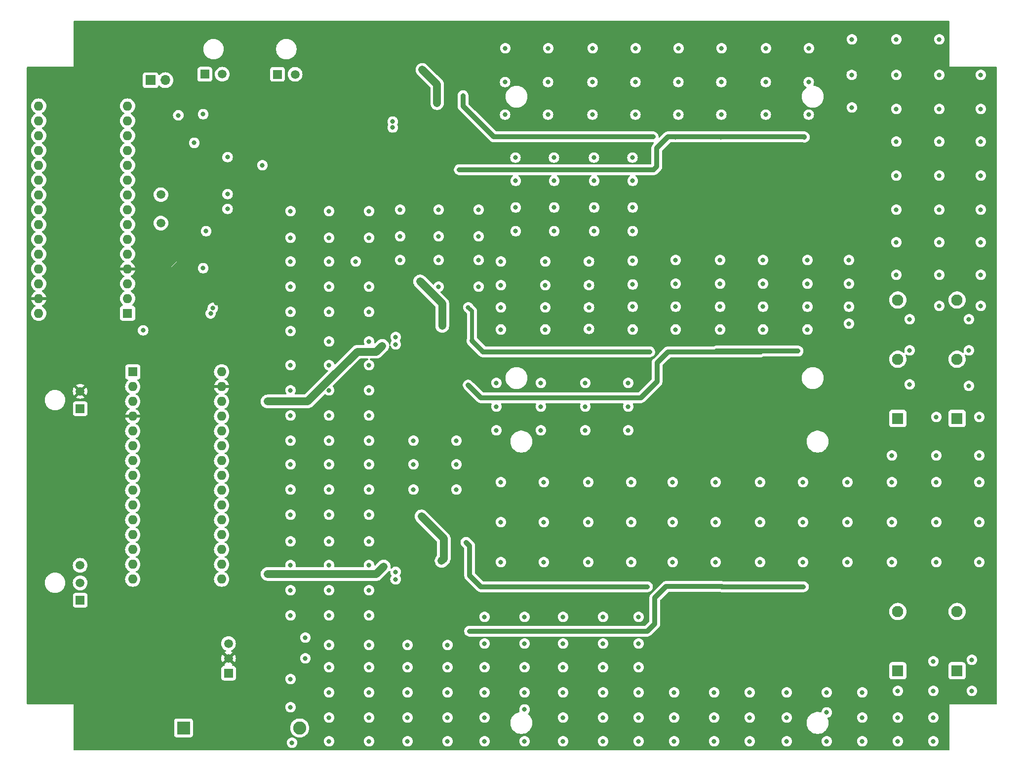
<source format=gbr>
%TF.GenerationSoftware,KiCad,Pcbnew,8.0.6*%
%TF.CreationDate,2025-02-10T16:04:45-08:00*%
%TF.ProjectId,Urban MC,55726261-6e20-44d4-932e-6b696361645f,rev?*%
%TF.SameCoordinates,Original*%
%TF.FileFunction,Copper,L3,Inr*%
%TF.FilePolarity,Positive*%
%FSLAX46Y46*%
G04 Gerber Fmt 4.6, Leading zero omitted, Abs format (unit mm)*
G04 Created by KiCad (PCBNEW 8.0.6) date 2025-02-10 16:04:45*
%MOMM*%
%LPD*%
G01*
G04 APERTURE LIST*
%TA.AperFunction,ComponentPad*%
%ADD10R,1.600000X1.600000*%
%TD*%
%TA.AperFunction,ComponentPad*%
%ADD11O,1.600000X1.600000*%
%TD*%
%TA.AperFunction,ComponentPad*%
%ADD12R,1.520000X1.520000*%
%TD*%
%TA.AperFunction,ComponentPad*%
%ADD13C,1.520000*%
%TD*%
%TA.AperFunction,ComponentPad*%
%ADD14C,1.500000*%
%TD*%
%TA.AperFunction,ComponentPad*%
%ADD15R,1.950000X1.950000*%
%TD*%
%TA.AperFunction,ComponentPad*%
%ADD16C,1.950000*%
%TD*%
%TA.AperFunction,ComponentPad*%
%ADD17R,1.700000X1.700000*%
%TD*%
%TA.AperFunction,ComponentPad*%
%ADD18O,1.700000X1.700000*%
%TD*%
%TA.AperFunction,ComponentPad*%
%ADD19R,2.250000X2.250000*%
%TD*%
%TA.AperFunction,ComponentPad*%
%ADD20C,2.250000*%
%TD*%
%TA.AperFunction,ComponentPad*%
%ADD21R,1.508000X1.508000*%
%TD*%
%TA.AperFunction,ComponentPad*%
%ADD22C,1.508000*%
%TD*%
%TA.AperFunction,ViaPad*%
%ADD23C,0.800000*%
%TD*%
%TA.AperFunction,Conductor*%
%ADD24C,1.340000*%
%TD*%
%TA.AperFunction,Conductor*%
%ADD25C,0.850000*%
%TD*%
%TA.AperFunction,Conductor*%
%ADD26C,0.700000*%
%TD*%
G04 APERTURE END LIST*
D10*
%TO.N,unconnected-(A2-D1{slash}TX-Pad1)*%
%TO.C,A2-CAN*%
X109982000Y-78740000D03*
D11*
%TO.N,unconnected-(A2-D0{slash}RX-Pad2)*%
X109982000Y-76200000D03*
%TO.N,unconnected-(A2-~{RESET}-Pad3)*%
X109982000Y-73660000D03*
%TO.N,GND*%
X109982000Y-71120000D03*
%TO.N,unconnected-(A2-D2-Pad5)*%
X109982000Y-68580000D03*
%TO.N,unconnected-(A2-D3-Pad6)*%
X109982000Y-66040000D03*
%TO.N,unconnected-(A2-D4-Pad7)*%
X109982000Y-63500000D03*
%TO.N,unconnected-(A2-D5-Pad8)*%
X109982000Y-60960000D03*
%TO.N,unconnected-(A2-D6-Pad9)*%
X109982000Y-58420000D03*
%TO.N,unconnected-(A2-D7-Pad10)*%
X109982000Y-55880000D03*
%TO.N,unconnected-(A2-D8-Pad11)*%
X109982000Y-53340000D03*
%TO.N,unconnected-(A2-D9-Pad12)*%
X109982000Y-50800000D03*
%TO.N,CS*%
X109982000Y-48260000D03*
%TO.N,SI*%
X109982000Y-45720000D03*
%TO.N,SO*%
X109982000Y-43180000D03*
%TO.N,SCK*%
X94742000Y-43180000D03*
%TO.N,unconnected-(A2-3V3-Pad17)*%
X94742000Y-45720000D03*
%TO.N,unconnected-(A2-AREF-Pad18)*%
X94742000Y-48260000D03*
%TO.N,unconnected-(A2-A0-Pad19)*%
X94742000Y-50800000D03*
%TO.N,unconnected-(A2-A1-Pad20)*%
X94742000Y-53340000D03*
%TO.N,unconnected-(A2-A2-Pad21)*%
X94742000Y-55880000D03*
%TO.N,unconnected-(A2-A3-Pad22)*%
X94742000Y-58420000D03*
%TO.N,/A4*%
X94742000Y-60960000D03*
%TO.N,/A5*%
X94742000Y-63500000D03*
%TO.N,unconnected-(A2-A6-Pad25)*%
X94742000Y-66040000D03*
%TO.N,unconnected-(A2-A7-Pad26)*%
X94742000Y-68580000D03*
%TO.N,+5V*%
X94742000Y-71120000D03*
%TO.N,unconnected-(A2-~{RESET}-Pad28)*%
X94742000Y-73660000D03*
%TO.N,GND*%
X94742000Y-76200000D03*
%TO.N,+12V*%
X94742000Y-78740000D03*
%TD*%
D10*
%TO.N,unconnected-(A1-D1{slash}TX-Pad1)*%
%TO.C,A1-Motor Control*%
X110871000Y-88773000D03*
D11*
%TO.N,unconnected-(A1-D0{slash}RX-Pad2)*%
X110871000Y-91313000D03*
%TO.N,unconnected-(A1-~{RESET}-Pad3)*%
X110871000Y-93853000D03*
%TO.N,GND*%
X110871000Y-96393000D03*
%TO.N,unconnected-(A1-D2-Pad5)*%
X110871000Y-98933000D03*
%TO.N,Net-(A1-D3)*%
X110871000Y-101473000D03*
%TO.N,unconnected-(A1-D4-Pad7)*%
X110871000Y-104013000D03*
%TO.N,Net-(A1-D5)*%
X110871000Y-106553000D03*
%TO.N,Net-(A1-D6)*%
X110871000Y-109093000D03*
%TO.N,Net-(A1-D7)*%
X110871000Y-111633000D03*
%TO.N,unconnected-(A1-D8-Pad11)*%
X110871000Y-114173000D03*
%TO.N,Net-(A1-D9)*%
X110871000Y-116713000D03*
%TO.N,Net-(A1-D10)*%
X110871000Y-119253000D03*
%TO.N,Net-(A1-D11)*%
X110871000Y-121793000D03*
%TO.N,unconnected-(A1-D12-Pad15)*%
X110871000Y-124333000D03*
%TO.N,unconnected-(A1-D13-Pad16)*%
X126111000Y-124333000D03*
%TO.N,unconnected-(A1-3V3-Pad17)*%
X126111000Y-121793000D03*
%TO.N,unconnected-(A1-AREF-Pad18)*%
X126111000Y-119253000D03*
%TO.N,unconnected-(A1-A0-Pad19)*%
X126111000Y-116713000D03*
%TO.N,/HALL C*%
X126111000Y-114173000D03*
%TO.N,/HALL B*%
X126111000Y-111633000D03*
%TO.N,/HALL A*%
X126111000Y-109093000D03*
%TO.N,/THROTTLE*%
X126111000Y-106553000D03*
%TO.N,unconnected-(A1-A5-Pad24)*%
X126111000Y-104013000D03*
%TO.N,unconnected-(A1-A6-Pad25)*%
X126111000Y-101473000D03*
%TO.N,unconnected-(A1-A7-Pad26)*%
X126111000Y-98933000D03*
%TO.N,unconnected-(A1-+5V-Pad27)*%
X126111000Y-96393000D03*
%TO.N,unconnected-(A1-~{RESET}-Pad28)*%
X126111000Y-93853000D03*
%TO.N,GND*%
X126111000Y-91313000D03*
%TO.N,+12V*%
X126111000Y-88773000D03*
%TD*%
D12*
%TO.N,/HALL C*%
%TO.C,HallConnectors1*%
X101855999Y-127967999D03*
D13*
%TO.N,/HALL B*%
X101855999Y-124968000D03*
%TO.N,/HALL A*%
X101855999Y-121968001D03*
%TD*%
D14*
%TO.N,C+*%
%TO.C,Y1*%
X115697000Y-58383000D03*
%TO.N,C-*%
X115697000Y-63263000D03*
%TD*%
D15*
%TO.N,N/C*%
%TO.C,J4*%
X242062000Y-140047500D03*
D16*
X242062000Y-129887500D03*
D15*
X252222000Y-140047500D03*
D16*
X252222000Y-129887500D03*
%TD*%
D17*
%TO.N,Net-(R1-Pad2)*%
%TO.C,SW1*%
X113916577Y-38750639D03*
D18*
%TO.N,Net-(J1-Pin_1)*%
X116456577Y-38750639D03*
%TD*%
D12*
%TO.N,Net-(J1-Pin_1)*%
%TO.C,J1*%
X123216425Y-37725788D03*
D13*
%TO.N,/CAN LOW*%
X126216424Y-37725788D03*
%TD*%
D15*
%TO.N,N/C*%
%TO.C,J3*%
X242062000Y-96774000D03*
D16*
X242062000Y-86614000D03*
X242062000Y-76454000D03*
D15*
X252222000Y-96774000D03*
D16*
X252222000Y-86614000D03*
X252222000Y-76454000D03*
%TD*%
D12*
%TO.N,/CAN HIGH*%
%TO.C,J2*%
X135709506Y-37739236D03*
D13*
%TO.N,/CAN LOW*%
X138709505Y-37739236D03*
%TD*%
D12*
%TO.N,+5V*%
%TO.C,HallPowerInput1*%
X101855999Y-95099000D03*
D13*
%TO.N,GND*%
X101855999Y-92099001D03*
%TD*%
D19*
%TO.N,Net-(U4-VIN)*%
%TO.C,D4*%
X119590000Y-149860000D03*
D20*
%TO.N,+48V*%
X139490000Y-149860000D03*
%TD*%
D21*
%TO.N,Net-(U4-VIN)*%
%TO.C,U4*%
X127290000Y-140458000D03*
D22*
%TO.N,GND*%
X127290000Y-137918000D03*
%TO.N,+12V*%
X127290000Y-135378000D03*
%TD*%
D23*
%TO.N,GND*%
X229616000Y-64897000D03*
X202946000Y-64897000D03*
X222631000Y-90805000D03*
X215138000Y-129032000D03*
X249174000Y-134620000D03*
X155956000Y-85842000D03*
X236220000Y-60579000D03*
X256286000Y-134620000D03*
X215646000Y-60579000D03*
X249174000Y-126238000D03*
X215265000Y-95123000D03*
X132588000Y-65532000D03*
X256286000Y-126238000D03*
X155458000Y-48133000D03*
X208661000Y-90805000D03*
X202151524Y-52029466D03*
X156464000Y-126238000D03*
X230251000Y-90805000D03*
X236220000Y-55753000D03*
X230251000Y-95123000D03*
X215646000Y-55753000D03*
X202819000Y-90805000D03*
X229583524Y-52029466D03*
X209042000Y-136652000D03*
X235966000Y-129032000D03*
X209296000Y-64897000D03*
X221742000Y-140716000D03*
X113615685Y-64279763D03*
X236220000Y-64897000D03*
X208661000Y-95123000D03*
X202819000Y-99187000D03*
X237617000Y-95123000D03*
X209042000Y-140716000D03*
X222471524Y-52029466D03*
X235966000Y-140716000D03*
X230251000Y-99187000D03*
X201930000Y-129032000D03*
X215613524Y-52029466D03*
X105862500Y-106299000D03*
X130048000Y-104648000D03*
X229108000Y-136652000D03*
X235966000Y-136652000D03*
X222504000Y-64897000D03*
X209296000Y-55753000D03*
X215265000Y-90805000D03*
X215265000Y-99187000D03*
X202692000Y-140716000D03*
X202819000Y-95123000D03*
X202946000Y-60579000D03*
X208661000Y-99187000D03*
X229108000Y-132842000D03*
X221742000Y-132842000D03*
X221742000Y-129032000D03*
X215138000Y-140716000D03*
X209042000Y-129032000D03*
X113558238Y-57644743D03*
X215646000Y-64897000D03*
X117602000Y-64222317D03*
X202692000Y-136652000D03*
X242062000Y-126238000D03*
X209296000Y-60579000D03*
X202692000Y-132842000D03*
X222631000Y-99187000D03*
X135128000Y-139446000D03*
X236187524Y-52705000D03*
X229616000Y-60579000D03*
X202946000Y-55753000D03*
X125222000Y-76962000D03*
X237617000Y-99187000D03*
X222631000Y-95123000D03*
X229108000Y-140716000D03*
X221742000Y-136652000D03*
X235966000Y-132842000D03*
X222504000Y-60579000D03*
X209263524Y-52029466D03*
X117602000Y-57658000D03*
X256286000Y-130302000D03*
X229108000Y-129032000D03*
X209042000Y-132842000D03*
X222504000Y-55753000D03*
X124989500Y-65807500D03*
X215138000Y-136652000D03*
X237617000Y-90805000D03*
X249174000Y-130302000D03*
X215138000Y-132842000D03*
X242316000Y-134620000D03*
X229616000Y-55753000D03*
%TO.N,+5V*%
X122936000Y-70993000D03*
X112649000Y-81661000D03*
X123444000Y-64643000D03*
X133096000Y-53340000D03*
%TO.N,Net-(A1-D10)*%
X155937643Y-123088967D03*
%TO.N,Net-(A1-D9)*%
X155956000Y-84074000D03*
%TO.N,+12V*%
X133985000Y-123444000D03*
X153670000Y-84318000D03*
X133985000Y-93853000D03*
X153924000Y-122174000D03*
%TO.N,Net-(A1-D6)*%
X155956000Y-82804000D03*
%TO.N,Net-(A1-D11)*%
X155937643Y-124358967D03*
%TO.N,Net-(A1-D5)*%
X155448000Y-46863000D03*
%TO.N,Net-(A1-D3)*%
X155448000Y-45847000D03*
%TO.N,SCK*%
X127127000Y-51943000D03*
X122936000Y-44577000D03*
%TO.N,/A5*%
X124594328Y-77832310D03*
%TO.N,SO*%
X121412000Y-49493000D03*
X118681500Y-44767500D03*
%TO.N,/A4*%
X124229315Y-78763315D03*
%TO.N,Net-(G1-VB)*%
X163068000Y-42682000D03*
X160528000Y-36967000D03*
%TO.N,+48V*%
X166370000Y-104648000D03*
X197612000Y-148082000D03*
X151384000Y-113284000D03*
X159004000Y-100584000D03*
X197612000Y-143764000D03*
X140462000Y-137922000D03*
X178054000Y-146685000D03*
X197612000Y-152146000D03*
X164846000Y-139446000D03*
X137922000Y-130556000D03*
X137922000Y-69850000D03*
X178054000Y-135382000D03*
X171196000Y-152146000D03*
X144526000Y-121920000D03*
X151384000Y-65786000D03*
X171196000Y-143764000D03*
X223012000Y-148082000D03*
X151384000Y-87630000D03*
X248158000Y-148082000D03*
X235966000Y-143764000D03*
X188468000Y-94742000D03*
X188468000Y-90678000D03*
X197612000Y-139446000D03*
X151384000Y-121920000D03*
X144526000Y-130556000D03*
X137922000Y-146304000D03*
X163322000Y-69596000D03*
X188468000Y-98806000D03*
X178054000Y-130810000D03*
X151384000Y-83566000D03*
X137922000Y-126238000D03*
X137922000Y-65786000D03*
X149098000Y-69850000D03*
X235966000Y-152146000D03*
X184658000Y-152146000D03*
X144526000Y-117856000D03*
X196596000Y-60579000D03*
X151384000Y-148082000D03*
X164846000Y-143764000D03*
X229870000Y-147193000D03*
X178054000Y-139446000D03*
X178054000Y-143764000D03*
X137922000Y-74168000D03*
X195834000Y-98806000D03*
X144526000Y-96266000D03*
X137922000Y-141478000D03*
X137922000Y-108966000D03*
X189992000Y-60579000D03*
X144526000Y-65786000D03*
X151384000Y-78486000D03*
X184658000Y-139446000D03*
X166370000Y-100584000D03*
X151384000Y-100584000D03*
X137922000Y-100584000D03*
X144526000Y-104648000D03*
X171196000Y-148082000D03*
X197612000Y-135382000D03*
X164846000Y-148082000D03*
X254762000Y-138176000D03*
X180848000Y-90678000D03*
X210566000Y-143764000D03*
X248158000Y-143510000D03*
X151384000Y-126238000D03*
X176530000Y-60579000D03*
X195834000Y-90678000D03*
X137922000Y-96266000D03*
X163322000Y-60960000D03*
X144526000Y-148082000D03*
X137922000Y-121920000D03*
X223012000Y-152146000D03*
X151384000Y-108966000D03*
X216662000Y-143764000D03*
X137922000Y-61214000D03*
X144526000Y-69850000D03*
X210566000Y-152146000D03*
X170180000Y-69596000D03*
X235966000Y-148082000D03*
X137922000Y-78486000D03*
X191516000Y-130810000D03*
X180848000Y-94742000D03*
X183134000Y-60579000D03*
X144526000Y-91948000D03*
X163322000Y-74168000D03*
X191516000Y-139446000D03*
X166370000Y-108966000D03*
X191516000Y-152146000D03*
X157988000Y-143764000D03*
X196563524Y-52029466D03*
X248158000Y-152146000D03*
X164846000Y-152146000D03*
X210566000Y-148082000D03*
X137922000Y-117856000D03*
X151384000Y-139446000D03*
X191516000Y-143764000D03*
X203708000Y-148082000D03*
X151384000Y-74168000D03*
X170180000Y-74168000D03*
X171196000Y-139446000D03*
X254762000Y-143510000D03*
X137922000Y-91948000D03*
X144526000Y-74168000D03*
X151384000Y-130556000D03*
X197612000Y-130810000D03*
X137922000Y-113284000D03*
X163322000Y-65532000D03*
X140462000Y-134366000D03*
X144526000Y-126238000D03*
X183101524Y-52029466D03*
X184658000Y-143764000D03*
X184658000Y-130810000D03*
X171196000Y-130810000D03*
X164846000Y-135636000D03*
X171196000Y-135382000D03*
X144526000Y-108966000D03*
X191516000Y-148082000D03*
X195834000Y-94742000D03*
X137922000Y-87630000D03*
X189992000Y-64643000D03*
X144526000Y-152146000D03*
X159004000Y-104648000D03*
X248158000Y-138430000D03*
X196596000Y-64643000D03*
X189959524Y-52029466D03*
X144526000Y-83566000D03*
X191516000Y-135382000D03*
X151384000Y-91948000D03*
X178054000Y-152146000D03*
X151384000Y-117856000D03*
X151384000Y-61214000D03*
X183134000Y-64643000D03*
X203708000Y-143764000D03*
X157988000Y-135636000D03*
X144526000Y-78486000D03*
X184658000Y-148082000D03*
X180848000Y-98806000D03*
X170180000Y-65532000D03*
X176530000Y-56007000D03*
X189992000Y-56007000D03*
X242062000Y-143510000D03*
X173228000Y-98806000D03*
X176530000Y-64643000D03*
X196596000Y-56007000D03*
X144526000Y-100584000D03*
X138176000Y-152400000D03*
X183134000Y-56007000D03*
X242062000Y-148082000D03*
X144526000Y-113284000D03*
X229870000Y-152146000D03*
X156718000Y-69596000D03*
X157988000Y-152146000D03*
X137922000Y-104648000D03*
X137922000Y-81788000D03*
X151384000Y-143764000D03*
X176497524Y-52029466D03*
X173228000Y-94742000D03*
X157988000Y-139446000D03*
X156718000Y-65532000D03*
X216662000Y-148082000D03*
X151384000Y-152146000D03*
X170180000Y-60960000D03*
X184658000Y-135382000D03*
X216662000Y-152146000D03*
X173228000Y-90678000D03*
X144526000Y-61214000D03*
X229870000Y-143764000D03*
X203708000Y-152146000D03*
X151384000Y-104648000D03*
X157988000Y-148082000D03*
X144526000Y-143764000D03*
X223012000Y-143764000D03*
X144526000Y-87630000D03*
X151384000Y-135636000D03*
X144526000Y-135636000D03*
X144526000Y-139446000D03*
X242062000Y-152146000D03*
X156718000Y-60960000D03*
X159004000Y-108966000D03*
X151384000Y-96266000D03*
%TO.N,/PHASE 1 OUTPUT*%
X249174000Y-60960000D03*
X211803524Y-39075466D03*
X182085524Y-44663466D03*
X241808000Y-31750000D03*
X249174000Y-43688000D03*
X174719524Y-44663466D03*
X249174000Y-77470000D03*
X211803524Y-44663466D03*
X249174000Y-49276000D03*
X256286000Y-72136000D03*
X234188000Y-31750000D03*
X189705524Y-39075466D03*
X256286000Y-66548000D03*
X234188000Y-43434000D03*
X241808000Y-55118000D03*
X226789524Y-44663466D03*
X241808000Y-60960000D03*
X256286000Y-60960000D03*
X241808000Y-37846000D03*
X234155524Y-37846000D03*
X241808000Y-72136000D03*
X226789524Y-39075466D03*
X204437524Y-44663466D03*
X197104000Y-33274000D03*
X197071524Y-44663466D03*
X204437524Y-39075466D03*
X241808000Y-66548000D03*
X249174000Y-31750000D03*
X182085524Y-39075466D03*
X249174000Y-72136000D03*
X249174000Y-66548000D03*
X219423524Y-39075466D03*
X219423524Y-44663466D03*
X226822000Y-33274000D03*
X256286000Y-55118000D03*
X182118000Y-33274000D03*
X219456000Y-33274000D03*
X241808000Y-49276000D03*
X211836000Y-33274000D03*
X256286000Y-43688000D03*
X249174000Y-37846000D03*
X174752000Y-33274000D03*
X189738000Y-33274000D03*
X174719524Y-39075466D03*
X256286000Y-77470000D03*
X204470000Y-33274000D03*
X241808000Y-43688000D03*
X197071524Y-39075466D03*
X256286000Y-37846000D03*
X256286000Y-49276000D03*
X249174000Y-55118000D03*
X189705524Y-44663466D03*
%TO.N,Net-(G2-VB)*%
X163957000Y-80899000D03*
X160147000Y-73279000D03*
%TO.N,/PHASE 2 OUTPUT*%
X254254000Y-85090000D03*
X254254000Y-91186000D03*
X189103000Y-73914000D03*
X203962000Y-69596000D03*
X196596000Y-69723000D03*
X218948000Y-77597000D03*
X244094000Y-90932000D03*
X196596000Y-77597000D03*
X203962000Y-77597000D03*
X173990000Y-69850000D03*
X218948000Y-73660000D03*
X189103000Y-81407000D03*
X226568000Y-77597000D03*
X218948000Y-69596000D03*
X203962000Y-81524000D03*
X233680000Y-73660000D03*
X226568000Y-81524000D03*
X181610000Y-69850000D03*
X196596000Y-81524000D03*
X254254000Y-79756000D03*
X233680000Y-77597000D03*
X181610000Y-73914000D03*
X173990000Y-73914000D03*
X211582000Y-81524000D03*
X173990000Y-81524000D03*
X244094000Y-85090000D03*
X233680000Y-69596000D03*
X211582000Y-69596000D03*
X189103000Y-69850000D03*
X226568000Y-69596000D03*
X181610000Y-77724000D03*
X173990000Y-77724000D03*
X218948000Y-81524000D03*
X196596000Y-73787000D03*
X244094000Y-79756000D03*
X211582000Y-77597000D03*
X189103000Y-77724000D03*
X226568000Y-73660000D03*
X233680000Y-80518000D03*
X203962000Y-73660000D03*
X181610000Y-81524000D03*
X211582000Y-73660000D03*
%TO.N,Net-(G3-VB)*%
X160382643Y-113563967D03*
X163822643Y-121183967D03*
%TO.N,/PHASE 3 OUTPUT*%
X256032000Y-121412000D03*
X233426000Y-121412000D03*
X203454000Y-114554000D03*
X196342000Y-107696000D03*
X173990000Y-114554000D03*
X173990000Y-121412000D03*
X188976000Y-107696000D03*
X225806000Y-121412000D03*
X256032000Y-107696000D03*
X256032000Y-96520000D03*
X210820000Y-107696000D03*
X196342000Y-114554000D03*
X181356000Y-121412000D03*
X256032000Y-114554000D03*
X181356000Y-107696000D03*
X225806000Y-107696000D03*
X248666000Y-107696000D03*
X256032000Y-103124000D03*
X218440000Y-107696000D03*
X241046000Y-103124000D03*
X218440000Y-114554000D03*
X188976000Y-114554000D03*
X173990000Y-107696000D03*
X196342000Y-121412000D03*
X210820000Y-114554000D03*
X203454000Y-107696000D03*
X203454000Y-121412000D03*
X218440000Y-121412000D03*
X225806000Y-114554000D03*
X241046000Y-114554000D03*
X248666000Y-103124000D03*
X248666000Y-121412000D03*
X241046000Y-121412000D03*
X188976000Y-121412000D03*
X233426000Y-114554000D03*
X181356000Y-114554000D03*
X248666000Y-96520000D03*
X241046000Y-107696000D03*
X248666000Y-114554000D03*
X210820000Y-121412000D03*
X233426000Y-107696000D03*
%TO.N,Net-(Q1-GATE)*%
X177884524Y-48473466D03*
X167513000Y-41402000D03*
X193124524Y-48473466D03*
X185504524Y-48473466D03*
X200109524Y-48473466D03*
%TO.N,Net-(Q5-GATE)*%
X166878000Y-54102000D03*
X226060000Y-48514000D03*
X211709000Y-48514000D03*
X218694000Y-48473466D03*
X203941733Y-48493733D03*
%TO.N,Net-(Q10-GATE)*%
X199517000Y-85344000D03*
X168402000Y-77724000D03*
X191897000Y-85344000D03*
X184912000Y-85344000D03*
X176657000Y-85344000D03*
%TO.N,Net-(Q17-GATE)*%
X168002643Y-118008967D03*
X184512643Y-125628967D03*
X176892643Y-125628967D03*
X199117643Y-125628967D03*
X192132643Y-125628967D03*
%TO.N,Net-(Q13-GATE)*%
X168402000Y-91059000D03*
X224956484Y-85217324D03*
X217971484Y-85217324D03*
X210947000Y-85344000D03*
X203327000Y-85344000D03*
%TO.N,Net-(Q21-GATE)*%
X211905119Y-125628967D03*
X225875119Y-125628967D03*
X204851000Y-125603000D03*
X219525119Y-125628967D03*
X168637643Y-133248967D03*
%TO.N,Net-(U1-TXD)*%
X127127000Y-60833000D03*
X127127000Y-58293000D03*
%TD*%
D24*
%TO.N,+12V*%
X133985000Y-93853000D02*
X140843000Y-93853000D01*
X143999948Y-90678000D02*
X144018000Y-90678000D01*
X152654000Y-85334000D02*
X153670000Y-84318000D01*
X149362000Y-85334000D02*
X152654000Y-85334000D01*
X140843000Y-93853000D02*
X143256000Y-91440000D01*
X144018000Y-90678000D02*
X149362000Y-85334000D01*
X143256000Y-91421948D02*
X143999948Y-90678000D01*
X133985000Y-123444000D02*
X152654000Y-123444000D01*
X143256000Y-91440000D02*
X143256000Y-91421948D01*
X152654000Y-123444000D02*
X153924000Y-122174000D01*
%TO.N,Net-(G1-VB)*%
X163068000Y-39507000D02*
X163068000Y-42682000D01*
X160528000Y-36967000D02*
X163068000Y-39507000D01*
%TO.N,Net-(G2-VB)*%
X163957000Y-77089000D02*
X160147000Y-73279000D01*
X163957000Y-80899000D02*
X163957000Y-77089000D01*
%TO.N,Net-(G3-VB)*%
X164192643Y-120813967D02*
X163822643Y-121183967D01*
X160382643Y-113563967D02*
X164192643Y-117373967D01*
X164192643Y-117373967D02*
X164192643Y-120813967D01*
D25*
%TO.N,Net-(Q1-GATE)*%
X172804524Y-48473466D02*
X168994524Y-44663466D01*
X177884524Y-48473466D02*
X172804524Y-48473466D01*
X185504524Y-48473466D02*
X177884524Y-48473466D01*
X167513000Y-43181942D02*
X167513000Y-41402000D01*
X168994524Y-44663466D02*
X167513000Y-43181942D01*
X193124524Y-48473466D02*
X185504524Y-48473466D01*
X200109524Y-48473466D02*
X193124524Y-48473466D01*
%TO.N,Net-(Q5-GATE)*%
X226060000Y-48514000D02*
X226019466Y-48473466D01*
X200744524Y-50378466D02*
X200744524Y-53553466D01*
X200744524Y-53553466D02*
X200195990Y-54102000D01*
X226019466Y-48473466D02*
X202649524Y-48473466D01*
X200195990Y-54102000D02*
X166878000Y-54102000D01*
X202649524Y-48473466D02*
X200744524Y-50378466D01*
%TO.N,Net-(Q10-GATE)*%
X176657000Y-85344000D02*
X170942000Y-85344000D01*
X191897000Y-85344000D02*
X184912000Y-85344000D01*
X170942000Y-85344000D02*
X169037000Y-83439000D01*
X199517000Y-85344000D02*
X191897000Y-85344000D01*
D26*
X168402000Y-77724000D02*
X169037000Y-78359000D01*
X169037000Y-78359000D02*
X169037000Y-83439000D01*
D25*
X184912000Y-85344000D02*
X176657000Y-85344000D01*
%TO.N,Net-(Q17-GATE)*%
X168637643Y-118643967D02*
X168002643Y-118008967D01*
X170542643Y-125628967D02*
X168637643Y-123723967D01*
X168637643Y-123723967D02*
X168637643Y-118643967D01*
X184512643Y-125628967D02*
X176892643Y-125628967D01*
X192132643Y-125628967D02*
X184512643Y-125628967D01*
X199117643Y-125628967D02*
X192132643Y-125628967D01*
X176892643Y-125628967D02*
X170542643Y-125628967D01*
%TO.N,Net-(Q13-GATE)*%
X224956484Y-85217324D02*
X217971484Y-85217324D01*
X200787000Y-90424000D02*
X200787000Y-87249000D01*
X197993000Y-93218000D02*
X200787000Y-90424000D01*
X217971484Y-85217324D02*
X210986484Y-85217324D01*
X170561000Y-93218000D02*
X197993000Y-93218000D01*
X202692000Y-85344000D02*
X210947000Y-85344000D01*
X200787000Y-87249000D02*
X202692000Y-85344000D01*
X218567000Y-85344000D02*
X210947000Y-85344000D01*
X168402000Y-91059000D02*
X170561000Y-93218000D01*
%TO.N,Net-(Q21-GATE)*%
X211905119Y-125628967D02*
X211879152Y-125603000D01*
X219525119Y-125628967D02*
X211905119Y-125628967D01*
X199117643Y-133248967D02*
X168637643Y-133248967D01*
X211879152Y-125603000D02*
X202318610Y-125603000D01*
X202318610Y-125603000D02*
X200387643Y-127533967D01*
X200387643Y-127533967D02*
X200387643Y-131978967D01*
X225875119Y-125628967D02*
X219525119Y-125628967D01*
X200387643Y-131978967D02*
X199117643Y-133248967D01*
%TD*%
%TA.AperFunction,Conductor*%
%TO.N,GND*%
G36*
X119126000Y-52324000D02*
G01*
X119126000Y-69088000D01*
X117522612Y-70821312D01*
X113712612Y-70821312D01*
X112268000Y-69088000D01*
X112268000Y-63262997D01*
X114441723Y-63262997D01*
X114441723Y-63263002D01*
X114460793Y-63480975D01*
X114460793Y-63480979D01*
X114517422Y-63692322D01*
X114517424Y-63692326D01*
X114517425Y-63692330D01*
X114563661Y-63791484D01*
X114609897Y-63890638D01*
X114609898Y-63890639D01*
X114735402Y-64069877D01*
X114890123Y-64224598D01*
X115069361Y-64350102D01*
X115267670Y-64442575D01*
X115479023Y-64499207D01*
X115661926Y-64515208D01*
X115696998Y-64518277D01*
X115697000Y-64518277D01*
X115697002Y-64518277D01*
X115725254Y-64515805D01*
X115914977Y-64499207D01*
X116126330Y-64442575D01*
X116324639Y-64350102D01*
X116503877Y-64224598D01*
X116658598Y-64069877D01*
X116784102Y-63890639D01*
X116876575Y-63692330D01*
X116933207Y-63480977D01*
X116952277Y-63263000D01*
X116933207Y-63045023D01*
X116876575Y-62833670D01*
X116784102Y-62635362D01*
X116784100Y-62635359D01*
X116784099Y-62635357D01*
X116658599Y-62456124D01*
X116658596Y-62456121D01*
X116503877Y-62301402D01*
X116324639Y-62175898D01*
X116324640Y-62175898D01*
X116324638Y-62175897D01*
X116225484Y-62129661D01*
X116126330Y-62083425D01*
X116126326Y-62083424D01*
X116126322Y-62083422D01*
X115914977Y-62026793D01*
X115697002Y-62007723D01*
X115696998Y-62007723D01*
X115551682Y-62020436D01*
X115479023Y-62026793D01*
X115479020Y-62026793D01*
X115267677Y-62083422D01*
X115267668Y-62083426D01*
X115069361Y-62175898D01*
X115069357Y-62175900D01*
X114890121Y-62301402D01*
X114735402Y-62456121D01*
X114609900Y-62635357D01*
X114609898Y-62635361D01*
X114517426Y-62833668D01*
X114517422Y-62833677D01*
X114460793Y-63045020D01*
X114460793Y-63045024D01*
X114441723Y-63262997D01*
X112268000Y-63262997D01*
X112268000Y-58382997D01*
X114441723Y-58382997D01*
X114441723Y-58383002D01*
X114460793Y-58600975D01*
X114460793Y-58600979D01*
X114517422Y-58812322D01*
X114517424Y-58812326D01*
X114517425Y-58812330D01*
X114563661Y-58911484D01*
X114609897Y-59010638D01*
X114609898Y-59010639D01*
X114735402Y-59189877D01*
X114890123Y-59344598D01*
X115069361Y-59470102D01*
X115267670Y-59562575D01*
X115479023Y-59619207D01*
X115661926Y-59635208D01*
X115696998Y-59638277D01*
X115697000Y-59638277D01*
X115697002Y-59638277D01*
X115725254Y-59635805D01*
X115914977Y-59619207D01*
X116126330Y-59562575D01*
X116324639Y-59470102D01*
X116503877Y-59344598D01*
X116658598Y-59189877D01*
X116784102Y-59010639D01*
X116876575Y-58812330D01*
X116933207Y-58600977D01*
X116952277Y-58383000D01*
X116933207Y-58165023D01*
X116876575Y-57953670D01*
X116784102Y-57755362D01*
X116784100Y-57755359D01*
X116784099Y-57755357D01*
X116658599Y-57576124D01*
X116658596Y-57576121D01*
X116503877Y-57421402D01*
X116324639Y-57295898D01*
X116324640Y-57295898D01*
X116324638Y-57295897D01*
X116225484Y-57249661D01*
X116126330Y-57203425D01*
X116126326Y-57203424D01*
X116126322Y-57203422D01*
X115914977Y-57146793D01*
X115697002Y-57127723D01*
X115696998Y-57127723D01*
X115551682Y-57140436D01*
X115479023Y-57146793D01*
X115479020Y-57146793D01*
X115267677Y-57203422D01*
X115267668Y-57203426D01*
X115069361Y-57295898D01*
X115069357Y-57295900D01*
X114890121Y-57421402D01*
X114735402Y-57576121D01*
X114609900Y-57755357D01*
X114609898Y-57755361D01*
X114517426Y-57953668D01*
X114517422Y-57953677D01*
X114460793Y-58165020D01*
X114460793Y-58165024D01*
X114441723Y-58382997D01*
X112268000Y-58382997D01*
X112268000Y-52324000D01*
X113628976Y-50800000D01*
X117692976Y-50800000D01*
X119126000Y-52324000D01*
G37*
%TD.AperFunction*%
%TD*%
%TA.AperFunction,Conductor*%
%TO.N,GND*%
G36*
X250895039Y-28594685D02*
G01*
X250940794Y-28647489D01*
X250952000Y-28699000D01*
X250952000Y-36449000D01*
X258939920Y-36449000D01*
X259006959Y-36468685D01*
X259052714Y-36521489D01*
X259063920Y-36572982D01*
X259071805Y-91878451D01*
X259079289Y-144371144D01*
X259079475Y-145671982D01*
X259059800Y-145739025D01*
X259007003Y-145784787D01*
X258955475Y-145796000D01*
X250952000Y-145796000D01*
X250952000Y-153546000D01*
X250932315Y-153613039D01*
X250879511Y-153658794D01*
X250828000Y-153670000D01*
X100835000Y-153670000D01*
X100767961Y-153650315D01*
X100722206Y-153597511D01*
X100711000Y-153546000D01*
X100711000Y-152400000D01*
X137270540Y-152400000D01*
X137290326Y-152588256D01*
X137290327Y-152588259D01*
X137348818Y-152768277D01*
X137348821Y-152768284D01*
X137443467Y-152932216D01*
X137510931Y-153007142D01*
X137570129Y-153072888D01*
X137723265Y-153184148D01*
X137723270Y-153184151D01*
X137896192Y-153261142D01*
X137896197Y-153261144D01*
X138081354Y-153300500D01*
X138081355Y-153300500D01*
X138270644Y-153300500D01*
X138270646Y-153300500D01*
X138455803Y-153261144D01*
X138628730Y-153184151D01*
X138781871Y-153072888D01*
X138908533Y-152932216D01*
X139003179Y-152768284D01*
X139061674Y-152588256D01*
X139081460Y-152400000D01*
X139061674Y-152211744D01*
X139040312Y-152146000D01*
X143620540Y-152146000D01*
X143640326Y-152334256D01*
X143640327Y-152334259D01*
X143698818Y-152514277D01*
X143698821Y-152514284D01*
X143793467Y-152678216D01*
X143874559Y-152768277D01*
X143920129Y-152818888D01*
X144073265Y-152930148D01*
X144073270Y-152930151D01*
X144246192Y-153007142D01*
X144246197Y-153007144D01*
X144431354Y-153046500D01*
X144431355Y-153046500D01*
X144620644Y-153046500D01*
X144620646Y-153046500D01*
X144805803Y-153007144D01*
X144978730Y-152930151D01*
X145131871Y-152818888D01*
X145258533Y-152678216D01*
X145353179Y-152514284D01*
X145411674Y-152334256D01*
X145431460Y-152146000D01*
X150478540Y-152146000D01*
X150498326Y-152334256D01*
X150498327Y-152334259D01*
X150556818Y-152514277D01*
X150556821Y-152514284D01*
X150651467Y-152678216D01*
X150732559Y-152768277D01*
X150778129Y-152818888D01*
X150931265Y-152930148D01*
X150931270Y-152930151D01*
X151104192Y-153007142D01*
X151104197Y-153007144D01*
X151289354Y-153046500D01*
X151289355Y-153046500D01*
X151478644Y-153046500D01*
X151478646Y-153046500D01*
X151663803Y-153007144D01*
X151836730Y-152930151D01*
X151989871Y-152818888D01*
X152116533Y-152678216D01*
X152211179Y-152514284D01*
X152269674Y-152334256D01*
X152289460Y-152146000D01*
X157082540Y-152146000D01*
X157102326Y-152334256D01*
X157102327Y-152334259D01*
X157160818Y-152514277D01*
X157160821Y-152514284D01*
X157255467Y-152678216D01*
X157336559Y-152768277D01*
X157382129Y-152818888D01*
X157535265Y-152930148D01*
X157535270Y-152930151D01*
X157708192Y-153007142D01*
X157708197Y-153007144D01*
X157893354Y-153046500D01*
X157893355Y-153046500D01*
X158082644Y-153046500D01*
X158082646Y-153046500D01*
X158267803Y-153007144D01*
X158440730Y-152930151D01*
X158593871Y-152818888D01*
X158720533Y-152678216D01*
X158815179Y-152514284D01*
X158873674Y-152334256D01*
X158893460Y-152146000D01*
X163940540Y-152146000D01*
X163960326Y-152334256D01*
X163960327Y-152334259D01*
X164018818Y-152514277D01*
X164018821Y-152514284D01*
X164113467Y-152678216D01*
X164194559Y-152768277D01*
X164240129Y-152818888D01*
X164393265Y-152930148D01*
X164393270Y-152930151D01*
X164566192Y-153007142D01*
X164566197Y-153007144D01*
X164751354Y-153046500D01*
X164751355Y-153046500D01*
X164940644Y-153046500D01*
X164940646Y-153046500D01*
X165125803Y-153007144D01*
X165298730Y-152930151D01*
X165451871Y-152818888D01*
X165578533Y-152678216D01*
X165673179Y-152514284D01*
X165731674Y-152334256D01*
X165751460Y-152146000D01*
X170290540Y-152146000D01*
X170310326Y-152334256D01*
X170310327Y-152334259D01*
X170368818Y-152514277D01*
X170368821Y-152514284D01*
X170463467Y-152678216D01*
X170544559Y-152768277D01*
X170590129Y-152818888D01*
X170743265Y-152930148D01*
X170743270Y-152930151D01*
X170916192Y-153007142D01*
X170916197Y-153007144D01*
X171101354Y-153046500D01*
X171101355Y-153046500D01*
X171290644Y-153046500D01*
X171290646Y-153046500D01*
X171475803Y-153007144D01*
X171648730Y-152930151D01*
X171801871Y-152818888D01*
X171928533Y-152678216D01*
X172023179Y-152514284D01*
X172081674Y-152334256D01*
X172101460Y-152146000D01*
X177148540Y-152146000D01*
X177168326Y-152334256D01*
X177168327Y-152334259D01*
X177226818Y-152514277D01*
X177226821Y-152514284D01*
X177321467Y-152678216D01*
X177402559Y-152768277D01*
X177448129Y-152818888D01*
X177601265Y-152930148D01*
X177601270Y-152930151D01*
X177774192Y-153007142D01*
X177774197Y-153007144D01*
X177959354Y-153046500D01*
X177959355Y-153046500D01*
X178148644Y-153046500D01*
X178148646Y-153046500D01*
X178333803Y-153007144D01*
X178506730Y-152930151D01*
X178659871Y-152818888D01*
X178786533Y-152678216D01*
X178881179Y-152514284D01*
X178939674Y-152334256D01*
X178959460Y-152146000D01*
X183752540Y-152146000D01*
X183772326Y-152334256D01*
X183772327Y-152334259D01*
X183830818Y-152514277D01*
X183830821Y-152514284D01*
X183925467Y-152678216D01*
X184006559Y-152768277D01*
X184052129Y-152818888D01*
X184205265Y-152930148D01*
X184205270Y-152930151D01*
X184378192Y-153007142D01*
X184378197Y-153007144D01*
X184563354Y-153046500D01*
X184563355Y-153046500D01*
X184752644Y-153046500D01*
X184752646Y-153046500D01*
X184937803Y-153007144D01*
X185110730Y-152930151D01*
X185263871Y-152818888D01*
X185390533Y-152678216D01*
X185485179Y-152514284D01*
X185543674Y-152334256D01*
X185563460Y-152146000D01*
X190610540Y-152146000D01*
X190630326Y-152334256D01*
X190630327Y-152334259D01*
X190688818Y-152514277D01*
X190688821Y-152514284D01*
X190783467Y-152678216D01*
X190864559Y-152768277D01*
X190910129Y-152818888D01*
X191063265Y-152930148D01*
X191063270Y-152930151D01*
X191236192Y-153007142D01*
X191236197Y-153007144D01*
X191421354Y-153046500D01*
X191421355Y-153046500D01*
X191610644Y-153046500D01*
X191610646Y-153046500D01*
X191795803Y-153007144D01*
X191968730Y-152930151D01*
X192121871Y-152818888D01*
X192248533Y-152678216D01*
X192343179Y-152514284D01*
X192401674Y-152334256D01*
X192421460Y-152146000D01*
X196706540Y-152146000D01*
X196726326Y-152334256D01*
X196726327Y-152334259D01*
X196784818Y-152514277D01*
X196784821Y-152514284D01*
X196879467Y-152678216D01*
X196960559Y-152768277D01*
X197006129Y-152818888D01*
X197159265Y-152930148D01*
X197159270Y-152930151D01*
X197332192Y-153007142D01*
X197332197Y-153007144D01*
X197517354Y-153046500D01*
X197517355Y-153046500D01*
X197706644Y-153046500D01*
X197706646Y-153046500D01*
X197891803Y-153007144D01*
X198064730Y-152930151D01*
X198217871Y-152818888D01*
X198344533Y-152678216D01*
X198439179Y-152514284D01*
X198497674Y-152334256D01*
X198517460Y-152146000D01*
X202802540Y-152146000D01*
X202822326Y-152334256D01*
X202822327Y-152334259D01*
X202880818Y-152514277D01*
X202880821Y-152514284D01*
X202975467Y-152678216D01*
X203056559Y-152768277D01*
X203102129Y-152818888D01*
X203255265Y-152930148D01*
X203255270Y-152930151D01*
X203428192Y-153007142D01*
X203428197Y-153007144D01*
X203613354Y-153046500D01*
X203613355Y-153046500D01*
X203802644Y-153046500D01*
X203802646Y-153046500D01*
X203987803Y-153007144D01*
X204160730Y-152930151D01*
X204313871Y-152818888D01*
X204440533Y-152678216D01*
X204535179Y-152514284D01*
X204593674Y-152334256D01*
X204613460Y-152146000D01*
X209660540Y-152146000D01*
X209680326Y-152334256D01*
X209680327Y-152334259D01*
X209738818Y-152514277D01*
X209738821Y-152514284D01*
X209833467Y-152678216D01*
X209914559Y-152768277D01*
X209960129Y-152818888D01*
X210113265Y-152930148D01*
X210113270Y-152930151D01*
X210286192Y-153007142D01*
X210286197Y-153007144D01*
X210471354Y-153046500D01*
X210471355Y-153046500D01*
X210660644Y-153046500D01*
X210660646Y-153046500D01*
X210845803Y-153007144D01*
X211018730Y-152930151D01*
X211171871Y-152818888D01*
X211298533Y-152678216D01*
X211393179Y-152514284D01*
X211451674Y-152334256D01*
X211471460Y-152146000D01*
X215756540Y-152146000D01*
X215776326Y-152334256D01*
X215776327Y-152334259D01*
X215834818Y-152514277D01*
X215834821Y-152514284D01*
X215929467Y-152678216D01*
X216010559Y-152768277D01*
X216056129Y-152818888D01*
X216209265Y-152930148D01*
X216209270Y-152930151D01*
X216382192Y-153007142D01*
X216382197Y-153007144D01*
X216567354Y-153046500D01*
X216567355Y-153046500D01*
X216756644Y-153046500D01*
X216756646Y-153046500D01*
X216941803Y-153007144D01*
X217114730Y-152930151D01*
X217267871Y-152818888D01*
X217394533Y-152678216D01*
X217489179Y-152514284D01*
X217547674Y-152334256D01*
X217567460Y-152146000D01*
X222106540Y-152146000D01*
X222126326Y-152334256D01*
X222126327Y-152334259D01*
X222184818Y-152514277D01*
X222184821Y-152514284D01*
X222279467Y-152678216D01*
X222360559Y-152768277D01*
X222406129Y-152818888D01*
X222559265Y-152930148D01*
X222559270Y-152930151D01*
X222732192Y-153007142D01*
X222732197Y-153007144D01*
X222917354Y-153046500D01*
X222917355Y-153046500D01*
X223106644Y-153046500D01*
X223106646Y-153046500D01*
X223291803Y-153007144D01*
X223464730Y-152930151D01*
X223617871Y-152818888D01*
X223744533Y-152678216D01*
X223839179Y-152514284D01*
X223897674Y-152334256D01*
X223917460Y-152146000D01*
X228964540Y-152146000D01*
X228984326Y-152334256D01*
X228984327Y-152334259D01*
X229042818Y-152514277D01*
X229042821Y-152514284D01*
X229137467Y-152678216D01*
X229218559Y-152768277D01*
X229264129Y-152818888D01*
X229417265Y-152930148D01*
X229417270Y-152930151D01*
X229590192Y-153007142D01*
X229590197Y-153007144D01*
X229775354Y-153046500D01*
X229775355Y-153046500D01*
X229964644Y-153046500D01*
X229964646Y-153046500D01*
X230149803Y-153007144D01*
X230322730Y-152930151D01*
X230475871Y-152818888D01*
X230602533Y-152678216D01*
X230697179Y-152514284D01*
X230755674Y-152334256D01*
X230775460Y-152146000D01*
X235060540Y-152146000D01*
X235080326Y-152334256D01*
X235080327Y-152334259D01*
X235138818Y-152514277D01*
X235138821Y-152514284D01*
X235233467Y-152678216D01*
X235314559Y-152768277D01*
X235360129Y-152818888D01*
X235513265Y-152930148D01*
X235513270Y-152930151D01*
X235686192Y-153007142D01*
X235686197Y-153007144D01*
X235871354Y-153046500D01*
X235871355Y-153046500D01*
X236060644Y-153046500D01*
X236060646Y-153046500D01*
X236245803Y-153007144D01*
X236418730Y-152930151D01*
X236571871Y-152818888D01*
X236698533Y-152678216D01*
X236793179Y-152514284D01*
X236851674Y-152334256D01*
X236871460Y-152146000D01*
X241156540Y-152146000D01*
X241176326Y-152334256D01*
X241176327Y-152334259D01*
X241234818Y-152514277D01*
X241234821Y-152514284D01*
X241329467Y-152678216D01*
X241410559Y-152768277D01*
X241456129Y-152818888D01*
X241609265Y-152930148D01*
X241609270Y-152930151D01*
X241782192Y-153007142D01*
X241782197Y-153007144D01*
X241967354Y-153046500D01*
X241967355Y-153046500D01*
X242156644Y-153046500D01*
X242156646Y-153046500D01*
X242341803Y-153007144D01*
X242514730Y-152930151D01*
X242667871Y-152818888D01*
X242794533Y-152678216D01*
X242889179Y-152514284D01*
X242947674Y-152334256D01*
X242967460Y-152146000D01*
X247252540Y-152146000D01*
X247272326Y-152334256D01*
X247272327Y-152334259D01*
X247330818Y-152514277D01*
X247330821Y-152514284D01*
X247425467Y-152678216D01*
X247506559Y-152768277D01*
X247552129Y-152818888D01*
X247705265Y-152930148D01*
X247705270Y-152930151D01*
X247878192Y-153007142D01*
X247878197Y-153007144D01*
X248063354Y-153046500D01*
X248063355Y-153046500D01*
X248252644Y-153046500D01*
X248252646Y-153046500D01*
X248437803Y-153007144D01*
X248610730Y-152930151D01*
X248763871Y-152818888D01*
X248890533Y-152678216D01*
X248985179Y-152514284D01*
X249043674Y-152334256D01*
X249063460Y-152146000D01*
X249043674Y-151957744D01*
X248985179Y-151777716D01*
X248890533Y-151613784D01*
X248763871Y-151473112D01*
X248760210Y-151470452D01*
X248610734Y-151361851D01*
X248610729Y-151361848D01*
X248437807Y-151284857D01*
X248437802Y-151284855D01*
X248292001Y-151253865D01*
X248252646Y-151245500D01*
X248063354Y-151245500D01*
X248030897Y-151252398D01*
X247878197Y-151284855D01*
X247878192Y-151284857D01*
X247705270Y-151361848D01*
X247705265Y-151361851D01*
X247552129Y-151473111D01*
X247425466Y-151613785D01*
X247330821Y-151777715D01*
X247330818Y-151777722D01*
X247272327Y-151957740D01*
X247272326Y-151957744D01*
X247252540Y-152146000D01*
X242967460Y-152146000D01*
X242947674Y-151957744D01*
X242889179Y-151777716D01*
X242794533Y-151613784D01*
X242667871Y-151473112D01*
X242664210Y-151470452D01*
X242514734Y-151361851D01*
X242514729Y-151361848D01*
X242341807Y-151284857D01*
X242341802Y-151284855D01*
X242196001Y-151253865D01*
X242156646Y-151245500D01*
X241967354Y-151245500D01*
X241934897Y-151252398D01*
X241782197Y-151284855D01*
X241782192Y-151284857D01*
X241609270Y-151361848D01*
X241609265Y-151361851D01*
X241456129Y-151473111D01*
X241329466Y-151613785D01*
X241234821Y-151777715D01*
X241234818Y-151777722D01*
X241176327Y-151957740D01*
X241176326Y-151957744D01*
X241156540Y-152146000D01*
X236871460Y-152146000D01*
X236851674Y-151957744D01*
X236793179Y-151777716D01*
X236698533Y-151613784D01*
X236571871Y-151473112D01*
X236568210Y-151470452D01*
X236418734Y-151361851D01*
X236418729Y-151361848D01*
X236245807Y-151284857D01*
X236245802Y-151284855D01*
X236100001Y-151253865D01*
X236060646Y-151245500D01*
X235871354Y-151245500D01*
X235838897Y-151252398D01*
X235686197Y-151284855D01*
X235686192Y-151284857D01*
X235513270Y-151361848D01*
X235513265Y-151361851D01*
X235360129Y-151473111D01*
X235233466Y-151613785D01*
X235138821Y-151777715D01*
X235138818Y-151777722D01*
X235080327Y-151957740D01*
X235080326Y-151957744D01*
X235060540Y-152146000D01*
X230775460Y-152146000D01*
X230755674Y-151957744D01*
X230697179Y-151777716D01*
X230602533Y-151613784D01*
X230475871Y-151473112D01*
X230472210Y-151470452D01*
X230322734Y-151361851D01*
X230322729Y-151361848D01*
X230149807Y-151284857D01*
X230149802Y-151284855D01*
X230004001Y-151253865D01*
X229964646Y-151245500D01*
X229775354Y-151245500D01*
X229742897Y-151252398D01*
X229590197Y-151284855D01*
X229590192Y-151284857D01*
X229417270Y-151361848D01*
X229417265Y-151361851D01*
X229264129Y-151473111D01*
X229137466Y-151613785D01*
X229042821Y-151777715D01*
X229042818Y-151777722D01*
X228984327Y-151957740D01*
X228984326Y-151957744D01*
X228964540Y-152146000D01*
X223917460Y-152146000D01*
X223897674Y-151957744D01*
X223839179Y-151777716D01*
X223744533Y-151613784D01*
X223617871Y-151473112D01*
X223614210Y-151470452D01*
X223464734Y-151361851D01*
X223464729Y-151361848D01*
X223291807Y-151284857D01*
X223291802Y-151284855D01*
X223146001Y-151253865D01*
X223106646Y-151245500D01*
X222917354Y-151245500D01*
X222884897Y-151252398D01*
X222732197Y-151284855D01*
X222732192Y-151284857D01*
X222559270Y-151361848D01*
X222559265Y-151361851D01*
X222406129Y-151473111D01*
X222279466Y-151613785D01*
X222184821Y-151777715D01*
X222184818Y-151777722D01*
X222126327Y-151957740D01*
X222126326Y-151957744D01*
X222106540Y-152146000D01*
X217567460Y-152146000D01*
X217547674Y-151957744D01*
X217489179Y-151777716D01*
X217394533Y-151613784D01*
X217267871Y-151473112D01*
X217264210Y-151470452D01*
X217114734Y-151361851D01*
X217114729Y-151361848D01*
X216941807Y-151284857D01*
X216941802Y-151284855D01*
X216796001Y-151253865D01*
X216756646Y-151245500D01*
X216567354Y-151245500D01*
X216534897Y-151252398D01*
X216382197Y-151284855D01*
X216382192Y-151284857D01*
X216209270Y-151361848D01*
X216209265Y-151361851D01*
X216056129Y-151473111D01*
X215929466Y-151613785D01*
X215834821Y-151777715D01*
X215834818Y-151777722D01*
X215776327Y-151957740D01*
X215776326Y-151957744D01*
X215756540Y-152146000D01*
X211471460Y-152146000D01*
X211451674Y-151957744D01*
X211393179Y-151777716D01*
X211298533Y-151613784D01*
X211171871Y-151473112D01*
X211168210Y-151470452D01*
X211018734Y-151361851D01*
X211018729Y-151361848D01*
X210845807Y-151284857D01*
X210845802Y-151284855D01*
X210700001Y-151253865D01*
X210660646Y-151245500D01*
X210471354Y-151245500D01*
X210438897Y-151252398D01*
X210286197Y-151284855D01*
X210286192Y-151284857D01*
X210113270Y-151361848D01*
X210113265Y-151361851D01*
X209960129Y-151473111D01*
X209833466Y-151613785D01*
X209738821Y-151777715D01*
X209738818Y-151777722D01*
X209680327Y-151957740D01*
X209680326Y-151957744D01*
X209660540Y-152146000D01*
X204613460Y-152146000D01*
X204593674Y-151957744D01*
X204535179Y-151777716D01*
X204440533Y-151613784D01*
X204313871Y-151473112D01*
X204310210Y-151470452D01*
X204160734Y-151361851D01*
X204160729Y-151361848D01*
X203987807Y-151284857D01*
X203987802Y-151284855D01*
X203842001Y-151253865D01*
X203802646Y-151245500D01*
X203613354Y-151245500D01*
X203580897Y-151252398D01*
X203428197Y-151284855D01*
X203428192Y-151284857D01*
X203255270Y-151361848D01*
X203255265Y-151361851D01*
X203102129Y-151473111D01*
X202975466Y-151613785D01*
X202880821Y-151777715D01*
X202880818Y-151777722D01*
X202822327Y-151957740D01*
X202822326Y-151957744D01*
X202802540Y-152146000D01*
X198517460Y-152146000D01*
X198497674Y-151957744D01*
X198439179Y-151777716D01*
X198344533Y-151613784D01*
X198217871Y-151473112D01*
X198214210Y-151470452D01*
X198064734Y-151361851D01*
X198064729Y-151361848D01*
X197891807Y-151284857D01*
X197891802Y-151284855D01*
X197746001Y-151253865D01*
X197706646Y-151245500D01*
X197517354Y-151245500D01*
X197484897Y-151252398D01*
X197332197Y-151284855D01*
X197332192Y-151284857D01*
X197159270Y-151361848D01*
X197159265Y-151361851D01*
X197006129Y-151473111D01*
X196879466Y-151613785D01*
X196784821Y-151777715D01*
X196784818Y-151777722D01*
X196726327Y-151957740D01*
X196726326Y-151957744D01*
X196706540Y-152146000D01*
X192421460Y-152146000D01*
X192401674Y-151957744D01*
X192343179Y-151777716D01*
X192248533Y-151613784D01*
X192121871Y-151473112D01*
X192118210Y-151470452D01*
X191968734Y-151361851D01*
X191968729Y-151361848D01*
X191795807Y-151284857D01*
X191795802Y-151284855D01*
X191650001Y-151253865D01*
X191610646Y-151245500D01*
X191421354Y-151245500D01*
X191388897Y-151252398D01*
X191236197Y-151284855D01*
X191236192Y-151284857D01*
X191063270Y-151361848D01*
X191063265Y-151361851D01*
X190910129Y-151473111D01*
X190783466Y-151613785D01*
X190688821Y-151777715D01*
X190688818Y-151777722D01*
X190630327Y-151957740D01*
X190630326Y-151957744D01*
X190610540Y-152146000D01*
X185563460Y-152146000D01*
X185543674Y-151957744D01*
X185485179Y-151777716D01*
X185390533Y-151613784D01*
X185263871Y-151473112D01*
X185260210Y-151470452D01*
X185110734Y-151361851D01*
X185110729Y-151361848D01*
X184937807Y-151284857D01*
X184937802Y-151284855D01*
X184792001Y-151253865D01*
X184752646Y-151245500D01*
X184563354Y-151245500D01*
X184530897Y-151252398D01*
X184378197Y-151284855D01*
X184378192Y-151284857D01*
X184205270Y-151361848D01*
X184205265Y-151361851D01*
X184052129Y-151473111D01*
X183925466Y-151613785D01*
X183830821Y-151777715D01*
X183830818Y-151777722D01*
X183772327Y-151957740D01*
X183772326Y-151957744D01*
X183752540Y-152146000D01*
X178959460Y-152146000D01*
X178939674Y-151957744D01*
X178881179Y-151777716D01*
X178786533Y-151613784D01*
X178659871Y-151473112D01*
X178656210Y-151470452D01*
X178506734Y-151361851D01*
X178506729Y-151361848D01*
X178333807Y-151284857D01*
X178333802Y-151284855D01*
X178188001Y-151253865D01*
X178148646Y-151245500D01*
X177959354Y-151245500D01*
X177926897Y-151252398D01*
X177774197Y-151284855D01*
X177774192Y-151284857D01*
X177601270Y-151361848D01*
X177601265Y-151361851D01*
X177448129Y-151473111D01*
X177321466Y-151613785D01*
X177226821Y-151777715D01*
X177226818Y-151777722D01*
X177168327Y-151957740D01*
X177168326Y-151957744D01*
X177148540Y-152146000D01*
X172101460Y-152146000D01*
X172081674Y-151957744D01*
X172023179Y-151777716D01*
X171928533Y-151613784D01*
X171801871Y-151473112D01*
X171798210Y-151470452D01*
X171648734Y-151361851D01*
X171648729Y-151361848D01*
X171475807Y-151284857D01*
X171475802Y-151284855D01*
X171330001Y-151253865D01*
X171290646Y-151245500D01*
X171101354Y-151245500D01*
X171068897Y-151252398D01*
X170916197Y-151284855D01*
X170916192Y-151284857D01*
X170743270Y-151361848D01*
X170743265Y-151361851D01*
X170590129Y-151473111D01*
X170463466Y-151613785D01*
X170368821Y-151777715D01*
X170368818Y-151777722D01*
X170310327Y-151957740D01*
X170310326Y-151957744D01*
X170290540Y-152146000D01*
X165751460Y-152146000D01*
X165731674Y-151957744D01*
X165673179Y-151777716D01*
X165578533Y-151613784D01*
X165451871Y-151473112D01*
X165448210Y-151470452D01*
X165298734Y-151361851D01*
X165298729Y-151361848D01*
X165125807Y-151284857D01*
X165125802Y-151284855D01*
X164980001Y-151253865D01*
X164940646Y-151245500D01*
X164751354Y-151245500D01*
X164718897Y-151252398D01*
X164566197Y-151284855D01*
X164566192Y-151284857D01*
X164393270Y-151361848D01*
X164393265Y-151361851D01*
X164240129Y-151473111D01*
X164113466Y-151613785D01*
X164018821Y-151777715D01*
X164018818Y-151777722D01*
X163960327Y-151957740D01*
X163960326Y-151957744D01*
X163940540Y-152146000D01*
X158893460Y-152146000D01*
X158873674Y-151957744D01*
X158815179Y-151777716D01*
X158720533Y-151613784D01*
X158593871Y-151473112D01*
X158590210Y-151470452D01*
X158440734Y-151361851D01*
X158440729Y-151361848D01*
X158267807Y-151284857D01*
X158267802Y-151284855D01*
X158122001Y-151253865D01*
X158082646Y-151245500D01*
X157893354Y-151245500D01*
X157860897Y-151252398D01*
X157708197Y-151284855D01*
X157708192Y-151284857D01*
X157535270Y-151361848D01*
X157535265Y-151361851D01*
X157382129Y-151473111D01*
X157255466Y-151613785D01*
X157160821Y-151777715D01*
X157160818Y-151777722D01*
X157102327Y-151957740D01*
X157102326Y-151957744D01*
X157082540Y-152146000D01*
X152289460Y-152146000D01*
X152269674Y-151957744D01*
X152211179Y-151777716D01*
X152116533Y-151613784D01*
X151989871Y-151473112D01*
X151986210Y-151470452D01*
X151836734Y-151361851D01*
X151836729Y-151361848D01*
X151663807Y-151284857D01*
X151663802Y-151284855D01*
X151518001Y-151253865D01*
X151478646Y-151245500D01*
X151289354Y-151245500D01*
X151256897Y-151252398D01*
X151104197Y-151284855D01*
X151104192Y-151284857D01*
X150931270Y-151361848D01*
X150931265Y-151361851D01*
X150778129Y-151473111D01*
X150651466Y-151613785D01*
X150556821Y-151777715D01*
X150556818Y-151777722D01*
X150498327Y-151957740D01*
X150498326Y-151957744D01*
X150478540Y-152146000D01*
X145431460Y-152146000D01*
X145411674Y-151957744D01*
X145353179Y-151777716D01*
X145258533Y-151613784D01*
X145131871Y-151473112D01*
X145128210Y-151470452D01*
X144978734Y-151361851D01*
X144978729Y-151361848D01*
X144805807Y-151284857D01*
X144805802Y-151284855D01*
X144660001Y-151253865D01*
X144620646Y-151245500D01*
X144431354Y-151245500D01*
X144398897Y-151252398D01*
X144246197Y-151284855D01*
X144246192Y-151284857D01*
X144073270Y-151361848D01*
X144073265Y-151361851D01*
X143920129Y-151473111D01*
X143793466Y-151613785D01*
X143698821Y-151777715D01*
X143698818Y-151777722D01*
X143640327Y-151957740D01*
X143640326Y-151957744D01*
X143620540Y-152146000D01*
X139040312Y-152146000D01*
X139003179Y-152031716D01*
X138908533Y-151867784D01*
X138781871Y-151727112D01*
X138781870Y-151727111D01*
X138628734Y-151615851D01*
X138628729Y-151615848D01*
X138455807Y-151538857D01*
X138455802Y-151538855D01*
X138310001Y-151507865D01*
X138270646Y-151499500D01*
X138081354Y-151499500D01*
X138048897Y-151506398D01*
X137896197Y-151538855D01*
X137896192Y-151538857D01*
X137723270Y-151615848D01*
X137723265Y-151615851D01*
X137570129Y-151727111D01*
X137443466Y-151867785D01*
X137348821Y-152031715D01*
X137348818Y-152031722D01*
X137290327Y-152211740D01*
X137290326Y-152211744D01*
X137270540Y-152400000D01*
X100711000Y-152400000D01*
X100711000Y-148687135D01*
X117964500Y-148687135D01*
X117964500Y-151032870D01*
X117964501Y-151032876D01*
X117970908Y-151092483D01*
X118021202Y-151227328D01*
X118021206Y-151227335D01*
X118107452Y-151342544D01*
X118107455Y-151342547D01*
X118222664Y-151428793D01*
X118222671Y-151428797D01*
X118357517Y-151479091D01*
X118357516Y-151479091D01*
X118364444Y-151479835D01*
X118417127Y-151485500D01*
X120762872Y-151485499D01*
X120822483Y-151479091D01*
X120957331Y-151428796D01*
X121072546Y-151342546D01*
X121158796Y-151227331D01*
X121209091Y-151092483D01*
X121215500Y-151032873D01*
X121215499Y-149860000D01*
X137859474Y-149860000D01*
X137879547Y-150115064D01*
X137879547Y-150115067D01*
X137879548Y-150115070D01*
X137939278Y-150363860D01*
X137939279Y-150363864D01*
X138037188Y-150600239D01*
X138037190Y-150600242D01*
X138170875Y-150818396D01*
X138170878Y-150818401D01*
X138246200Y-150906591D01*
X138337044Y-151012956D01*
X138461579Y-151119319D01*
X138531598Y-151179121D01*
X138531600Y-151179122D01*
X138531601Y-151179123D01*
X138749757Y-151312809D01*
X138749760Y-151312811D01*
X138986135Y-151410720D01*
X138986140Y-151410722D01*
X139234930Y-151470452D01*
X139490000Y-151490526D01*
X139745070Y-151470452D01*
X139993860Y-151410722D01*
X140158449Y-151342547D01*
X140230239Y-151312811D01*
X140230240Y-151312810D01*
X140230243Y-151312809D01*
X140448399Y-151179123D01*
X140642956Y-151012956D01*
X140809123Y-150818399D01*
X140942809Y-150600243D01*
X140959471Y-150560019D01*
X140991765Y-150482051D01*
X141040722Y-150363860D01*
X141100452Y-150115070D01*
X141120526Y-149860000D01*
X141100452Y-149604930D01*
X141040722Y-149356140D01*
X140942987Y-149120186D01*
X140942811Y-149119760D01*
X140942809Y-149119757D01*
X140858698Y-148982500D01*
X140809123Y-148901601D01*
X140809122Y-148901600D01*
X140809121Y-148901598D01*
X140749319Y-148831579D01*
X140642956Y-148707044D01*
X140534266Y-148614214D01*
X140448401Y-148540878D01*
X140448396Y-148540875D01*
X140230242Y-148407190D01*
X140230239Y-148407188D01*
X139993864Y-148309279D01*
X139993860Y-148309278D01*
X139745070Y-148249548D01*
X139745067Y-148249547D01*
X139745064Y-148249547D01*
X139490000Y-148229474D01*
X139234935Y-148249547D01*
X139234931Y-148249547D01*
X139234930Y-148249548D01*
X139148676Y-148270256D01*
X138986135Y-148309279D01*
X138749760Y-148407188D01*
X138749757Y-148407190D01*
X138531603Y-148540875D01*
X138531598Y-148540878D01*
X138337044Y-148707044D01*
X138170878Y-148901598D01*
X138170875Y-148901603D01*
X138037190Y-149119757D01*
X138037188Y-149119760D01*
X137939279Y-149356135D01*
X137879547Y-149604935D01*
X137859474Y-149860000D01*
X121215499Y-149860000D01*
X121215499Y-148687128D01*
X121209091Y-148627517D01*
X121204129Y-148614214D01*
X121158797Y-148492671D01*
X121158793Y-148492664D01*
X121072547Y-148377455D01*
X121072544Y-148377452D01*
X120957335Y-148291206D01*
X120957328Y-148291202D01*
X120822482Y-148240908D01*
X120822483Y-148240908D01*
X120762883Y-148234501D01*
X120762881Y-148234500D01*
X120762873Y-148234500D01*
X120762864Y-148234500D01*
X118417129Y-148234500D01*
X118417123Y-148234501D01*
X118357516Y-148240908D01*
X118222671Y-148291202D01*
X118222664Y-148291206D01*
X118107455Y-148377452D01*
X118107452Y-148377455D01*
X118021206Y-148492664D01*
X118021202Y-148492671D01*
X117970908Y-148627517D01*
X117964501Y-148687116D01*
X117964501Y-148687123D01*
X117964500Y-148687135D01*
X100711000Y-148687135D01*
X100711000Y-148082000D01*
X143620540Y-148082000D01*
X143640326Y-148270256D01*
X143640327Y-148270259D01*
X143698818Y-148450277D01*
X143698821Y-148450284D01*
X143793467Y-148614216D01*
X143859124Y-148687135D01*
X143920129Y-148754888D01*
X144073265Y-148866148D01*
X144073270Y-148866151D01*
X144246192Y-148943142D01*
X144246197Y-148943144D01*
X144431354Y-148982500D01*
X144431355Y-148982500D01*
X144620644Y-148982500D01*
X144620646Y-148982500D01*
X144805803Y-148943144D01*
X144978730Y-148866151D01*
X145131871Y-148754888D01*
X145258533Y-148614216D01*
X145353179Y-148450284D01*
X145411674Y-148270256D01*
X145431460Y-148082000D01*
X150478540Y-148082000D01*
X150498326Y-148270256D01*
X150498327Y-148270259D01*
X150556818Y-148450277D01*
X150556821Y-148450284D01*
X150651467Y-148614216D01*
X150717124Y-148687135D01*
X150778129Y-148754888D01*
X150931265Y-148866148D01*
X150931270Y-148866151D01*
X151104192Y-148943142D01*
X151104197Y-148943144D01*
X151289354Y-148982500D01*
X151289355Y-148982500D01*
X151478644Y-148982500D01*
X151478646Y-148982500D01*
X151663803Y-148943144D01*
X151836730Y-148866151D01*
X151989871Y-148754888D01*
X152116533Y-148614216D01*
X152211179Y-148450284D01*
X152269674Y-148270256D01*
X152289460Y-148082000D01*
X157082540Y-148082000D01*
X157102326Y-148270256D01*
X157102327Y-148270259D01*
X157160818Y-148450277D01*
X157160821Y-148450284D01*
X157255467Y-148614216D01*
X157321124Y-148687135D01*
X157382129Y-148754888D01*
X157535265Y-148866148D01*
X157535270Y-148866151D01*
X157708192Y-148943142D01*
X157708197Y-148943144D01*
X157893354Y-148982500D01*
X157893355Y-148982500D01*
X158082644Y-148982500D01*
X158082646Y-148982500D01*
X158267803Y-148943144D01*
X158440730Y-148866151D01*
X158593871Y-148754888D01*
X158720533Y-148614216D01*
X158815179Y-148450284D01*
X158873674Y-148270256D01*
X158893460Y-148082000D01*
X163940540Y-148082000D01*
X163960326Y-148270256D01*
X163960327Y-148270259D01*
X164018818Y-148450277D01*
X164018821Y-148450284D01*
X164113467Y-148614216D01*
X164179124Y-148687135D01*
X164240129Y-148754888D01*
X164393265Y-148866148D01*
X164393270Y-148866151D01*
X164566192Y-148943142D01*
X164566197Y-148943144D01*
X164751354Y-148982500D01*
X164751355Y-148982500D01*
X164940644Y-148982500D01*
X164940646Y-148982500D01*
X165125803Y-148943144D01*
X165298730Y-148866151D01*
X165451871Y-148754888D01*
X165578533Y-148614216D01*
X165673179Y-148450284D01*
X165731674Y-148270256D01*
X165751460Y-148082000D01*
X170290540Y-148082000D01*
X170310326Y-148270256D01*
X170310327Y-148270259D01*
X170368818Y-148450277D01*
X170368821Y-148450284D01*
X170463467Y-148614216D01*
X170529124Y-148687135D01*
X170590129Y-148754888D01*
X170743265Y-148866148D01*
X170743270Y-148866151D01*
X170916192Y-148943142D01*
X170916197Y-148943144D01*
X171101354Y-148982500D01*
X171101355Y-148982500D01*
X171290644Y-148982500D01*
X171290646Y-148982500D01*
X171475803Y-148943144D01*
X171630389Y-148874317D01*
X175630500Y-148874317D01*
X175630500Y-149120186D01*
X175657227Y-149323191D01*
X175662591Y-149363929D01*
X175662592Y-149363931D01*
X175726222Y-149601404D01*
X175726225Y-149601414D01*
X175820303Y-149828537D01*
X175820306Y-149828544D01*
X175943233Y-150041460D01*
X175943235Y-150041463D01*
X175943236Y-150041464D01*
X176092897Y-150236506D01*
X176092903Y-150236513D01*
X176266738Y-150410348D01*
X176266744Y-150410353D01*
X176461792Y-150560019D01*
X176674708Y-150682946D01*
X176901847Y-150777030D01*
X177139323Y-150840661D01*
X177383073Y-150872752D01*
X177383080Y-150872752D01*
X177628920Y-150872752D01*
X177628927Y-150872752D01*
X177872677Y-150840661D01*
X178110153Y-150777030D01*
X178337292Y-150682946D01*
X178550208Y-150560019D01*
X178745256Y-150410353D01*
X178919101Y-150236508D01*
X179068767Y-150041460D01*
X179191694Y-149828544D01*
X179285778Y-149601405D01*
X179349409Y-149363929D01*
X179381500Y-149120179D01*
X179381500Y-148874325D01*
X179349409Y-148630575D01*
X179285778Y-148393099D01*
X179191694Y-148165960D01*
X179143220Y-148082000D01*
X183752540Y-148082000D01*
X183772326Y-148270256D01*
X183772327Y-148270259D01*
X183830818Y-148450277D01*
X183830821Y-148450284D01*
X183925467Y-148614216D01*
X183991124Y-148687135D01*
X184052129Y-148754888D01*
X184205265Y-148866148D01*
X184205270Y-148866151D01*
X184378192Y-148943142D01*
X184378197Y-148943144D01*
X184563354Y-148982500D01*
X184563355Y-148982500D01*
X184752644Y-148982500D01*
X184752646Y-148982500D01*
X184937803Y-148943144D01*
X185110730Y-148866151D01*
X185263871Y-148754888D01*
X185390533Y-148614216D01*
X185485179Y-148450284D01*
X185543674Y-148270256D01*
X185563460Y-148082000D01*
X190610540Y-148082000D01*
X190630326Y-148270256D01*
X190630327Y-148270259D01*
X190688818Y-148450277D01*
X190688821Y-148450284D01*
X190783467Y-148614216D01*
X190849124Y-148687135D01*
X190910129Y-148754888D01*
X191063265Y-148866148D01*
X191063270Y-148866151D01*
X191236192Y-148943142D01*
X191236197Y-148943144D01*
X191421354Y-148982500D01*
X191421355Y-148982500D01*
X191610644Y-148982500D01*
X191610646Y-148982500D01*
X191795803Y-148943144D01*
X191968730Y-148866151D01*
X192121871Y-148754888D01*
X192248533Y-148614216D01*
X192343179Y-148450284D01*
X192401674Y-148270256D01*
X192421460Y-148082000D01*
X196706540Y-148082000D01*
X196726326Y-148270256D01*
X196726327Y-148270259D01*
X196784818Y-148450277D01*
X196784821Y-148450284D01*
X196879467Y-148614216D01*
X196945124Y-148687135D01*
X197006129Y-148754888D01*
X197159265Y-148866148D01*
X197159270Y-148866151D01*
X197332192Y-148943142D01*
X197332197Y-148943144D01*
X197517354Y-148982500D01*
X197517355Y-148982500D01*
X197706644Y-148982500D01*
X197706646Y-148982500D01*
X197891803Y-148943144D01*
X198064730Y-148866151D01*
X198217871Y-148754888D01*
X198344533Y-148614216D01*
X198439179Y-148450284D01*
X198497674Y-148270256D01*
X198517460Y-148082000D01*
X202802540Y-148082000D01*
X202822326Y-148270256D01*
X202822327Y-148270259D01*
X202880818Y-148450277D01*
X202880821Y-148450284D01*
X202975467Y-148614216D01*
X203041124Y-148687135D01*
X203102129Y-148754888D01*
X203255265Y-148866148D01*
X203255270Y-148866151D01*
X203428192Y-148943142D01*
X203428197Y-148943144D01*
X203613354Y-148982500D01*
X203613355Y-148982500D01*
X203802644Y-148982500D01*
X203802646Y-148982500D01*
X203987803Y-148943144D01*
X204160730Y-148866151D01*
X204313871Y-148754888D01*
X204440533Y-148614216D01*
X204535179Y-148450284D01*
X204593674Y-148270256D01*
X204613460Y-148082000D01*
X209660540Y-148082000D01*
X209680326Y-148270256D01*
X209680327Y-148270259D01*
X209738818Y-148450277D01*
X209738821Y-148450284D01*
X209833467Y-148614216D01*
X209899124Y-148687135D01*
X209960129Y-148754888D01*
X210113265Y-148866148D01*
X210113270Y-148866151D01*
X210286192Y-148943142D01*
X210286197Y-148943144D01*
X210471354Y-148982500D01*
X210471355Y-148982500D01*
X210660644Y-148982500D01*
X210660646Y-148982500D01*
X210845803Y-148943144D01*
X211018730Y-148866151D01*
X211171871Y-148754888D01*
X211298533Y-148614216D01*
X211393179Y-148450284D01*
X211451674Y-148270256D01*
X211471460Y-148082000D01*
X215756540Y-148082000D01*
X215776326Y-148270256D01*
X215776327Y-148270259D01*
X215834818Y-148450277D01*
X215834821Y-148450284D01*
X215929467Y-148614216D01*
X215995124Y-148687135D01*
X216056129Y-148754888D01*
X216209265Y-148866148D01*
X216209270Y-148866151D01*
X216382192Y-148943142D01*
X216382197Y-148943144D01*
X216567354Y-148982500D01*
X216567355Y-148982500D01*
X216756644Y-148982500D01*
X216756646Y-148982500D01*
X216941803Y-148943144D01*
X217114730Y-148866151D01*
X217267871Y-148754888D01*
X217394533Y-148614216D01*
X217489179Y-148450284D01*
X217547674Y-148270256D01*
X217567460Y-148082000D01*
X222106540Y-148082000D01*
X222126326Y-148270256D01*
X222126327Y-148270259D01*
X222184818Y-148450277D01*
X222184821Y-148450284D01*
X222279467Y-148614216D01*
X222345124Y-148687135D01*
X222406129Y-148754888D01*
X222559265Y-148866148D01*
X222559270Y-148866151D01*
X222732192Y-148943142D01*
X222732197Y-148943144D01*
X222917354Y-148982500D01*
X222917355Y-148982500D01*
X223106644Y-148982500D01*
X223106646Y-148982500D01*
X223291803Y-148943144D01*
X223446389Y-148874317D01*
X226430500Y-148874317D01*
X226430500Y-149120186D01*
X226457227Y-149323191D01*
X226462591Y-149363929D01*
X226462592Y-149363931D01*
X226526222Y-149601404D01*
X226526225Y-149601414D01*
X226620303Y-149828537D01*
X226620306Y-149828544D01*
X226743233Y-150041460D01*
X226743235Y-150041463D01*
X226743236Y-150041464D01*
X226892897Y-150236506D01*
X226892903Y-150236513D01*
X227066738Y-150410348D01*
X227066744Y-150410353D01*
X227261792Y-150560019D01*
X227474708Y-150682946D01*
X227701847Y-150777030D01*
X227939323Y-150840661D01*
X228183073Y-150872752D01*
X228183080Y-150872752D01*
X228428920Y-150872752D01*
X228428927Y-150872752D01*
X228672677Y-150840661D01*
X228910153Y-150777030D01*
X229137292Y-150682946D01*
X229350208Y-150560019D01*
X229545256Y-150410353D01*
X229719101Y-150236508D01*
X229868767Y-150041460D01*
X229991694Y-149828544D01*
X230085778Y-149601405D01*
X230149409Y-149363929D01*
X230181500Y-149120179D01*
X230181500Y-148874325D01*
X230149409Y-148630575D01*
X230085778Y-148393099D01*
X230034895Y-148270256D01*
X230018976Y-148231824D01*
X230011507Y-148162354D01*
X230042782Y-148099875D01*
X230072909Y-148082000D01*
X235060540Y-148082000D01*
X235080326Y-148270256D01*
X235080327Y-148270259D01*
X235138818Y-148450277D01*
X235138821Y-148450284D01*
X235233467Y-148614216D01*
X235299124Y-148687135D01*
X235360129Y-148754888D01*
X235513265Y-148866148D01*
X235513270Y-148866151D01*
X235686192Y-148943142D01*
X235686197Y-148943144D01*
X235871354Y-148982500D01*
X235871355Y-148982500D01*
X236060644Y-148982500D01*
X236060646Y-148982500D01*
X236245803Y-148943144D01*
X236418730Y-148866151D01*
X236571871Y-148754888D01*
X236698533Y-148614216D01*
X236793179Y-148450284D01*
X236851674Y-148270256D01*
X236871460Y-148082000D01*
X241156540Y-148082000D01*
X241176326Y-148270256D01*
X241176327Y-148270259D01*
X241234818Y-148450277D01*
X241234821Y-148450284D01*
X241329467Y-148614216D01*
X241395124Y-148687135D01*
X241456129Y-148754888D01*
X241609265Y-148866148D01*
X241609270Y-148866151D01*
X241782192Y-148943142D01*
X241782197Y-148943144D01*
X241967354Y-148982500D01*
X241967355Y-148982500D01*
X242156644Y-148982500D01*
X242156646Y-148982500D01*
X242341803Y-148943144D01*
X242514730Y-148866151D01*
X242667871Y-148754888D01*
X242794533Y-148614216D01*
X242889179Y-148450284D01*
X242947674Y-148270256D01*
X242967460Y-148082000D01*
X247252540Y-148082000D01*
X247272326Y-148270256D01*
X247272327Y-148270259D01*
X247330818Y-148450277D01*
X247330821Y-148450284D01*
X247425467Y-148614216D01*
X247491124Y-148687135D01*
X247552129Y-148754888D01*
X247705265Y-148866148D01*
X247705270Y-148866151D01*
X247878192Y-148943142D01*
X247878197Y-148943144D01*
X248063354Y-148982500D01*
X248063355Y-148982500D01*
X248252644Y-148982500D01*
X248252646Y-148982500D01*
X248437803Y-148943144D01*
X248610730Y-148866151D01*
X248763871Y-148754888D01*
X248890533Y-148614216D01*
X248985179Y-148450284D01*
X249043674Y-148270256D01*
X249063460Y-148082000D01*
X249043674Y-147893744D01*
X248985179Y-147713716D01*
X248890533Y-147549784D01*
X248763871Y-147409112D01*
X248763870Y-147409111D01*
X248610734Y-147297851D01*
X248610729Y-147297848D01*
X248437807Y-147220857D01*
X248437802Y-147220855D01*
X248292001Y-147189865D01*
X248252646Y-147181500D01*
X248063354Y-147181500D01*
X248030897Y-147188398D01*
X247878197Y-147220855D01*
X247878192Y-147220857D01*
X247705270Y-147297848D01*
X247705265Y-147297851D01*
X247552129Y-147409111D01*
X247425466Y-147549785D01*
X247330821Y-147713715D01*
X247330818Y-147713722D01*
X247281377Y-147865888D01*
X247272326Y-147893744D01*
X247252540Y-148082000D01*
X242967460Y-148082000D01*
X242947674Y-147893744D01*
X242889179Y-147713716D01*
X242794533Y-147549784D01*
X242667871Y-147409112D01*
X242667870Y-147409111D01*
X242514734Y-147297851D01*
X242514729Y-147297848D01*
X242341807Y-147220857D01*
X242341802Y-147220855D01*
X242196001Y-147189865D01*
X242156646Y-147181500D01*
X241967354Y-147181500D01*
X241934897Y-147188398D01*
X241782197Y-147220855D01*
X241782192Y-147220857D01*
X241609270Y-147297848D01*
X241609265Y-147297851D01*
X241456129Y-147409111D01*
X241329466Y-147549785D01*
X241234821Y-147713715D01*
X241234818Y-147713722D01*
X241185377Y-147865888D01*
X241176326Y-147893744D01*
X241156540Y-148082000D01*
X236871460Y-148082000D01*
X236851674Y-147893744D01*
X236793179Y-147713716D01*
X236698533Y-147549784D01*
X236571871Y-147409112D01*
X236571870Y-147409111D01*
X236418734Y-147297851D01*
X236418729Y-147297848D01*
X236245807Y-147220857D01*
X236245802Y-147220855D01*
X236100001Y-147189865D01*
X236060646Y-147181500D01*
X235871354Y-147181500D01*
X235838897Y-147188398D01*
X235686197Y-147220855D01*
X235686192Y-147220857D01*
X235513270Y-147297848D01*
X235513265Y-147297851D01*
X235360129Y-147409111D01*
X235233466Y-147549785D01*
X235138821Y-147713715D01*
X235138818Y-147713722D01*
X235089377Y-147865888D01*
X235080326Y-147893744D01*
X235060540Y-148082000D01*
X230072909Y-148082000D01*
X230102871Y-148064223D01*
X230107706Y-148063091D01*
X230149803Y-148054144D01*
X230149807Y-148054142D01*
X230149808Y-148054142D01*
X230208058Y-148028206D01*
X230322730Y-147977151D01*
X230475871Y-147865888D01*
X230602533Y-147725216D01*
X230697179Y-147561284D01*
X230755674Y-147381256D01*
X230775460Y-147193000D01*
X230755674Y-147004744D01*
X230697179Y-146824716D01*
X230602533Y-146660784D01*
X230475871Y-146520112D01*
X230443708Y-146496744D01*
X230322734Y-146408851D01*
X230322729Y-146408848D01*
X230149807Y-146331857D01*
X230149802Y-146331855D01*
X230004001Y-146300865D01*
X229964646Y-146292500D01*
X229775354Y-146292500D01*
X229742897Y-146299398D01*
X229590197Y-146331855D01*
X229590192Y-146331857D01*
X229417270Y-146408848D01*
X229417265Y-146408851D01*
X229264129Y-146520111D01*
X229137466Y-146660785D01*
X229042821Y-146824715D01*
X229042818Y-146824722D01*
X228993377Y-146976888D01*
X228984326Y-147004744D01*
X228977490Y-147069790D01*
X228975724Y-147086588D01*
X228949139Y-147151203D01*
X228891841Y-147191187D01*
X228822022Y-147193847D01*
X228820332Y-147193406D01*
X228672677Y-147153843D01*
X228631939Y-147148479D01*
X228428934Y-147121752D01*
X228428927Y-147121752D01*
X228183073Y-147121752D01*
X228183065Y-147121752D01*
X227959375Y-147151203D01*
X227939323Y-147153843D01*
X227790025Y-147193847D01*
X227701847Y-147217474D01*
X227701837Y-147217477D01*
X227474714Y-147311555D01*
X227474705Y-147311559D01*
X227261787Y-147434488D01*
X227066745Y-147584149D01*
X227066738Y-147584155D01*
X226892903Y-147757990D01*
X226892897Y-147757997D01*
X226743236Y-147953039D01*
X226620307Y-148165957D01*
X226620303Y-148165966D01*
X226526225Y-148393089D01*
X226526222Y-148393099D01*
X226463411Y-148627517D01*
X226462592Y-148630572D01*
X226462590Y-148630583D01*
X226430500Y-148874317D01*
X223446389Y-148874317D01*
X223464730Y-148866151D01*
X223617871Y-148754888D01*
X223744533Y-148614216D01*
X223839179Y-148450284D01*
X223897674Y-148270256D01*
X223917460Y-148082000D01*
X223897674Y-147893744D01*
X223839179Y-147713716D01*
X223744533Y-147549784D01*
X223617871Y-147409112D01*
X223617870Y-147409111D01*
X223464734Y-147297851D01*
X223464729Y-147297848D01*
X223291807Y-147220857D01*
X223291802Y-147220855D01*
X223146001Y-147189865D01*
X223106646Y-147181500D01*
X222917354Y-147181500D01*
X222884897Y-147188398D01*
X222732197Y-147220855D01*
X222732192Y-147220857D01*
X222559270Y-147297848D01*
X222559265Y-147297851D01*
X222406129Y-147409111D01*
X222279466Y-147549785D01*
X222184821Y-147713715D01*
X222184818Y-147713722D01*
X222135377Y-147865888D01*
X222126326Y-147893744D01*
X222106540Y-148082000D01*
X217567460Y-148082000D01*
X217547674Y-147893744D01*
X217489179Y-147713716D01*
X217394533Y-147549784D01*
X217267871Y-147409112D01*
X217267870Y-147409111D01*
X217114734Y-147297851D01*
X217114729Y-147297848D01*
X216941807Y-147220857D01*
X216941802Y-147220855D01*
X216796001Y-147189865D01*
X216756646Y-147181500D01*
X216567354Y-147181500D01*
X216534897Y-147188398D01*
X216382197Y-147220855D01*
X216382192Y-147220857D01*
X216209270Y-147297848D01*
X216209265Y-147297851D01*
X216056129Y-147409111D01*
X215929466Y-147549785D01*
X215834821Y-147713715D01*
X215834818Y-147713722D01*
X215785377Y-147865888D01*
X215776326Y-147893744D01*
X215756540Y-148082000D01*
X211471460Y-148082000D01*
X211451674Y-147893744D01*
X211393179Y-147713716D01*
X211298533Y-147549784D01*
X211171871Y-147409112D01*
X211171870Y-147409111D01*
X211018734Y-147297851D01*
X211018729Y-147297848D01*
X210845807Y-147220857D01*
X210845802Y-147220855D01*
X210700001Y-147189865D01*
X210660646Y-147181500D01*
X210471354Y-147181500D01*
X210438897Y-147188398D01*
X210286197Y-147220855D01*
X210286192Y-147220857D01*
X210113270Y-147297848D01*
X210113265Y-147297851D01*
X209960129Y-147409111D01*
X209833466Y-147549785D01*
X209738821Y-147713715D01*
X209738818Y-147713722D01*
X209689377Y-147865888D01*
X209680326Y-147893744D01*
X209660540Y-148082000D01*
X204613460Y-148082000D01*
X204593674Y-147893744D01*
X204535179Y-147713716D01*
X204440533Y-147549784D01*
X204313871Y-147409112D01*
X204313870Y-147409111D01*
X204160734Y-147297851D01*
X204160729Y-147297848D01*
X203987807Y-147220857D01*
X203987802Y-147220855D01*
X203842001Y-147189865D01*
X203802646Y-147181500D01*
X203613354Y-147181500D01*
X203580897Y-147188398D01*
X203428197Y-147220855D01*
X203428192Y-147220857D01*
X203255270Y-147297848D01*
X203255265Y-147297851D01*
X203102129Y-147409111D01*
X202975466Y-147549785D01*
X202880821Y-147713715D01*
X202880818Y-147713722D01*
X202831377Y-147865888D01*
X202822326Y-147893744D01*
X202802540Y-148082000D01*
X198517460Y-148082000D01*
X198497674Y-147893744D01*
X198439179Y-147713716D01*
X198344533Y-147549784D01*
X198217871Y-147409112D01*
X198217870Y-147409111D01*
X198064734Y-147297851D01*
X198064729Y-147297848D01*
X197891807Y-147220857D01*
X197891802Y-147220855D01*
X197746001Y-147189865D01*
X197706646Y-147181500D01*
X197517354Y-147181500D01*
X197484897Y-147188398D01*
X197332197Y-147220855D01*
X197332192Y-147220857D01*
X197159270Y-147297848D01*
X197159265Y-147297851D01*
X197006129Y-147409111D01*
X196879466Y-147549785D01*
X196784821Y-147713715D01*
X196784818Y-147713722D01*
X196735377Y-147865888D01*
X196726326Y-147893744D01*
X196706540Y-148082000D01*
X192421460Y-148082000D01*
X192401674Y-147893744D01*
X192343179Y-147713716D01*
X192248533Y-147549784D01*
X192121871Y-147409112D01*
X192121870Y-147409111D01*
X191968734Y-147297851D01*
X191968729Y-147297848D01*
X191795807Y-147220857D01*
X191795802Y-147220855D01*
X191650001Y-147189865D01*
X191610646Y-147181500D01*
X191421354Y-147181500D01*
X191388897Y-147188398D01*
X191236197Y-147220855D01*
X191236192Y-147220857D01*
X191063270Y-147297848D01*
X191063265Y-147297851D01*
X190910129Y-147409111D01*
X190783466Y-147549785D01*
X190688821Y-147713715D01*
X190688818Y-147713722D01*
X190639377Y-147865888D01*
X190630326Y-147893744D01*
X190610540Y-148082000D01*
X185563460Y-148082000D01*
X185543674Y-147893744D01*
X185485179Y-147713716D01*
X185390533Y-147549784D01*
X185263871Y-147409112D01*
X185263870Y-147409111D01*
X185110734Y-147297851D01*
X185110729Y-147297848D01*
X184937807Y-147220857D01*
X184937802Y-147220855D01*
X184792001Y-147189865D01*
X184752646Y-147181500D01*
X184563354Y-147181500D01*
X184530897Y-147188398D01*
X184378197Y-147220855D01*
X184378192Y-147220857D01*
X184205270Y-147297848D01*
X184205265Y-147297851D01*
X184052129Y-147409111D01*
X183925466Y-147549785D01*
X183830821Y-147713715D01*
X183830818Y-147713722D01*
X183781377Y-147865888D01*
X183772326Y-147893744D01*
X183752540Y-148082000D01*
X179143220Y-148082000D01*
X179068767Y-147953044D01*
X178919101Y-147757996D01*
X178919096Y-147757990D01*
X178745265Y-147584159D01*
X178745256Y-147584151D01*
X178680696Y-147534612D01*
X178639494Y-147478184D01*
X178635339Y-147408438D01*
X178664030Y-147353267D01*
X178786533Y-147217216D01*
X178881179Y-147053284D01*
X178939674Y-146873256D01*
X178959460Y-146685000D01*
X178939674Y-146496744D01*
X178881179Y-146316716D01*
X178786533Y-146152784D01*
X178659871Y-146012112D01*
X178659870Y-146012111D01*
X178506734Y-145900851D01*
X178506729Y-145900848D01*
X178333807Y-145823857D01*
X178333802Y-145823855D01*
X178188001Y-145792865D01*
X178148646Y-145784500D01*
X177959354Y-145784500D01*
X177926897Y-145791398D01*
X177774197Y-145823855D01*
X177774192Y-145823857D01*
X177601270Y-145900848D01*
X177601265Y-145900851D01*
X177448129Y-146012111D01*
X177321466Y-146152785D01*
X177226821Y-146316715D01*
X177226818Y-146316722D01*
X177196884Y-146408851D01*
X177168326Y-146496744D01*
X177148540Y-146685000D01*
X177168326Y-146873256D01*
X177168327Y-146873259D01*
X177209491Y-146999949D01*
X177211486Y-147069790D01*
X177175406Y-147129623D01*
X177123653Y-147158041D01*
X176990025Y-147193847D01*
X176901847Y-147217474D01*
X176901837Y-147217477D01*
X176674714Y-147311555D01*
X176674705Y-147311559D01*
X176461787Y-147434488D01*
X176266745Y-147584149D01*
X176266738Y-147584155D01*
X176092903Y-147757990D01*
X176092897Y-147757997D01*
X175943236Y-147953039D01*
X175820307Y-148165957D01*
X175820303Y-148165966D01*
X175726225Y-148393089D01*
X175726222Y-148393099D01*
X175663411Y-148627517D01*
X175662592Y-148630572D01*
X175662590Y-148630583D01*
X175630500Y-148874317D01*
X171630389Y-148874317D01*
X171648730Y-148866151D01*
X171801871Y-148754888D01*
X171928533Y-148614216D01*
X172023179Y-148450284D01*
X172081674Y-148270256D01*
X172101460Y-148082000D01*
X172081674Y-147893744D01*
X172023179Y-147713716D01*
X171928533Y-147549784D01*
X171801871Y-147409112D01*
X171801870Y-147409111D01*
X171648734Y-147297851D01*
X171648729Y-147297848D01*
X171475807Y-147220857D01*
X171475802Y-147220855D01*
X171330001Y-147189865D01*
X171290646Y-147181500D01*
X171101354Y-147181500D01*
X171068897Y-147188398D01*
X170916197Y-147220855D01*
X170916192Y-147220857D01*
X170743270Y-147297848D01*
X170743265Y-147297851D01*
X170590129Y-147409111D01*
X170463466Y-147549785D01*
X170368821Y-147713715D01*
X170368818Y-147713722D01*
X170319377Y-147865888D01*
X170310326Y-147893744D01*
X170290540Y-148082000D01*
X165751460Y-148082000D01*
X165731674Y-147893744D01*
X165673179Y-147713716D01*
X165578533Y-147549784D01*
X165451871Y-147409112D01*
X165451870Y-147409111D01*
X165298734Y-147297851D01*
X165298729Y-147297848D01*
X165125807Y-147220857D01*
X165125802Y-147220855D01*
X164980001Y-147189865D01*
X164940646Y-147181500D01*
X164751354Y-147181500D01*
X164718897Y-147188398D01*
X164566197Y-147220855D01*
X164566192Y-147220857D01*
X164393270Y-147297848D01*
X164393265Y-147297851D01*
X164240129Y-147409111D01*
X164113466Y-147549785D01*
X164018821Y-147713715D01*
X164018818Y-147713722D01*
X163969377Y-147865888D01*
X163960326Y-147893744D01*
X163940540Y-148082000D01*
X158893460Y-148082000D01*
X158873674Y-147893744D01*
X158815179Y-147713716D01*
X158720533Y-147549784D01*
X158593871Y-147409112D01*
X158593870Y-147409111D01*
X158440734Y-147297851D01*
X158440729Y-147297848D01*
X158267807Y-147220857D01*
X158267802Y-147220855D01*
X158122001Y-147189865D01*
X158082646Y-147181500D01*
X157893354Y-147181500D01*
X157860897Y-147188398D01*
X157708197Y-147220855D01*
X157708192Y-147220857D01*
X157535270Y-147297848D01*
X157535265Y-147297851D01*
X157382129Y-147409111D01*
X157255466Y-147549785D01*
X157160821Y-147713715D01*
X157160818Y-147713722D01*
X157111377Y-147865888D01*
X157102326Y-147893744D01*
X157082540Y-148082000D01*
X152289460Y-148082000D01*
X152269674Y-147893744D01*
X152211179Y-147713716D01*
X152116533Y-147549784D01*
X151989871Y-147409112D01*
X151989870Y-147409111D01*
X151836734Y-147297851D01*
X151836729Y-147297848D01*
X151663807Y-147220857D01*
X151663802Y-147220855D01*
X151518001Y-147189865D01*
X151478646Y-147181500D01*
X151289354Y-147181500D01*
X151256897Y-147188398D01*
X151104197Y-147220855D01*
X151104192Y-147220857D01*
X150931270Y-147297848D01*
X150931265Y-147297851D01*
X150778129Y-147409111D01*
X150651466Y-147549785D01*
X150556821Y-147713715D01*
X150556818Y-147713722D01*
X150507377Y-147865888D01*
X150498326Y-147893744D01*
X150478540Y-148082000D01*
X145431460Y-148082000D01*
X145411674Y-147893744D01*
X145353179Y-147713716D01*
X145258533Y-147549784D01*
X145131871Y-147409112D01*
X145131870Y-147409111D01*
X144978734Y-147297851D01*
X144978729Y-147297848D01*
X144805807Y-147220857D01*
X144805802Y-147220855D01*
X144660001Y-147189865D01*
X144620646Y-147181500D01*
X144431354Y-147181500D01*
X144398897Y-147188398D01*
X144246197Y-147220855D01*
X144246192Y-147220857D01*
X144073270Y-147297848D01*
X144073265Y-147297851D01*
X143920129Y-147409111D01*
X143793466Y-147549785D01*
X143698821Y-147713715D01*
X143698818Y-147713722D01*
X143649377Y-147865888D01*
X143640326Y-147893744D01*
X143620540Y-148082000D01*
X100711000Y-148082000D01*
X100711000Y-146304000D01*
X137016540Y-146304000D01*
X137036326Y-146492256D01*
X137036327Y-146492259D01*
X137094818Y-146672277D01*
X137094821Y-146672284D01*
X137189467Y-146836216D01*
X137222821Y-146873259D01*
X137316129Y-146976888D01*
X137469265Y-147088148D01*
X137469270Y-147088151D01*
X137642192Y-147165142D01*
X137642197Y-147165144D01*
X137827354Y-147204500D01*
X137827355Y-147204500D01*
X138016644Y-147204500D01*
X138016646Y-147204500D01*
X138201803Y-147165144D01*
X138374730Y-147088151D01*
X138527871Y-146976888D01*
X138654533Y-146836216D01*
X138749179Y-146672284D01*
X138807674Y-146492256D01*
X138827460Y-146304000D01*
X138807674Y-146115744D01*
X138749179Y-145935716D01*
X138654533Y-145771784D01*
X138527871Y-145631112D01*
X138527870Y-145631111D01*
X138374734Y-145519851D01*
X138374729Y-145519848D01*
X138201807Y-145442857D01*
X138201802Y-145442855D01*
X138056001Y-145411865D01*
X138016646Y-145403500D01*
X137827354Y-145403500D01*
X137794897Y-145410398D01*
X137642197Y-145442855D01*
X137642192Y-145442857D01*
X137469270Y-145519848D01*
X137469265Y-145519851D01*
X137316129Y-145631111D01*
X137189466Y-145771785D01*
X137094821Y-145935715D01*
X137094818Y-145935722D01*
X137069998Y-146012112D01*
X137036326Y-146115744D01*
X137016540Y-146304000D01*
X100711000Y-146304000D01*
X100711000Y-145796000D01*
X92834000Y-145796000D01*
X92766961Y-145776315D01*
X92721206Y-145723511D01*
X92710000Y-145672000D01*
X92710000Y-143764000D01*
X143620540Y-143764000D01*
X143640326Y-143952256D01*
X143640327Y-143952259D01*
X143698818Y-144132277D01*
X143698821Y-144132284D01*
X143793467Y-144296216D01*
X143860931Y-144371142D01*
X143920129Y-144436888D01*
X144073265Y-144548148D01*
X144073270Y-144548151D01*
X144246192Y-144625142D01*
X144246197Y-144625144D01*
X144431354Y-144664500D01*
X144431355Y-144664500D01*
X144620644Y-144664500D01*
X144620646Y-144664500D01*
X144805803Y-144625144D01*
X144978730Y-144548151D01*
X145131871Y-144436888D01*
X145258533Y-144296216D01*
X145353179Y-144132284D01*
X145411674Y-143952256D01*
X145431460Y-143764000D01*
X150478540Y-143764000D01*
X150498326Y-143952256D01*
X150498327Y-143952259D01*
X150556818Y-144132277D01*
X150556821Y-144132284D01*
X150651467Y-144296216D01*
X150718931Y-144371142D01*
X150778129Y-144436888D01*
X150931265Y-144548148D01*
X150931270Y-144548151D01*
X151104192Y-144625142D01*
X151104197Y-144625144D01*
X151289354Y-144664500D01*
X151289355Y-144664500D01*
X151478644Y-144664500D01*
X151478646Y-144664500D01*
X151663803Y-144625144D01*
X151836730Y-144548151D01*
X151989871Y-144436888D01*
X152116533Y-144296216D01*
X152211179Y-144132284D01*
X152269674Y-143952256D01*
X152289460Y-143764000D01*
X157082540Y-143764000D01*
X157102326Y-143952256D01*
X157102327Y-143952259D01*
X157160818Y-144132277D01*
X157160821Y-144132284D01*
X157255467Y-144296216D01*
X157322931Y-144371142D01*
X157382129Y-144436888D01*
X157535265Y-144548148D01*
X157535270Y-144548151D01*
X157708192Y-144625142D01*
X157708197Y-144625144D01*
X157893354Y-144664500D01*
X157893355Y-144664500D01*
X158082644Y-144664500D01*
X158082646Y-144664500D01*
X158267803Y-144625144D01*
X158440730Y-144548151D01*
X158593871Y-144436888D01*
X158720533Y-144296216D01*
X158815179Y-144132284D01*
X158873674Y-143952256D01*
X158893460Y-143764000D01*
X163940540Y-143764000D01*
X163960326Y-143952256D01*
X163960327Y-143952259D01*
X164018818Y-144132277D01*
X164018821Y-144132284D01*
X164113467Y-144296216D01*
X164180931Y-144371142D01*
X164240129Y-144436888D01*
X164393265Y-144548148D01*
X164393270Y-144548151D01*
X164566192Y-144625142D01*
X164566197Y-144625144D01*
X164751354Y-144664500D01*
X164751355Y-144664500D01*
X164940644Y-144664500D01*
X164940646Y-144664500D01*
X165125803Y-144625144D01*
X165298730Y-144548151D01*
X165451871Y-144436888D01*
X165578533Y-144296216D01*
X165673179Y-144132284D01*
X165731674Y-143952256D01*
X165751460Y-143764000D01*
X170290540Y-143764000D01*
X170310326Y-143952256D01*
X170310327Y-143952259D01*
X170368818Y-144132277D01*
X170368821Y-144132284D01*
X170463467Y-144296216D01*
X170530931Y-144371142D01*
X170590129Y-144436888D01*
X170743265Y-144548148D01*
X170743270Y-144548151D01*
X170916192Y-144625142D01*
X170916197Y-144625144D01*
X171101354Y-144664500D01*
X171101355Y-144664500D01*
X171290644Y-144664500D01*
X171290646Y-144664500D01*
X171475803Y-144625144D01*
X171648730Y-144548151D01*
X171801871Y-144436888D01*
X171928533Y-144296216D01*
X172023179Y-144132284D01*
X172081674Y-143952256D01*
X172101460Y-143764000D01*
X177148540Y-143764000D01*
X177168326Y-143952256D01*
X177168327Y-143952259D01*
X177226818Y-144132277D01*
X177226821Y-144132284D01*
X177321467Y-144296216D01*
X177388931Y-144371142D01*
X177448129Y-144436888D01*
X177601265Y-144548148D01*
X177601270Y-144548151D01*
X177774192Y-144625142D01*
X177774197Y-144625144D01*
X177959354Y-144664500D01*
X177959355Y-144664500D01*
X178148644Y-144664500D01*
X178148646Y-144664500D01*
X178333803Y-144625144D01*
X178506730Y-144548151D01*
X178659871Y-144436888D01*
X178786533Y-144296216D01*
X178881179Y-144132284D01*
X178939674Y-143952256D01*
X178959460Y-143764000D01*
X183752540Y-143764000D01*
X183772326Y-143952256D01*
X183772327Y-143952259D01*
X183830818Y-144132277D01*
X183830821Y-144132284D01*
X183925467Y-144296216D01*
X183992931Y-144371142D01*
X184052129Y-144436888D01*
X184205265Y-144548148D01*
X184205270Y-144548151D01*
X184378192Y-144625142D01*
X184378197Y-144625144D01*
X184563354Y-144664500D01*
X184563355Y-144664500D01*
X184752644Y-144664500D01*
X184752646Y-144664500D01*
X184937803Y-144625144D01*
X185110730Y-144548151D01*
X185263871Y-144436888D01*
X185390533Y-144296216D01*
X185485179Y-144132284D01*
X185543674Y-143952256D01*
X185563460Y-143764000D01*
X190610540Y-143764000D01*
X190630326Y-143952256D01*
X190630327Y-143952259D01*
X190688818Y-144132277D01*
X190688821Y-144132284D01*
X190783467Y-144296216D01*
X190850931Y-144371142D01*
X190910129Y-144436888D01*
X191063265Y-144548148D01*
X191063270Y-144548151D01*
X191236192Y-144625142D01*
X191236197Y-144625144D01*
X191421354Y-144664500D01*
X191421355Y-144664500D01*
X191610644Y-144664500D01*
X191610646Y-144664500D01*
X191795803Y-144625144D01*
X191968730Y-144548151D01*
X192121871Y-144436888D01*
X192248533Y-144296216D01*
X192343179Y-144132284D01*
X192401674Y-143952256D01*
X192421460Y-143764000D01*
X196706540Y-143764000D01*
X196726326Y-143952256D01*
X196726327Y-143952259D01*
X196784818Y-144132277D01*
X196784821Y-144132284D01*
X196879467Y-144296216D01*
X196946931Y-144371142D01*
X197006129Y-144436888D01*
X197159265Y-144548148D01*
X197159270Y-144548151D01*
X197332192Y-144625142D01*
X197332197Y-144625144D01*
X197517354Y-144664500D01*
X197517355Y-144664500D01*
X197706644Y-144664500D01*
X197706646Y-144664500D01*
X197891803Y-144625144D01*
X198064730Y-144548151D01*
X198217871Y-144436888D01*
X198344533Y-144296216D01*
X198439179Y-144132284D01*
X198497674Y-143952256D01*
X198517460Y-143764000D01*
X202802540Y-143764000D01*
X202822326Y-143952256D01*
X202822327Y-143952259D01*
X202880818Y-144132277D01*
X202880821Y-144132284D01*
X202975467Y-144296216D01*
X203042931Y-144371142D01*
X203102129Y-144436888D01*
X203255265Y-144548148D01*
X203255270Y-144548151D01*
X203428192Y-144625142D01*
X203428197Y-144625144D01*
X203613354Y-144664500D01*
X203613355Y-144664500D01*
X203802644Y-144664500D01*
X203802646Y-144664500D01*
X203987803Y-144625144D01*
X204160730Y-144548151D01*
X204313871Y-144436888D01*
X204440533Y-144296216D01*
X204535179Y-144132284D01*
X204593674Y-143952256D01*
X204613460Y-143764000D01*
X209660540Y-143764000D01*
X209680326Y-143952256D01*
X209680327Y-143952259D01*
X209738818Y-144132277D01*
X209738821Y-144132284D01*
X209833467Y-144296216D01*
X209900931Y-144371142D01*
X209960129Y-144436888D01*
X210113265Y-144548148D01*
X210113270Y-144548151D01*
X210286192Y-144625142D01*
X210286197Y-144625144D01*
X210471354Y-144664500D01*
X210471355Y-144664500D01*
X210660644Y-144664500D01*
X210660646Y-144664500D01*
X210845803Y-144625144D01*
X211018730Y-144548151D01*
X211171871Y-144436888D01*
X211298533Y-144296216D01*
X211393179Y-144132284D01*
X211451674Y-143952256D01*
X211471460Y-143764000D01*
X215756540Y-143764000D01*
X215776326Y-143952256D01*
X215776327Y-143952259D01*
X215834818Y-144132277D01*
X215834821Y-144132284D01*
X215929467Y-144296216D01*
X215996931Y-144371142D01*
X216056129Y-144436888D01*
X216209265Y-144548148D01*
X216209270Y-144548151D01*
X216382192Y-144625142D01*
X216382197Y-144625144D01*
X216567354Y-144664500D01*
X216567355Y-144664500D01*
X216756644Y-144664500D01*
X216756646Y-144664500D01*
X216941803Y-144625144D01*
X217114730Y-144548151D01*
X217267871Y-144436888D01*
X217394533Y-144296216D01*
X217489179Y-144132284D01*
X217547674Y-143952256D01*
X217567460Y-143764000D01*
X222106540Y-143764000D01*
X222126326Y-143952256D01*
X222126327Y-143952259D01*
X222184818Y-144132277D01*
X222184821Y-144132284D01*
X222279467Y-144296216D01*
X222346931Y-144371142D01*
X222406129Y-144436888D01*
X222559265Y-144548148D01*
X222559270Y-144548151D01*
X222732192Y-144625142D01*
X222732197Y-144625144D01*
X222917354Y-144664500D01*
X222917355Y-144664500D01*
X223106644Y-144664500D01*
X223106646Y-144664500D01*
X223291803Y-144625144D01*
X223464730Y-144548151D01*
X223617871Y-144436888D01*
X223744533Y-144296216D01*
X223839179Y-144132284D01*
X223897674Y-143952256D01*
X223917460Y-143764000D01*
X228964540Y-143764000D01*
X228984326Y-143952256D01*
X228984327Y-143952259D01*
X229042818Y-144132277D01*
X229042821Y-144132284D01*
X229137467Y-144296216D01*
X229204931Y-144371142D01*
X229264129Y-144436888D01*
X229417265Y-144548148D01*
X229417270Y-144548151D01*
X229590192Y-144625142D01*
X229590197Y-144625144D01*
X229775354Y-144664500D01*
X229775355Y-144664500D01*
X229964644Y-144664500D01*
X229964646Y-144664500D01*
X230149803Y-144625144D01*
X230322730Y-144548151D01*
X230475871Y-144436888D01*
X230602533Y-144296216D01*
X230697179Y-144132284D01*
X230755674Y-143952256D01*
X230775460Y-143764000D01*
X235060540Y-143764000D01*
X235080326Y-143952256D01*
X235080327Y-143952259D01*
X235138818Y-144132277D01*
X235138821Y-144132284D01*
X235233467Y-144296216D01*
X235300931Y-144371142D01*
X235360129Y-144436888D01*
X235513265Y-144548148D01*
X235513270Y-144548151D01*
X235686192Y-144625142D01*
X235686197Y-144625144D01*
X235871354Y-144664500D01*
X235871355Y-144664500D01*
X236060644Y-144664500D01*
X236060646Y-144664500D01*
X236245803Y-144625144D01*
X236418730Y-144548151D01*
X236571871Y-144436888D01*
X236698533Y-144296216D01*
X236793179Y-144132284D01*
X236851674Y-143952256D01*
X236871460Y-143764000D01*
X236851674Y-143575744D01*
X236830312Y-143510000D01*
X241156540Y-143510000D01*
X241176326Y-143698256D01*
X241176327Y-143698259D01*
X241234818Y-143878277D01*
X241234821Y-143878284D01*
X241329467Y-144042216D01*
X241410559Y-144132277D01*
X241456129Y-144182888D01*
X241609265Y-144294148D01*
X241609270Y-144294151D01*
X241782192Y-144371142D01*
X241782197Y-144371144D01*
X241967354Y-144410500D01*
X241967355Y-144410500D01*
X242156644Y-144410500D01*
X242156646Y-144410500D01*
X242341803Y-144371144D01*
X242514730Y-144294151D01*
X242667871Y-144182888D01*
X242794533Y-144042216D01*
X242889179Y-143878284D01*
X242947674Y-143698256D01*
X242967460Y-143510000D01*
X247252540Y-143510000D01*
X247272326Y-143698256D01*
X247272327Y-143698259D01*
X247330818Y-143878277D01*
X247330821Y-143878284D01*
X247425467Y-144042216D01*
X247506559Y-144132277D01*
X247552129Y-144182888D01*
X247705265Y-144294148D01*
X247705270Y-144294151D01*
X247878192Y-144371142D01*
X247878197Y-144371144D01*
X248063354Y-144410500D01*
X248063355Y-144410500D01*
X248252644Y-144410500D01*
X248252646Y-144410500D01*
X248437803Y-144371144D01*
X248610730Y-144294151D01*
X248763871Y-144182888D01*
X248890533Y-144042216D01*
X248985179Y-143878284D01*
X249043674Y-143698256D01*
X249063460Y-143510000D01*
X253856540Y-143510000D01*
X253876326Y-143698256D01*
X253876327Y-143698259D01*
X253934818Y-143878277D01*
X253934821Y-143878284D01*
X254029467Y-144042216D01*
X254110559Y-144132277D01*
X254156129Y-144182888D01*
X254309265Y-144294148D01*
X254309270Y-144294151D01*
X254482192Y-144371142D01*
X254482197Y-144371144D01*
X254667354Y-144410500D01*
X254667355Y-144410500D01*
X254856644Y-144410500D01*
X254856646Y-144410500D01*
X255041803Y-144371144D01*
X255214730Y-144294151D01*
X255367871Y-144182888D01*
X255494533Y-144042216D01*
X255589179Y-143878284D01*
X255647674Y-143698256D01*
X255667460Y-143510000D01*
X255647674Y-143321744D01*
X255589179Y-143141716D01*
X255494533Y-142977784D01*
X255367871Y-142837112D01*
X255367870Y-142837111D01*
X255214734Y-142725851D01*
X255214729Y-142725848D01*
X255041807Y-142648857D01*
X255041802Y-142648855D01*
X254896001Y-142617865D01*
X254856646Y-142609500D01*
X254667354Y-142609500D01*
X254634897Y-142616398D01*
X254482197Y-142648855D01*
X254482192Y-142648857D01*
X254309270Y-142725848D01*
X254309265Y-142725851D01*
X254156129Y-142837111D01*
X254029466Y-142977785D01*
X253934821Y-143141715D01*
X253934818Y-143141722D01*
X253876327Y-143321740D01*
X253876326Y-143321744D01*
X253856540Y-143510000D01*
X249063460Y-143510000D01*
X249043674Y-143321744D01*
X248985179Y-143141716D01*
X248890533Y-142977784D01*
X248763871Y-142837112D01*
X248763870Y-142837111D01*
X248610734Y-142725851D01*
X248610729Y-142725848D01*
X248437807Y-142648857D01*
X248437802Y-142648855D01*
X248292001Y-142617865D01*
X248252646Y-142609500D01*
X248063354Y-142609500D01*
X248030897Y-142616398D01*
X247878197Y-142648855D01*
X247878192Y-142648857D01*
X247705270Y-142725848D01*
X247705265Y-142725851D01*
X247552129Y-142837111D01*
X247425466Y-142977785D01*
X247330821Y-143141715D01*
X247330818Y-143141722D01*
X247272327Y-143321740D01*
X247272326Y-143321744D01*
X247252540Y-143510000D01*
X242967460Y-143510000D01*
X242947674Y-143321744D01*
X242889179Y-143141716D01*
X242794533Y-142977784D01*
X242667871Y-142837112D01*
X242667870Y-142837111D01*
X242514734Y-142725851D01*
X242514729Y-142725848D01*
X242341807Y-142648857D01*
X242341802Y-142648855D01*
X242196001Y-142617865D01*
X242156646Y-142609500D01*
X241967354Y-142609500D01*
X241934897Y-142616398D01*
X241782197Y-142648855D01*
X241782192Y-142648857D01*
X241609270Y-142725848D01*
X241609265Y-142725851D01*
X241456129Y-142837111D01*
X241329466Y-142977785D01*
X241234821Y-143141715D01*
X241234818Y-143141722D01*
X241176327Y-143321740D01*
X241176326Y-143321744D01*
X241156540Y-143510000D01*
X236830312Y-143510000D01*
X236793179Y-143395716D01*
X236698533Y-143231784D01*
X236571871Y-143091112D01*
X236571870Y-143091111D01*
X236418734Y-142979851D01*
X236418729Y-142979848D01*
X236245807Y-142902857D01*
X236245802Y-142902855D01*
X236100001Y-142871865D01*
X236060646Y-142863500D01*
X235871354Y-142863500D01*
X235838897Y-142870398D01*
X235686197Y-142902855D01*
X235686192Y-142902857D01*
X235513270Y-142979848D01*
X235513265Y-142979851D01*
X235360129Y-143091111D01*
X235233466Y-143231785D01*
X235138821Y-143395715D01*
X235138818Y-143395722D01*
X235080327Y-143575740D01*
X235080326Y-143575744D01*
X235060540Y-143764000D01*
X230775460Y-143764000D01*
X230755674Y-143575744D01*
X230697179Y-143395716D01*
X230602533Y-143231784D01*
X230475871Y-143091112D01*
X230475870Y-143091111D01*
X230322734Y-142979851D01*
X230322729Y-142979848D01*
X230149807Y-142902857D01*
X230149802Y-142902855D01*
X230004001Y-142871865D01*
X229964646Y-142863500D01*
X229775354Y-142863500D01*
X229742897Y-142870398D01*
X229590197Y-142902855D01*
X229590192Y-142902857D01*
X229417270Y-142979848D01*
X229417265Y-142979851D01*
X229264129Y-143091111D01*
X229137466Y-143231785D01*
X229042821Y-143395715D01*
X229042818Y-143395722D01*
X228984327Y-143575740D01*
X228984326Y-143575744D01*
X228964540Y-143764000D01*
X223917460Y-143764000D01*
X223897674Y-143575744D01*
X223839179Y-143395716D01*
X223744533Y-143231784D01*
X223617871Y-143091112D01*
X223617870Y-143091111D01*
X223464734Y-142979851D01*
X223464729Y-142979848D01*
X223291807Y-142902857D01*
X223291802Y-142902855D01*
X223146001Y-142871865D01*
X223106646Y-142863500D01*
X222917354Y-142863500D01*
X222884897Y-142870398D01*
X222732197Y-142902855D01*
X222732192Y-142902857D01*
X222559270Y-142979848D01*
X222559265Y-142979851D01*
X222406129Y-143091111D01*
X222279466Y-143231785D01*
X222184821Y-143395715D01*
X222184818Y-143395722D01*
X222126327Y-143575740D01*
X222126326Y-143575744D01*
X222106540Y-143764000D01*
X217567460Y-143764000D01*
X217547674Y-143575744D01*
X217489179Y-143395716D01*
X217394533Y-143231784D01*
X217267871Y-143091112D01*
X217267870Y-143091111D01*
X217114734Y-142979851D01*
X217114729Y-142979848D01*
X216941807Y-142902857D01*
X216941802Y-142902855D01*
X216796001Y-142871865D01*
X216756646Y-142863500D01*
X216567354Y-142863500D01*
X216534897Y-142870398D01*
X216382197Y-142902855D01*
X216382192Y-142902857D01*
X216209270Y-142979848D01*
X216209265Y-142979851D01*
X216056129Y-143091111D01*
X215929466Y-143231785D01*
X215834821Y-143395715D01*
X215834818Y-143395722D01*
X215776327Y-143575740D01*
X215776326Y-143575744D01*
X215756540Y-143764000D01*
X211471460Y-143764000D01*
X211451674Y-143575744D01*
X211393179Y-143395716D01*
X211298533Y-143231784D01*
X211171871Y-143091112D01*
X211171870Y-143091111D01*
X211018734Y-142979851D01*
X211018729Y-142979848D01*
X210845807Y-142902857D01*
X210845802Y-142902855D01*
X210700001Y-142871865D01*
X210660646Y-142863500D01*
X210471354Y-142863500D01*
X210438897Y-142870398D01*
X210286197Y-142902855D01*
X210286192Y-142902857D01*
X210113270Y-142979848D01*
X210113265Y-142979851D01*
X209960129Y-143091111D01*
X209833466Y-143231785D01*
X209738821Y-143395715D01*
X209738818Y-143395722D01*
X209680327Y-143575740D01*
X209680326Y-143575744D01*
X209660540Y-143764000D01*
X204613460Y-143764000D01*
X204593674Y-143575744D01*
X204535179Y-143395716D01*
X204440533Y-143231784D01*
X204313871Y-143091112D01*
X204313870Y-143091111D01*
X204160734Y-142979851D01*
X204160729Y-142979848D01*
X203987807Y-142902857D01*
X203987802Y-142902855D01*
X203842001Y-142871865D01*
X203802646Y-142863500D01*
X203613354Y-142863500D01*
X203580897Y-142870398D01*
X203428197Y-142902855D01*
X203428192Y-142902857D01*
X203255270Y-142979848D01*
X203255265Y-142979851D01*
X203102129Y-143091111D01*
X202975466Y-143231785D01*
X202880821Y-143395715D01*
X202880818Y-143395722D01*
X202822327Y-143575740D01*
X202822326Y-143575744D01*
X202802540Y-143764000D01*
X198517460Y-143764000D01*
X198497674Y-143575744D01*
X198439179Y-143395716D01*
X198344533Y-143231784D01*
X198217871Y-143091112D01*
X198217870Y-143091111D01*
X198064734Y-142979851D01*
X198064729Y-142979848D01*
X197891807Y-142902857D01*
X197891802Y-142902855D01*
X197746001Y-142871865D01*
X197706646Y-142863500D01*
X197517354Y-142863500D01*
X197484897Y-142870398D01*
X197332197Y-142902855D01*
X197332192Y-142902857D01*
X197159270Y-142979848D01*
X197159265Y-142979851D01*
X197006129Y-143091111D01*
X196879466Y-143231785D01*
X196784821Y-143395715D01*
X196784818Y-143395722D01*
X196726327Y-143575740D01*
X196726326Y-143575744D01*
X196706540Y-143764000D01*
X192421460Y-143764000D01*
X192401674Y-143575744D01*
X192343179Y-143395716D01*
X192248533Y-143231784D01*
X192121871Y-143091112D01*
X192121870Y-143091111D01*
X191968734Y-142979851D01*
X191968729Y-142979848D01*
X191795807Y-142902857D01*
X191795802Y-142902855D01*
X191650001Y-142871865D01*
X191610646Y-142863500D01*
X191421354Y-142863500D01*
X191388897Y-142870398D01*
X191236197Y-142902855D01*
X191236192Y-142902857D01*
X191063270Y-142979848D01*
X191063265Y-142979851D01*
X190910129Y-143091111D01*
X190783466Y-143231785D01*
X190688821Y-143395715D01*
X190688818Y-143395722D01*
X190630327Y-143575740D01*
X190630326Y-143575744D01*
X190610540Y-143764000D01*
X185563460Y-143764000D01*
X185543674Y-143575744D01*
X185485179Y-143395716D01*
X185390533Y-143231784D01*
X185263871Y-143091112D01*
X185263870Y-143091111D01*
X185110734Y-142979851D01*
X185110729Y-142979848D01*
X184937807Y-142902857D01*
X184937802Y-142902855D01*
X184792001Y-142871865D01*
X184752646Y-142863500D01*
X184563354Y-142863500D01*
X184530897Y-142870398D01*
X184378197Y-142902855D01*
X184378192Y-142902857D01*
X184205270Y-142979848D01*
X184205265Y-142979851D01*
X184052129Y-143091111D01*
X183925466Y-143231785D01*
X183830821Y-143395715D01*
X183830818Y-143395722D01*
X183772327Y-143575740D01*
X183772326Y-143575744D01*
X183752540Y-143764000D01*
X178959460Y-143764000D01*
X178939674Y-143575744D01*
X178881179Y-143395716D01*
X178786533Y-143231784D01*
X178659871Y-143091112D01*
X178659870Y-143091111D01*
X178506734Y-142979851D01*
X178506729Y-142979848D01*
X178333807Y-142902857D01*
X178333802Y-142902855D01*
X178188001Y-142871865D01*
X178148646Y-142863500D01*
X177959354Y-142863500D01*
X177926897Y-142870398D01*
X177774197Y-142902855D01*
X177774192Y-142902857D01*
X177601270Y-142979848D01*
X177601265Y-142979851D01*
X177448129Y-143091111D01*
X177321466Y-143231785D01*
X177226821Y-143395715D01*
X177226818Y-143395722D01*
X177168327Y-143575740D01*
X177168326Y-143575744D01*
X177148540Y-143764000D01*
X172101460Y-143764000D01*
X172081674Y-143575744D01*
X172023179Y-143395716D01*
X171928533Y-143231784D01*
X171801871Y-143091112D01*
X171801870Y-143091111D01*
X171648734Y-142979851D01*
X171648729Y-142979848D01*
X171475807Y-142902857D01*
X171475802Y-142902855D01*
X171330001Y-142871865D01*
X171290646Y-142863500D01*
X171101354Y-142863500D01*
X171068897Y-142870398D01*
X170916197Y-142902855D01*
X170916192Y-142902857D01*
X170743270Y-142979848D01*
X170743265Y-142979851D01*
X170590129Y-143091111D01*
X170463466Y-143231785D01*
X170368821Y-143395715D01*
X170368818Y-143395722D01*
X170310327Y-143575740D01*
X170310326Y-143575744D01*
X170290540Y-143764000D01*
X165751460Y-143764000D01*
X165731674Y-143575744D01*
X165673179Y-143395716D01*
X165578533Y-143231784D01*
X165451871Y-143091112D01*
X165451870Y-143091111D01*
X165298734Y-142979851D01*
X165298729Y-142979848D01*
X165125807Y-142902857D01*
X165125802Y-142902855D01*
X164980001Y-142871865D01*
X164940646Y-142863500D01*
X164751354Y-142863500D01*
X164718897Y-142870398D01*
X164566197Y-142902855D01*
X164566192Y-142902857D01*
X164393270Y-142979848D01*
X164393265Y-142979851D01*
X164240129Y-143091111D01*
X164113466Y-143231785D01*
X164018821Y-143395715D01*
X164018818Y-143395722D01*
X163960327Y-143575740D01*
X163960326Y-143575744D01*
X163940540Y-143764000D01*
X158893460Y-143764000D01*
X158873674Y-143575744D01*
X158815179Y-143395716D01*
X158720533Y-143231784D01*
X158593871Y-143091112D01*
X158593870Y-143091111D01*
X158440734Y-142979851D01*
X158440729Y-142979848D01*
X158267807Y-142902857D01*
X158267802Y-142902855D01*
X158122001Y-142871865D01*
X158082646Y-142863500D01*
X157893354Y-142863500D01*
X157860897Y-142870398D01*
X157708197Y-142902855D01*
X157708192Y-142902857D01*
X157535270Y-142979848D01*
X157535265Y-142979851D01*
X157382129Y-143091111D01*
X157255466Y-143231785D01*
X157160821Y-143395715D01*
X157160818Y-143395722D01*
X157102327Y-143575740D01*
X157102326Y-143575744D01*
X157082540Y-143764000D01*
X152289460Y-143764000D01*
X152269674Y-143575744D01*
X152211179Y-143395716D01*
X152116533Y-143231784D01*
X151989871Y-143091112D01*
X151989870Y-143091111D01*
X151836734Y-142979851D01*
X151836729Y-142979848D01*
X151663807Y-142902857D01*
X151663802Y-142902855D01*
X151518001Y-142871865D01*
X151478646Y-142863500D01*
X151289354Y-142863500D01*
X151256897Y-142870398D01*
X151104197Y-142902855D01*
X151104192Y-142902857D01*
X150931270Y-142979848D01*
X150931265Y-142979851D01*
X150778129Y-143091111D01*
X150651466Y-143231785D01*
X150556821Y-143395715D01*
X150556818Y-143395722D01*
X150498327Y-143575740D01*
X150498326Y-143575744D01*
X150478540Y-143764000D01*
X145431460Y-143764000D01*
X145411674Y-143575744D01*
X145353179Y-143395716D01*
X145258533Y-143231784D01*
X145131871Y-143091112D01*
X145131870Y-143091111D01*
X144978734Y-142979851D01*
X144978729Y-142979848D01*
X144805807Y-142902857D01*
X144805802Y-142902855D01*
X144660001Y-142871865D01*
X144620646Y-142863500D01*
X144431354Y-142863500D01*
X144398897Y-142870398D01*
X144246197Y-142902855D01*
X144246192Y-142902857D01*
X144073270Y-142979848D01*
X144073265Y-142979851D01*
X143920129Y-143091111D01*
X143793466Y-143231785D01*
X143698821Y-143395715D01*
X143698818Y-143395722D01*
X143640327Y-143575740D01*
X143640326Y-143575744D01*
X143620540Y-143764000D01*
X92710000Y-143764000D01*
X92710000Y-135377997D01*
X126030708Y-135377997D01*
X126030708Y-135378002D01*
X126049838Y-135596668D01*
X126049839Y-135596675D01*
X126066240Y-135657885D01*
X126106653Y-135808703D01*
X126106654Y-135808706D01*
X126106655Y-135808708D01*
X126199419Y-136007642D01*
X126199423Y-136007650D01*
X126325322Y-136187452D01*
X126325327Y-136187458D01*
X126480541Y-136342672D01*
X126480547Y-136342677D01*
X126660349Y-136468576D01*
X126660351Y-136468577D01*
X126660354Y-136468579D01*
X126763513Y-136516682D01*
X126804710Y-136535893D01*
X126857150Y-136582065D01*
X126876302Y-136649258D01*
X126856086Y-136716140D01*
X126804712Y-136760657D01*
X126660603Y-136827857D01*
X126597556Y-136872003D01*
X126597555Y-136872003D01*
X127160590Y-137435037D01*
X127097007Y-137452075D01*
X126982993Y-137517901D01*
X126889901Y-137610993D01*
X126824075Y-137725007D01*
X126807037Y-137788589D01*
X126244003Y-137225555D01*
X126244003Y-137225556D01*
X126199856Y-137288604D01*
X126199855Y-137288606D01*
X126107124Y-137487466D01*
X126107121Y-137487475D01*
X126050335Y-137699407D01*
X126050333Y-137699417D01*
X126031210Y-137917999D01*
X126031210Y-137918000D01*
X126050333Y-138136582D01*
X126050335Y-138136592D01*
X126107121Y-138348524D01*
X126107125Y-138348533D01*
X126199854Y-138547392D01*
X126244003Y-138610443D01*
X126807037Y-138047409D01*
X126824075Y-138110993D01*
X126889901Y-138225007D01*
X126982993Y-138318099D01*
X127097007Y-138383925D01*
X127160590Y-138400962D01*
X126597556Y-138963995D01*
X126617449Y-138977925D01*
X126661074Y-139032502D01*
X126668268Y-139102000D01*
X126636745Y-139164355D01*
X126576515Y-139199769D01*
X126546328Y-139203500D01*
X126488130Y-139203500D01*
X126488123Y-139203501D01*
X126428516Y-139209908D01*
X126293671Y-139260202D01*
X126293664Y-139260206D01*
X126178455Y-139346452D01*
X126178452Y-139346455D01*
X126092206Y-139461664D01*
X126092202Y-139461671D01*
X126041908Y-139596517D01*
X126037851Y-139634256D01*
X126035501Y-139656123D01*
X126035500Y-139656135D01*
X126035500Y-141259870D01*
X126035501Y-141259876D01*
X126041908Y-141319483D01*
X126092202Y-141454328D01*
X126092206Y-141454335D01*
X126178452Y-141569544D01*
X126178455Y-141569547D01*
X126293664Y-141655793D01*
X126293671Y-141655797D01*
X126428517Y-141706091D01*
X126428516Y-141706091D01*
X126435444Y-141706835D01*
X126488127Y-141712500D01*
X128091872Y-141712499D01*
X128151483Y-141706091D01*
X128286331Y-141655796D01*
X128401546Y-141569546D01*
X128470077Y-141478000D01*
X137016540Y-141478000D01*
X137036326Y-141666256D01*
X137036327Y-141666259D01*
X137094818Y-141846277D01*
X137094821Y-141846284D01*
X137189467Y-142010216D01*
X137316129Y-142150888D01*
X137469265Y-142262148D01*
X137469270Y-142262151D01*
X137642192Y-142339142D01*
X137642197Y-142339144D01*
X137827354Y-142378500D01*
X137827355Y-142378500D01*
X138016644Y-142378500D01*
X138016646Y-142378500D01*
X138201803Y-142339144D01*
X138374730Y-142262151D01*
X138527871Y-142150888D01*
X138654533Y-142010216D01*
X138749179Y-141846284D01*
X138807674Y-141666256D01*
X138827460Y-141478000D01*
X138807674Y-141289744D01*
X138749179Y-141109716D01*
X138654533Y-140945784D01*
X138527871Y-140805112D01*
X138527870Y-140805111D01*
X138374734Y-140693851D01*
X138374729Y-140693848D01*
X138201807Y-140616857D01*
X138201802Y-140616855D01*
X138056001Y-140585865D01*
X138016646Y-140577500D01*
X137827354Y-140577500D01*
X137794897Y-140584398D01*
X137642197Y-140616855D01*
X137642192Y-140616857D01*
X137469270Y-140693848D01*
X137469265Y-140693851D01*
X137316129Y-140805111D01*
X137189466Y-140945785D01*
X137094821Y-141109715D01*
X137094818Y-141109722D01*
X137044419Y-141264835D01*
X137036326Y-141289744D01*
X137016540Y-141478000D01*
X128470077Y-141478000D01*
X128487796Y-141454331D01*
X128538091Y-141319483D01*
X128544500Y-141259873D01*
X128544499Y-139656128D01*
X128538091Y-139596517D01*
X128487796Y-139461669D01*
X128487795Y-139461668D01*
X128487793Y-139461664D01*
X128476067Y-139446000D01*
X143620540Y-139446000D01*
X143640326Y-139634256D01*
X143640327Y-139634259D01*
X143698818Y-139814277D01*
X143698821Y-139814284D01*
X143793467Y-139978216D01*
X143920129Y-140118888D01*
X144073265Y-140230148D01*
X144073270Y-140230151D01*
X144246192Y-140307142D01*
X144246197Y-140307144D01*
X144431354Y-140346500D01*
X144431355Y-140346500D01*
X144620644Y-140346500D01*
X144620646Y-140346500D01*
X144805803Y-140307144D01*
X144978730Y-140230151D01*
X145131871Y-140118888D01*
X145258533Y-139978216D01*
X145353179Y-139814284D01*
X145411674Y-139634256D01*
X145431460Y-139446000D01*
X150478540Y-139446000D01*
X150498326Y-139634256D01*
X150498327Y-139634259D01*
X150556818Y-139814277D01*
X150556821Y-139814284D01*
X150651467Y-139978216D01*
X150778129Y-140118888D01*
X150931265Y-140230148D01*
X150931270Y-140230151D01*
X151104192Y-140307142D01*
X151104197Y-140307144D01*
X151289354Y-140346500D01*
X151289355Y-140346500D01*
X151478644Y-140346500D01*
X151478646Y-140346500D01*
X151663803Y-140307144D01*
X151836730Y-140230151D01*
X151989871Y-140118888D01*
X152116533Y-139978216D01*
X152211179Y-139814284D01*
X152269674Y-139634256D01*
X152289460Y-139446000D01*
X157082540Y-139446000D01*
X157102326Y-139634256D01*
X157102327Y-139634259D01*
X157160818Y-139814277D01*
X157160821Y-139814284D01*
X157255467Y-139978216D01*
X157382129Y-140118888D01*
X157535265Y-140230148D01*
X157535270Y-140230151D01*
X157708192Y-140307142D01*
X157708197Y-140307144D01*
X157893354Y-140346500D01*
X157893355Y-140346500D01*
X158082644Y-140346500D01*
X158082646Y-140346500D01*
X158267803Y-140307144D01*
X158440730Y-140230151D01*
X158593871Y-140118888D01*
X158720533Y-139978216D01*
X158815179Y-139814284D01*
X158873674Y-139634256D01*
X158893460Y-139446000D01*
X163940540Y-139446000D01*
X163960326Y-139634256D01*
X163960327Y-139634259D01*
X164018818Y-139814277D01*
X164018821Y-139814284D01*
X164113467Y-139978216D01*
X164240129Y-140118888D01*
X164393265Y-140230148D01*
X164393270Y-140230151D01*
X164566192Y-140307142D01*
X164566197Y-140307144D01*
X164751354Y-140346500D01*
X164751355Y-140346500D01*
X164940644Y-140346500D01*
X164940646Y-140346500D01*
X165125803Y-140307144D01*
X165298730Y-140230151D01*
X165451871Y-140118888D01*
X165578533Y-139978216D01*
X165673179Y-139814284D01*
X165731674Y-139634256D01*
X165751460Y-139446000D01*
X170290540Y-139446000D01*
X170310326Y-139634256D01*
X170310327Y-139634259D01*
X170368818Y-139814277D01*
X170368821Y-139814284D01*
X170463467Y-139978216D01*
X170590129Y-140118888D01*
X170743265Y-140230148D01*
X170743270Y-140230151D01*
X170916192Y-140307142D01*
X170916197Y-140307144D01*
X171101354Y-140346500D01*
X171101355Y-140346500D01*
X171290644Y-140346500D01*
X171290646Y-140346500D01*
X171475803Y-140307144D01*
X171648730Y-140230151D01*
X171801871Y-140118888D01*
X171928533Y-139978216D01*
X172023179Y-139814284D01*
X172081674Y-139634256D01*
X172101460Y-139446000D01*
X177148540Y-139446000D01*
X177168326Y-139634256D01*
X177168327Y-139634259D01*
X177226818Y-139814277D01*
X177226821Y-139814284D01*
X177321467Y-139978216D01*
X177448129Y-140118888D01*
X177601265Y-140230148D01*
X177601270Y-140230151D01*
X177774192Y-140307142D01*
X177774197Y-140307144D01*
X177959354Y-140346500D01*
X177959355Y-140346500D01*
X178148644Y-140346500D01*
X178148646Y-140346500D01*
X178333803Y-140307144D01*
X178506730Y-140230151D01*
X178659871Y-140118888D01*
X178786533Y-139978216D01*
X178881179Y-139814284D01*
X178939674Y-139634256D01*
X178959460Y-139446000D01*
X183752540Y-139446000D01*
X183772326Y-139634256D01*
X183772327Y-139634259D01*
X183830818Y-139814277D01*
X183830821Y-139814284D01*
X183925467Y-139978216D01*
X184052129Y-140118888D01*
X184205265Y-140230148D01*
X184205270Y-140230151D01*
X184378192Y-140307142D01*
X184378197Y-140307144D01*
X184563354Y-140346500D01*
X184563355Y-140346500D01*
X184752644Y-140346500D01*
X184752646Y-140346500D01*
X184937803Y-140307144D01*
X185110730Y-140230151D01*
X185263871Y-140118888D01*
X185390533Y-139978216D01*
X185485179Y-139814284D01*
X185543674Y-139634256D01*
X185563460Y-139446000D01*
X190610540Y-139446000D01*
X190630326Y-139634256D01*
X190630327Y-139634259D01*
X190688818Y-139814277D01*
X190688821Y-139814284D01*
X190783467Y-139978216D01*
X190910129Y-140118888D01*
X191063265Y-140230148D01*
X191063270Y-140230151D01*
X191236192Y-140307142D01*
X191236197Y-140307144D01*
X191421354Y-140346500D01*
X191421355Y-140346500D01*
X191610644Y-140346500D01*
X191610646Y-140346500D01*
X191795803Y-140307144D01*
X191968730Y-140230151D01*
X192121871Y-140118888D01*
X192248533Y-139978216D01*
X192343179Y-139814284D01*
X192401674Y-139634256D01*
X192421460Y-139446000D01*
X196706540Y-139446000D01*
X196726326Y-139634256D01*
X196726327Y-139634259D01*
X196784818Y-139814277D01*
X196784821Y-139814284D01*
X196879467Y-139978216D01*
X197006129Y-140118888D01*
X197159265Y-140230148D01*
X197159270Y-140230151D01*
X197332192Y-140307142D01*
X197332197Y-140307144D01*
X197517354Y-140346500D01*
X197517355Y-140346500D01*
X197706644Y-140346500D01*
X197706646Y-140346500D01*
X197891803Y-140307144D01*
X198064730Y-140230151D01*
X198217871Y-140118888D01*
X198344533Y-139978216D01*
X198439179Y-139814284D01*
X198497674Y-139634256D01*
X198517460Y-139446000D01*
X198497674Y-139257744D01*
X198439179Y-139077716D01*
X198408533Y-139024635D01*
X240586500Y-139024635D01*
X240586500Y-141070370D01*
X240586501Y-141070376D01*
X240592908Y-141129983D01*
X240643202Y-141264828D01*
X240643206Y-141264835D01*
X240729452Y-141380044D01*
X240729455Y-141380047D01*
X240844664Y-141466293D01*
X240844671Y-141466297D01*
X240979517Y-141516591D01*
X240979516Y-141516591D01*
X240986444Y-141517335D01*
X241039127Y-141523000D01*
X243084872Y-141522999D01*
X243144483Y-141516591D01*
X243279331Y-141466296D01*
X243394546Y-141380046D01*
X243480796Y-141264831D01*
X243531091Y-141129983D01*
X243537500Y-141070373D01*
X243537499Y-139024628D01*
X243531091Y-138965017D01*
X243530046Y-138962216D01*
X243480797Y-138830171D01*
X243480793Y-138830164D01*
X243394547Y-138714955D01*
X243394544Y-138714952D01*
X243279335Y-138628706D01*
X243279328Y-138628702D01*
X243144482Y-138578408D01*
X243144483Y-138578408D01*
X243084883Y-138572001D01*
X243084881Y-138572000D01*
X243084873Y-138572000D01*
X243084864Y-138572000D01*
X241039129Y-138572000D01*
X241039123Y-138572001D01*
X240979516Y-138578408D01*
X240844671Y-138628702D01*
X240844664Y-138628706D01*
X240729455Y-138714952D01*
X240729452Y-138714955D01*
X240643206Y-138830164D01*
X240643202Y-138830171D01*
X240592908Y-138965017D01*
X240586501Y-139024616D01*
X240586501Y-139024623D01*
X240586500Y-139024635D01*
X198408533Y-139024635D01*
X198344533Y-138913784D01*
X198217871Y-138773112D01*
X198217870Y-138773111D01*
X198064734Y-138661851D01*
X198064729Y-138661848D01*
X197891807Y-138584857D01*
X197891802Y-138584855D01*
X197746001Y-138553865D01*
X197706646Y-138545500D01*
X197517354Y-138545500D01*
X197508453Y-138547392D01*
X197332197Y-138584855D01*
X197332192Y-138584857D01*
X197159270Y-138661848D01*
X197159265Y-138661851D01*
X197006129Y-138773111D01*
X196879466Y-138913785D01*
X196784821Y-139077715D01*
X196784818Y-139077722D01*
X196740491Y-139214148D01*
X196726326Y-139257744D01*
X196706540Y-139446000D01*
X192421460Y-139446000D01*
X192401674Y-139257744D01*
X192343179Y-139077716D01*
X192248533Y-138913784D01*
X192121871Y-138773112D01*
X192121870Y-138773111D01*
X191968734Y-138661851D01*
X191968729Y-138661848D01*
X191795807Y-138584857D01*
X191795802Y-138584855D01*
X191650001Y-138553865D01*
X191610646Y-138545500D01*
X191421354Y-138545500D01*
X191412453Y-138547392D01*
X191236197Y-138584855D01*
X191236192Y-138584857D01*
X191063270Y-138661848D01*
X191063265Y-138661851D01*
X190910129Y-138773111D01*
X190783466Y-138913785D01*
X190688821Y-139077715D01*
X190688818Y-139077722D01*
X190644491Y-139214148D01*
X190630326Y-139257744D01*
X190610540Y-139446000D01*
X185563460Y-139446000D01*
X185543674Y-139257744D01*
X185485179Y-139077716D01*
X185390533Y-138913784D01*
X185263871Y-138773112D01*
X185263870Y-138773111D01*
X185110734Y-138661851D01*
X185110729Y-138661848D01*
X184937807Y-138584857D01*
X184937802Y-138584855D01*
X184792001Y-138553865D01*
X184752646Y-138545500D01*
X184563354Y-138545500D01*
X184554453Y-138547392D01*
X184378197Y-138584855D01*
X184378192Y-138584857D01*
X184205270Y-138661848D01*
X184205265Y-138661851D01*
X184052129Y-138773111D01*
X183925466Y-138913785D01*
X183830821Y-139077715D01*
X183830818Y-139077722D01*
X183786491Y-139214148D01*
X183772326Y-139257744D01*
X183752540Y-139446000D01*
X178959460Y-139446000D01*
X178939674Y-139257744D01*
X178881179Y-139077716D01*
X178786533Y-138913784D01*
X178659871Y-138773112D01*
X178659870Y-138773111D01*
X178506734Y-138661851D01*
X178506729Y-138661848D01*
X178333807Y-138584857D01*
X178333802Y-138584855D01*
X178188001Y-138553865D01*
X178148646Y-138545500D01*
X177959354Y-138545500D01*
X177950453Y-138547392D01*
X177774197Y-138584855D01*
X177774192Y-138584857D01*
X177601270Y-138661848D01*
X177601265Y-138661851D01*
X177448129Y-138773111D01*
X177321466Y-138913785D01*
X177226821Y-139077715D01*
X177226818Y-139077722D01*
X177182491Y-139214148D01*
X177168326Y-139257744D01*
X177148540Y-139446000D01*
X172101460Y-139446000D01*
X172081674Y-139257744D01*
X172023179Y-139077716D01*
X171928533Y-138913784D01*
X171801871Y-138773112D01*
X171801870Y-138773111D01*
X171648734Y-138661851D01*
X171648729Y-138661848D01*
X171475807Y-138584857D01*
X171475802Y-138584855D01*
X171330001Y-138553865D01*
X171290646Y-138545500D01*
X171101354Y-138545500D01*
X171092453Y-138547392D01*
X170916197Y-138584855D01*
X170916192Y-138584857D01*
X170743270Y-138661848D01*
X170743265Y-138661851D01*
X170590129Y-138773111D01*
X170463466Y-138913785D01*
X170368821Y-139077715D01*
X170368818Y-139077722D01*
X170324491Y-139214148D01*
X170310326Y-139257744D01*
X170290540Y-139446000D01*
X165751460Y-139446000D01*
X165731674Y-139257744D01*
X165673179Y-139077716D01*
X165578533Y-138913784D01*
X165451871Y-138773112D01*
X165451870Y-138773111D01*
X165298734Y-138661851D01*
X165298729Y-138661848D01*
X165125807Y-138584857D01*
X165125802Y-138584855D01*
X164980001Y-138553865D01*
X164940646Y-138545500D01*
X164751354Y-138545500D01*
X164742453Y-138547392D01*
X164566197Y-138584855D01*
X164566192Y-138584857D01*
X164393270Y-138661848D01*
X164393265Y-138661851D01*
X164240129Y-138773111D01*
X164113466Y-138913785D01*
X164018821Y-139077715D01*
X164018818Y-139077722D01*
X163974491Y-139214148D01*
X163960326Y-139257744D01*
X163940540Y-139446000D01*
X158893460Y-139446000D01*
X158873674Y-139257744D01*
X158815179Y-139077716D01*
X158720533Y-138913784D01*
X158593871Y-138773112D01*
X158593870Y-138773111D01*
X158440734Y-138661851D01*
X158440729Y-138661848D01*
X158267807Y-138584857D01*
X158267802Y-138584855D01*
X158122001Y-138553865D01*
X158082646Y-138545500D01*
X157893354Y-138545500D01*
X157884453Y-138547392D01*
X157708197Y-138584855D01*
X157708192Y-138584857D01*
X157535270Y-138661848D01*
X157535265Y-138661851D01*
X157382129Y-138773111D01*
X157255466Y-138913785D01*
X157160821Y-139077715D01*
X157160818Y-139077722D01*
X157116491Y-139214148D01*
X157102326Y-139257744D01*
X157082540Y-139446000D01*
X152289460Y-139446000D01*
X152269674Y-139257744D01*
X152211179Y-139077716D01*
X152116533Y-138913784D01*
X151989871Y-138773112D01*
X151989870Y-138773111D01*
X151836734Y-138661851D01*
X151836729Y-138661848D01*
X151663807Y-138584857D01*
X151663802Y-138584855D01*
X151518001Y-138553865D01*
X151478646Y-138545500D01*
X151289354Y-138545500D01*
X151280453Y-138547392D01*
X151104197Y-138584855D01*
X151104192Y-138584857D01*
X150931270Y-138661848D01*
X150931265Y-138661851D01*
X150778129Y-138773111D01*
X150651466Y-138913785D01*
X150556821Y-139077715D01*
X150556818Y-139077722D01*
X150512491Y-139214148D01*
X150498326Y-139257744D01*
X150478540Y-139446000D01*
X145431460Y-139446000D01*
X145411674Y-139257744D01*
X145353179Y-139077716D01*
X145258533Y-138913784D01*
X145131871Y-138773112D01*
X145131870Y-138773111D01*
X144978734Y-138661851D01*
X144978729Y-138661848D01*
X144805807Y-138584857D01*
X144805802Y-138584855D01*
X144660001Y-138553865D01*
X144620646Y-138545500D01*
X144431354Y-138545500D01*
X144422453Y-138547392D01*
X144246197Y-138584855D01*
X144246192Y-138584857D01*
X144073270Y-138661848D01*
X144073265Y-138661851D01*
X143920129Y-138773111D01*
X143793466Y-138913785D01*
X143698821Y-139077715D01*
X143698818Y-139077722D01*
X143654491Y-139214148D01*
X143640326Y-139257744D01*
X143620540Y-139446000D01*
X128476067Y-139446000D01*
X128401547Y-139346455D01*
X128401544Y-139346452D01*
X128286335Y-139260206D01*
X128286328Y-139260202D01*
X128151482Y-139209908D01*
X128151483Y-139209908D01*
X128091883Y-139203501D01*
X128091881Y-139203500D01*
X128091873Y-139203500D01*
X128091865Y-139203500D01*
X128033673Y-139203500D01*
X127966634Y-139183815D01*
X127920879Y-139131011D01*
X127910935Y-139061853D01*
X127939960Y-138998297D01*
X127962549Y-138977926D01*
X127982443Y-138963995D01*
X127419410Y-138400962D01*
X127482993Y-138383925D01*
X127597007Y-138318099D01*
X127690099Y-138225007D01*
X127755925Y-138110993D01*
X127772962Y-138047409D01*
X128335995Y-138610442D01*
X128380145Y-138547392D01*
X128472874Y-138348533D01*
X128472878Y-138348524D01*
X128529664Y-138136592D01*
X128529666Y-138136582D01*
X128548440Y-137922000D01*
X139556540Y-137922000D01*
X139576326Y-138110256D01*
X139576327Y-138110259D01*
X139634818Y-138290277D01*
X139634821Y-138290284D01*
X139729467Y-138454216D01*
X139841290Y-138578408D01*
X139856129Y-138594888D01*
X140009265Y-138706148D01*
X140009270Y-138706151D01*
X140182192Y-138783142D01*
X140182197Y-138783144D01*
X140367354Y-138822500D01*
X140367355Y-138822500D01*
X140556644Y-138822500D01*
X140556646Y-138822500D01*
X140741803Y-138783144D01*
X140914730Y-138706151D01*
X141067871Y-138594888D01*
X141194533Y-138454216D01*
X141208514Y-138430000D01*
X247252540Y-138430000D01*
X247272326Y-138618256D01*
X247272327Y-138618259D01*
X247330818Y-138798277D01*
X247330821Y-138798284D01*
X247425467Y-138962216D01*
X247551329Y-139102000D01*
X247552129Y-139102888D01*
X247705265Y-139214148D01*
X247705270Y-139214151D01*
X247878192Y-139291142D01*
X247878197Y-139291144D01*
X248063354Y-139330500D01*
X248063355Y-139330500D01*
X248252644Y-139330500D01*
X248252646Y-139330500D01*
X248437803Y-139291144D01*
X248610730Y-139214151D01*
X248763871Y-139102888D01*
X248834331Y-139024635D01*
X250746500Y-139024635D01*
X250746500Y-141070370D01*
X250746501Y-141070376D01*
X250752908Y-141129983D01*
X250803202Y-141264828D01*
X250803206Y-141264835D01*
X250889452Y-141380044D01*
X250889455Y-141380047D01*
X251004664Y-141466293D01*
X251004671Y-141466297D01*
X251139517Y-141516591D01*
X251139516Y-141516591D01*
X251146444Y-141517335D01*
X251199127Y-141523000D01*
X253244872Y-141522999D01*
X253304483Y-141516591D01*
X253439331Y-141466296D01*
X253554546Y-141380046D01*
X253640796Y-141264831D01*
X253691091Y-141129983D01*
X253697500Y-141070373D01*
X253697499Y-139024628D01*
X253691091Y-138965017D01*
X253690046Y-138962216D01*
X253640797Y-138830171D01*
X253640793Y-138830164D01*
X253554547Y-138714955D01*
X253554544Y-138714952D01*
X253439335Y-138628706D01*
X253439328Y-138628702D01*
X253304482Y-138578408D01*
X253304483Y-138578408D01*
X253244883Y-138572001D01*
X253244881Y-138572000D01*
X253244873Y-138572000D01*
X253244864Y-138572000D01*
X251199129Y-138572000D01*
X251199123Y-138572001D01*
X251139516Y-138578408D01*
X251004671Y-138628702D01*
X251004664Y-138628706D01*
X250889455Y-138714952D01*
X250889452Y-138714955D01*
X250803206Y-138830164D01*
X250803202Y-138830171D01*
X250752908Y-138965017D01*
X250746501Y-139024616D01*
X250746501Y-139024623D01*
X250746500Y-139024635D01*
X248834331Y-139024635D01*
X248890533Y-138962216D01*
X248985179Y-138798284D01*
X249043674Y-138618256D01*
X249063460Y-138430000D01*
X249043674Y-138241744D01*
X249022312Y-138176000D01*
X253856540Y-138176000D01*
X253876326Y-138364256D01*
X253876327Y-138364259D01*
X253934818Y-138544277D01*
X253934821Y-138544284D01*
X254029467Y-138708216D01*
X254087899Y-138773111D01*
X254156129Y-138848888D01*
X254309265Y-138960148D01*
X254309270Y-138960151D01*
X254482192Y-139037142D01*
X254482197Y-139037144D01*
X254667354Y-139076500D01*
X254667355Y-139076500D01*
X254856644Y-139076500D01*
X254856646Y-139076500D01*
X255041803Y-139037144D01*
X255214730Y-138960151D01*
X255367871Y-138848888D01*
X255494533Y-138708216D01*
X255589179Y-138544284D01*
X255647674Y-138364256D01*
X255667460Y-138176000D01*
X255647674Y-137987744D01*
X255589179Y-137807716D01*
X255494533Y-137643784D01*
X255367871Y-137503112D01*
X255367870Y-137503111D01*
X255214734Y-137391851D01*
X255214729Y-137391848D01*
X255041807Y-137314857D01*
X255041802Y-137314855D01*
X254896001Y-137283865D01*
X254856646Y-137275500D01*
X254667354Y-137275500D01*
X254634897Y-137282398D01*
X254482197Y-137314855D01*
X254482192Y-137314857D01*
X254309270Y-137391848D01*
X254309265Y-137391851D01*
X254156129Y-137503111D01*
X254029466Y-137643785D01*
X253934821Y-137807715D01*
X253934818Y-137807722D01*
X253877599Y-137983826D01*
X253876326Y-137987744D01*
X253856540Y-138176000D01*
X249022312Y-138176000D01*
X248985179Y-138061716D01*
X248890533Y-137897784D01*
X248763871Y-137757112D01*
X248731708Y-137733744D01*
X248610734Y-137645851D01*
X248610729Y-137645848D01*
X248437807Y-137568857D01*
X248437802Y-137568855D01*
X248292001Y-137537865D01*
X248252646Y-137529500D01*
X248063354Y-137529500D01*
X248030897Y-137536398D01*
X247878197Y-137568855D01*
X247878192Y-137568857D01*
X247705270Y-137645848D01*
X247705265Y-137645851D01*
X247552129Y-137757111D01*
X247425466Y-137897785D01*
X247330821Y-138061715D01*
X247330818Y-138061722D01*
X247277764Y-138225007D01*
X247272326Y-138241744D01*
X247252540Y-138430000D01*
X141208514Y-138430000D01*
X141289179Y-138290284D01*
X141347674Y-138110256D01*
X141367460Y-137922000D01*
X141347674Y-137733744D01*
X141289179Y-137553716D01*
X141194533Y-137389784D01*
X141067871Y-137249112D01*
X141035449Y-137225556D01*
X140914734Y-137137851D01*
X140914729Y-137137848D01*
X140741807Y-137060857D01*
X140741802Y-137060855D01*
X140596001Y-137029865D01*
X140556646Y-137021500D01*
X140367354Y-137021500D01*
X140334897Y-137028398D01*
X140182197Y-137060855D01*
X140182192Y-137060857D01*
X140009270Y-137137848D01*
X140009265Y-137137851D01*
X139856129Y-137249111D01*
X139729466Y-137389785D01*
X139634821Y-137553715D01*
X139634818Y-137553722D01*
X139579165Y-137725007D01*
X139576326Y-137733744D01*
X139556540Y-137922000D01*
X128548440Y-137922000D01*
X128548790Y-137918000D01*
X128548790Y-137917999D01*
X128529666Y-137699417D01*
X128529664Y-137699407D01*
X128472878Y-137487475D01*
X128472874Y-137487466D01*
X128380144Y-137288605D01*
X128380142Y-137288601D01*
X128335996Y-137225555D01*
X127772962Y-137788589D01*
X127755925Y-137725007D01*
X127690099Y-137610993D01*
X127597007Y-137517901D01*
X127482993Y-137452075D01*
X127419409Y-137435037D01*
X127982443Y-136872003D01*
X127919392Y-136827854D01*
X127775288Y-136760657D01*
X127722849Y-136714484D01*
X127703697Y-136647291D01*
X127723913Y-136580410D01*
X127775288Y-136535893D01*
X127919646Y-136468579D01*
X128099457Y-136342674D01*
X128254674Y-136187457D01*
X128380579Y-136007646D01*
X128473347Y-135808703D01*
X128519623Y-135636000D01*
X143620540Y-135636000D01*
X143640326Y-135824256D01*
X143640327Y-135824259D01*
X143698818Y-136004277D01*
X143698821Y-136004284D01*
X143793467Y-136168216D01*
X143810792Y-136187457D01*
X143920129Y-136308888D01*
X144073265Y-136420148D01*
X144073270Y-136420151D01*
X144246192Y-136497142D01*
X144246197Y-136497144D01*
X144431354Y-136536500D01*
X144431355Y-136536500D01*
X144620644Y-136536500D01*
X144620646Y-136536500D01*
X144805803Y-136497144D01*
X144978730Y-136420151D01*
X145131871Y-136308888D01*
X145258533Y-136168216D01*
X145353179Y-136004284D01*
X145411674Y-135824256D01*
X145431460Y-135636000D01*
X150478540Y-135636000D01*
X150498326Y-135824256D01*
X150498327Y-135824259D01*
X150556818Y-136004277D01*
X150556821Y-136004284D01*
X150651467Y-136168216D01*
X150668792Y-136187457D01*
X150778129Y-136308888D01*
X150931265Y-136420148D01*
X150931270Y-136420151D01*
X151104192Y-136497142D01*
X151104197Y-136497144D01*
X151289354Y-136536500D01*
X151289355Y-136536500D01*
X151478644Y-136536500D01*
X151478646Y-136536500D01*
X151663803Y-136497144D01*
X151836730Y-136420151D01*
X151989871Y-136308888D01*
X152116533Y-136168216D01*
X152211179Y-136004284D01*
X152269674Y-135824256D01*
X152289460Y-135636000D01*
X157082540Y-135636000D01*
X157102326Y-135824256D01*
X157102327Y-135824259D01*
X157160818Y-136004277D01*
X157160821Y-136004284D01*
X157255467Y-136168216D01*
X157272792Y-136187457D01*
X157382129Y-136308888D01*
X157535265Y-136420148D01*
X157535270Y-136420151D01*
X157708192Y-136497142D01*
X157708197Y-136497144D01*
X157893354Y-136536500D01*
X157893355Y-136536500D01*
X158082644Y-136536500D01*
X158082646Y-136536500D01*
X158267803Y-136497144D01*
X158440730Y-136420151D01*
X158593871Y-136308888D01*
X158720533Y-136168216D01*
X158815179Y-136004284D01*
X158873674Y-135824256D01*
X158893460Y-135636000D01*
X163940540Y-135636000D01*
X163960326Y-135824256D01*
X163960327Y-135824259D01*
X164018818Y-136004277D01*
X164018821Y-136004284D01*
X164113467Y-136168216D01*
X164130792Y-136187457D01*
X164240129Y-136308888D01*
X164393265Y-136420148D01*
X164393270Y-136420151D01*
X164566192Y-136497142D01*
X164566197Y-136497144D01*
X164751354Y-136536500D01*
X164751355Y-136536500D01*
X164940644Y-136536500D01*
X164940646Y-136536500D01*
X165125803Y-136497144D01*
X165298730Y-136420151D01*
X165451871Y-136308888D01*
X165578533Y-136168216D01*
X165673179Y-136004284D01*
X165731674Y-135824256D01*
X165751460Y-135636000D01*
X165731674Y-135447744D01*
X165710312Y-135382000D01*
X170290540Y-135382000D01*
X170310326Y-135570256D01*
X170310327Y-135570259D01*
X170368818Y-135750277D01*
X170368821Y-135750284D01*
X170463467Y-135914216D01*
X170547592Y-136007646D01*
X170590129Y-136054888D01*
X170743265Y-136166148D01*
X170743270Y-136166151D01*
X170916192Y-136243142D01*
X170916197Y-136243144D01*
X171101354Y-136282500D01*
X171101355Y-136282500D01*
X171290644Y-136282500D01*
X171290646Y-136282500D01*
X171475803Y-136243144D01*
X171648730Y-136166151D01*
X171801871Y-136054888D01*
X171928533Y-135914216D01*
X172023179Y-135750284D01*
X172081674Y-135570256D01*
X172101460Y-135382000D01*
X177148540Y-135382000D01*
X177168326Y-135570256D01*
X177168327Y-135570259D01*
X177226818Y-135750277D01*
X177226821Y-135750284D01*
X177321467Y-135914216D01*
X177405592Y-136007646D01*
X177448129Y-136054888D01*
X177601265Y-136166148D01*
X177601270Y-136166151D01*
X177774192Y-136243142D01*
X177774197Y-136243144D01*
X177959354Y-136282500D01*
X177959355Y-136282500D01*
X178148644Y-136282500D01*
X178148646Y-136282500D01*
X178333803Y-136243144D01*
X178506730Y-136166151D01*
X178659871Y-136054888D01*
X178786533Y-135914216D01*
X178881179Y-135750284D01*
X178939674Y-135570256D01*
X178959460Y-135382000D01*
X183752540Y-135382000D01*
X183772326Y-135570256D01*
X183772327Y-135570259D01*
X183830818Y-135750277D01*
X183830821Y-135750284D01*
X183925467Y-135914216D01*
X184009592Y-136007646D01*
X184052129Y-136054888D01*
X184205265Y-136166148D01*
X184205270Y-136166151D01*
X184378192Y-136243142D01*
X184378197Y-136243144D01*
X184563354Y-136282500D01*
X184563355Y-136282500D01*
X184752644Y-136282500D01*
X184752646Y-136282500D01*
X184937803Y-136243144D01*
X185110730Y-136166151D01*
X185263871Y-136054888D01*
X185390533Y-135914216D01*
X185485179Y-135750284D01*
X185543674Y-135570256D01*
X185563460Y-135382000D01*
X190610540Y-135382000D01*
X190630326Y-135570256D01*
X190630327Y-135570259D01*
X190688818Y-135750277D01*
X190688821Y-135750284D01*
X190783467Y-135914216D01*
X190867592Y-136007646D01*
X190910129Y-136054888D01*
X191063265Y-136166148D01*
X191063270Y-136166151D01*
X191236192Y-136243142D01*
X191236197Y-136243144D01*
X191421354Y-136282500D01*
X191421355Y-136282500D01*
X191610644Y-136282500D01*
X191610646Y-136282500D01*
X191795803Y-136243144D01*
X191968730Y-136166151D01*
X192121871Y-136054888D01*
X192248533Y-135914216D01*
X192343179Y-135750284D01*
X192401674Y-135570256D01*
X192421460Y-135382000D01*
X196706540Y-135382000D01*
X196726326Y-135570256D01*
X196726327Y-135570259D01*
X196784818Y-135750277D01*
X196784821Y-135750284D01*
X196879467Y-135914216D01*
X196963592Y-136007646D01*
X197006129Y-136054888D01*
X197159265Y-136166148D01*
X197159270Y-136166151D01*
X197332192Y-136243142D01*
X197332197Y-136243144D01*
X197517354Y-136282500D01*
X197517355Y-136282500D01*
X197706644Y-136282500D01*
X197706646Y-136282500D01*
X197891803Y-136243144D01*
X198064730Y-136166151D01*
X198217871Y-136054888D01*
X198344533Y-135914216D01*
X198439179Y-135750284D01*
X198497674Y-135570256D01*
X198517460Y-135382000D01*
X198497674Y-135193744D01*
X198439179Y-135013716D01*
X198344533Y-134849784D01*
X198217871Y-134709112D01*
X198217870Y-134709111D01*
X198064734Y-134597851D01*
X198064729Y-134597848D01*
X197891807Y-134520857D01*
X197891802Y-134520855D01*
X197746001Y-134489865D01*
X197706646Y-134481500D01*
X197517354Y-134481500D01*
X197484897Y-134488398D01*
X197332197Y-134520855D01*
X197332192Y-134520857D01*
X197159270Y-134597848D01*
X197159265Y-134597851D01*
X197006129Y-134709111D01*
X196879466Y-134849785D01*
X196784821Y-135013715D01*
X196784818Y-135013722D01*
X196726327Y-135193740D01*
X196726326Y-135193744D01*
X196706540Y-135382000D01*
X192421460Y-135382000D01*
X192401674Y-135193744D01*
X192343179Y-135013716D01*
X192248533Y-134849784D01*
X192121871Y-134709112D01*
X192121870Y-134709111D01*
X191968734Y-134597851D01*
X191968729Y-134597848D01*
X191795807Y-134520857D01*
X191795802Y-134520855D01*
X191650001Y-134489865D01*
X191610646Y-134481500D01*
X191421354Y-134481500D01*
X191388897Y-134488398D01*
X191236197Y-134520855D01*
X191236192Y-134520857D01*
X191063270Y-134597848D01*
X191063265Y-134597851D01*
X190910129Y-134709111D01*
X190783466Y-134849785D01*
X190688821Y-135013715D01*
X190688818Y-135013722D01*
X190630327Y-135193740D01*
X190630326Y-135193744D01*
X190610540Y-135382000D01*
X185563460Y-135382000D01*
X185543674Y-135193744D01*
X185485179Y-135013716D01*
X185390533Y-134849784D01*
X185263871Y-134709112D01*
X185263870Y-134709111D01*
X185110734Y-134597851D01*
X185110729Y-134597848D01*
X184937807Y-134520857D01*
X184937802Y-134520855D01*
X184792001Y-134489865D01*
X184752646Y-134481500D01*
X184563354Y-134481500D01*
X184530897Y-134488398D01*
X184378197Y-134520855D01*
X184378192Y-134520857D01*
X184205270Y-134597848D01*
X184205265Y-134597851D01*
X184052129Y-134709111D01*
X183925466Y-134849785D01*
X183830821Y-135013715D01*
X183830818Y-135013722D01*
X183772327Y-135193740D01*
X183772326Y-135193744D01*
X183752540Y-135382000D01*
X178959460Y-135382000D01*
X178939674Y-135193744D01*
X178881179Y-135013716D01*
X178786533Y-134849784D01*
X178659871Y-134709112D01*
X178659870Y-134709111D01*
X178506734Y-134597851D01*
X178506729Y-134597848D01*
X178333807Y-134520857D01*
X178333802Y-134520855D01*
X178188001Y-134489865D01*
X178148646Y-134481500D01*
X177959354Y-134481500D01*
X177926897Y-134488398D01*
X177774197Y-134520855D01*
X177774192Y-134520857D01*
X177601270Y-134597848D01*
X177601265Y-134597851D01*
X177448129Y-134709111D01*
X177321466Y-134849785D01*
X177226821Y-135013715D01*
X177226818Y-135013722D01*
X177168327Y-135193740D01*
X177168326Y-135193744D01*
X177148540Y-135382000D01*
X172101460Y-135382000D01*
X172081674Y-135193744D01*
X172023179Y-135013716D01*
X171928533Y-134849784D01*
X171801871Y-134709112D01*
X171801870Y-134709111D01*
X171648734Y-134597851D01*
X171648729Y-134597848D01*
X171475807Y-134520857D01*
X171475802Y-134520855D01*
X171330001Y-134489865D01*
X171290646Y-134481500D01*
X171101354Y-134481500D01*
X171068897Y-134488398D01*
X170916197Y-134520855D01*
X170916192Y-134520857D01*
X170743270Y-134597848D01*
X170743265Y-134597851D01*
X170590129Y-134709111D01*
X170463466Y-134849785D01*
X170368821Y-135013715D01*
X170368818Y-135013722D01*
X170310327Y-135193740D01*
X170310326Y-135193744D01*
X170290540Y-135382000D01*
X165710312Y-135382000D01*
X165673179Y-135267716D01*
X165578533Y-135103784D01*
X165451871Y-134963112D01*
X165451870Y-134963111D01*
X165298734Y-134851851D01*
X165298729Y-134851848D01*
X165125807Y-134774857D01*
X165125802Y-134774855D01*
X164980001Y-134743865D01*
X164940646Y-134735500D01*
X164751354Y-134735500D01*
X164718897Y-134742398D01*
X164566197Y-134774855D01*
X164566192Y-134774857D01*
X164393270Y-134851848D01*
X164393265Y-134851851D01*
X164240129Y-134963111D01*
X164113466Y-135103785D01*
X164018821Y-135267715D01*
X164018818Y-135267722D01*
X163960327Y-135447740D01*
X163960326Y-135447744D01*
X163940540Y-135636000D01*
X158893460Y-135636000D01*
X158873674Y-135447744D01*
X158815179Y-135267716D01*
X158720533Y-135103784D01*
X158593871Y-134963112D01*
X158593870Y-134963111D01*
X158440734Y-134851851D01*
X158440729Y-134851848D01*
X158267807Y-134774857D01*
X158267802Y-134774855D01*
X158122001Y-134743865D01*
X158082646Y-134735500D01*
X157893354Y-134735500D01*
X157860897Y-134742398D01*
X157708197Y-134774855D01*
X157708192Y-134774857D01*
X157535270Y-134851848D01*
X157535265Y-134851851D01*
X157382129Y-134963111D01*
X157255466Y-135103785D01*
X157160821Y-135267715D01*
X157160818Y-135267722D01*
X157102327Y-135447740D01*
X157102326Y-135447744D01*
X157082540Y-135636000D01*
X152289460Y-135636000D01*
X152269674Y-135447744D01*
X152211179Y-135267716D01*
X152116533Y-135103784D01*
X151989871Y-134963112D01*
X151989870Y-134963111D01*
X151836734Y-134851851D01*
X151836729Y-134851848D01*
X151663807Y-134774857D01*
X151663802Y-134774855D01*
X151518001Y-134743865D01*
X151478646Y-134735500D01*
X151289354Y-134735500D01*
X151256897Y-134742398D01*
X151104197Y-134774855D01*
X151104192Y-134774857D01*
X150931270Y-134851848D01*
X150931265Y-134851851D01*
X150778129Y-134963111D01*
X150651466Y-135103785D01*
X150556821Y-135267715D01*
X150556818Y-135267722D01*
X150498327Y-135447740D01*
X150498326Y-135447744D01*
X150478540Y-135636000D01*
X145431460Y-135636000D01*
X145411674Y-135447744D01*
X145353179Y-135267716D01*
X145258533Y-135103784D01*
X145131871Y-134963112D01*
X145131870Y-134963111D01*
X144978734Y-134851851D01*
X144978729Y-134851848D01*
X144805807Y-134774857D01*
X144805802Y-134774855D01*
X144660001Y-134743865D01*
X144620646Y-134735500D01*
X144431354Y-134735500D01*
X144398897Y-134742398D01*
X144246197Y-134774855D01*
X144246192Y-134774857D01*
X144073270Y-134851848D01*
X144073265Y-134851851D01*
X143920129Y-134963111D01*
X143793466Y-135103785D01*
X143698821Y-135267715D01*
X143698818Y-135267722D01*
X143640327Y-135447740D01*
X143640326Y-135447744D01*
X143620540Y-135636000D01*
X128519623Y-135636000D01*
X128530161Y-135596674D01*
X128549292Y-135378000D01*
X128530161Y-135159326D01*
X128473347Y-134947297D01*
X128380579Y-134748354D01*
X128380577Y-134748351D01*
X128380576Y-134748349D01*
X128254677Y-134568547D01*
X128254672Y-134568541D01*
X128099458Y-134413327D01*
X128099452Y-134413322D01*
X128031869Y-134366000D01*
X139556540Y-134366000D01*
X139576326Y-134554256D01*
X139576327Y-134554259D01*
X139634818Y-134734277D01*
X139634821Y-134734284D01*
X139729467Y-134898216D01*
X139856129Y-135038888D01*
X140009265Y-135150148D01*
X140009270Y-135150151D01*
X140182192Y-135227142D01*
X140182197Y-135227144D01*
X140367354Y-135266500D01*
X140367355Y-135266500D01*
X140556644Y-135266500D01*
X140556646Y-135266500D01*
X140741803Y-135227144D01*
X140914730Y-135150151D01*
X141067871Y-135038888D01*
X141194533Y-134898216D01*
X141289179Y-134734284D01*
X141347674Y-134554256D01*
X141367460Y-134366000D01*
X141347674Y-134177744D01*
X141289179Y-133997716D01*
X141194533Y-133833784D01*
X141067871Y-133693112D01*
X141067870Y-133693111D01*
X140914734Y-133581851D01*
X140914729Y-133581848D01*
X140741807Y-133504857D01*
X140741802Y-133504855D01*
X140596001Y-133473865D01*
X140556646Y-133465500D01*
X140367354Y-133465500D01*
X140334897Y-133472398D01*
X140182197Y-133504855D01*
X140182192Y-133504857D01*
X140009270Y-133581848D01*
X140009265Y-133581851D01*
X139856129Y-133693111D01*
X139729466Y-133833785D01*
X139634821Y-133997715D01*
X139634818Y-133997722D01*
X139576327Y-134177740D01*
X139576326Y-134177744D01*
X139556540Y-134366000D01*
X128031869Y-134366000D01*
X127919650Y-134287423D01*
X127919642Y-134287419D01*
X127720708Y-134194655D01*
X127720706Y-134194654D01*
X127720703Y-134194653D01*
X127569885Y-134154240D01*
X127508675Y-134137839D01*
X127508668Y-134137838D01*
X127290002Y-134118708D01*
X127289998Y-134118708D01*
X127071331Y-134137838D01*
X127071324Y-134137839D01*
X126948902Y-134170642D01*
X126859297Y-134194653D01*
X126859295Y-134194653D01*
X126859291Y-134194655D01*
X126660357Y-134287419D01*
X126660349Y-134287423D01*
X126480547Y-134413322D01*
X126480541Y-134413327D01*
X126325327Y-134568541D01*
X126325322Y-134568547D01*
X126199423Y-134748349D01*
X126199419Y-134748357D01*
X126106655Y-134947291D01*
X126106653Y-134947295D01*
X126106653Y-134947297D01*
X126088856Y-135013715D01*
X126049839Y-135159324D01*
X126049838Y-135159331D01*
X126030708Y-135377997D01*
X92710000Y-135377997D01*
X92710000Y-133340123D01*
X167712142Y-133340123D01*
X167747708Y-133518919D01*
X167747711Y-133518929D01*
X167817474Y-133687354D01*
X167817476Y-133687358D01*
X167918756Y-133838934D01*
X167918762Y-133838942D01*
X168047667Y-133967847D01*
X168047675Y-133967853D01*
X168199251Y-134069133D01*
X168199255Y-134069135D01*
X168367680Y-134138898D01*
X168367685Y-134138900D01*
X168367689Y-134138900D01*
X168367690Y-134138901D01*
X168546486Y-134174467D01*
X168546489Y-134174467D01*
X199208799Y-134174467D01*
X199329088Y-134150539D01*
X199387601Y-134138900D01*
X199556032Y-134069134D01*
X199556034Y-134069133D01*
X199662917Y-133997716D01*
X199707615Y-133967850D01*
X201106526Y-132568939D01*
X201157507Y-132492639D01*
X201207809Y-132417358D01*
X201207811Y-132417354D01*
X201247874Y-132320633D01*
X201277576Y-132248925D01*
X201313143Y-132070121D01*
X201313143Y-131887813D01*
X201313143Y-129887494D01*
X240581443Y-129887494D01*
X240581443Y-129887505D01*
X240601634Y-130131183D01*
X240601636Y-130131195D01*
X240661663Y-130368234D01*
X240759888Y-130592166D01*
X240893632Y-130796878D01*
X241059242Y-130976777D01*
X241059252Y-130976786D01*
X241202417Y-131088216D01*
X241252212Y-131126973D01*
X241467267Y-131243355D01*
X241467270Y-131243356D01*
X241698541Y-131322751D01*
X241698543Y-131322751D01*
X241698545Y-131322752D01*
X241939737Y-131363000D01*
X241939738Y-131363000D01*
X242184262Y-131363000D01*
X242184263Y-131363000D01*
X242425455Y-131322752D01*
X242656733Y-131243355D01*
X242871788Y-131126973D01*
X243064754Y-130976781D01*
X243230368Y-130796877D01*
X243364111Y-130592167D01*
X243462336Y-130368236D01*
X243522364Y-130131192D01*
X243542557Y-129887500D01*
X243542557Y-129887494D01*
X250741443Y-129887494D01*
X250741443Y-129887505D01*
X250761634Y-130131183D01*
X250761636Y-130131195D01*
X250821663Y-130368234D01*
X250919888Y-130592166D01*
X251053632Y-130796878D01*
X251219242Y-130976777D01*
X251219252Y-130976786D01*
X251362417Y-131088216D01*
X251412212Y-131126973D01*
X251627267Y-131243355D01*
X251627270Y-131243356D01*
X251858541Y-131322751D01*
X251858543Y-131322751D01*
X251858545Y-131322752D01*
X252099737Y-131363000D01*
X252099738Y-131363000D01*
X252344262Y-131363000D01*
X252344263Y-131363000D01*
X252585455Y-131322752D01*
X252816733Y-131243355D01*
X253031788Y-131126973D01*
X253224754Y-130976781D01*
X253390368Y-130796877D01*
X253524111Y-130592167D01*
X253622336Y-130368236D01*
X253682364Y-130131192D01*
X253702557Y-129887500D01*
X253702193Y-129883112D01*
X253682365Y-129643816D01*
X253682363Y-129643804D01*
X253622336Y-129406765D01*
X253524111Y-129182833D01*
X253390367Y-128978121D01*
X253224757Y-128798222D01*
X253224747Y-128798213D01*
X253031791Y-128648029D01*
X253031787Y-128648026D01*
X252816734Y-128531645D01*
X252816729Y-128531643D01*
X252585458Y-128452248D01*
X252404561Y-128422062D01*
X252344263Y-128412000D01*
X252099737Y-128412000D01*
X252051498Y-128420049D01*
X251858541Y-128452248D01*
X251627270Y-128531643D01*
X251627265Y-128531645D01*
X251412212Y-128648026D01*
X251412208Y-128648029D01*
X251219252Y-128798213D01*
X251219242Y-128798222D01*
X251053632Y-128978121D01*
X250919888Y-129182833D01*
X250821663Y-129406765D01*
X250761636Y-129643804D01*
X250761634Y-129643816D01*
X250741443Y-129887494D01*
X243542557Y-129887494D01*
X243542193Y-129883112D01*
X243522365Y-129643816D01*
X243522363Y-129643804D01*
X243462336Y-129406765D01*
X243364111Y-129182833D01*
X243230367Y-128978121D01*
X243064757Y-128798222D01*
X243064747Y-128798213D01*
X242871791Y-128648029D01*
X242871787Y-128648026D01*
X242656734Y-128531645D01*
X242656729Y-128531643D01*
X242425458Y-128452248D01*
X242244561Y-128422062D01*
X242184263Y-128412000D01*
X241939737Y-128412000D01*
X241891498Y-128420049D01*
X241698541Y-128452248D01*
X241467270Y-128531643D01*
X241467265Y-128531645D01*
X241252212Y-128648026D01*
X241252208Y-128648029D01*
X241059252Y-128798213D01*
X241059242Y-128798222D01*
X240893632Y-128978121D01*
X240759888Y-129182833D01*
X240661663Y-129406765D01*
X240601636Y-129643804D01*
X240601634Y-129643816D01*
X240581443Y-129887494D01*
X201313143Y-129887494D01*
X201313143Y-127968684D01*
X201332828Y-127901645D01*
X201349462Y-127881003D01*
X202665646Y-126564819D01*
X202726969Y-126531334D01*
X202753327Y-126528500D01*
X211671208Y-126528500D01*
X211695399Y-126530883D01*
X211718505Y-126535479D01*
X211813962Y-126554466D01*
X211813964Y-126554467D01*
X211813965Y-126554467D01*
X225966275Y-126554467D01*
X226096815Y-126528500D01*
X226145077Y-126518900D01*
X226257364Y-126472389D01*
X226313506Y-126449135D01*
X226313510Y-126449133D01*
X226388791Y-126398831D01*
X226465091Y-126347850D01*
X226594002Y-126218939D01*
X226695286Y-126067356D01*
X226765052Y-125898925D01*
X226795891Y-125743890D01*
X226800619Y-125720123D01*
X226800619Y-125537810D01*
X226765053Y-125359014D01*
X226765052Y-125359013D01*
X226765052Y-125359009D01*
X226754298Y-125333047D01*
X226695287Y-125190579D01*
X226695285Y-125190575D01*
X226594005Y-125038999D01*
X226593999Y-125038991D01*
X226465094Y-124910086D01*
X226465086Y-124910080D01*
X226313510Y-124808800D01*
X226313506Y-124808798D01*
X226145081Y-124739035D01*
X226145071Y-124739032D01*
X225966275Y-124703467D01*
X225966273Y-124703467D01*
X219616273Y-124703467D01*
X212113060Y-124703467D01*
X212088868Y-124701084D01*
X211970308Y-124677500D01*
X211970306Y-124677500D01*
X202409764Y-124677500D01*
X202227456Y-124677500D01*
X202227451Y-124677500D01*
X202048659Y-124713063D01*
X202048659Y-124713064D01*
X202048656Y-124713065D01*
X202048652Y-124713066D01*
X201929553Y-124762398D01*
X201929551Y-124762399D01*
X201929550Y-124762398D01*
X201880220Y-124782833D01*
X201841361Y-124808798D01*
X201774810Y-124853266D01*
X201774809Y-124853267D01*
X201728639Y-124884115D01*
X201728634Y-124884119D01*
X200264908Y-126347847D01*
X199797671Y-126815084D01*
X199762304Y-126850451D01*
X199668758Y-126943996D01*
X199668756Y-126943999D01*
X199567476Y-127095575D01*
X199567474Y-127095579D01*
X199497711Y-127264004D01*
X199497708Y-127264014D01*
X199462143Y-127442810D01*
X199462143Y-131544250D01*
X199442458Y-131611289D01*
X199425824Y-131631931D01*
X198770607Y-132287148D01*
X198709284Y-132320633D01*
X198682926Y-132323467D01*
X168546487Y-132323467D01*
X168367690Y-132359032D01*
X168367680Y-132359035D01*
X168199255Y-132428798D01*
X168199251Y-132428800D01*
X168047675Y-132530080D01*
X168047667Y-132530086D01*
X167918762Y-132658991D01*
X167918756Y-132658999D01*
X167817476Y-132810575D01*
X167817474Y-132810579D01*
X167747711Y-132979004D01*
X167747708Y-132979014D01*
X167712143Y-133157810D01*
X167712143Y-133157813D01*
X167712143Y-133340121D01*
X167712143Y-133340123D01*
X167712142Y-133340123D01*
X92710000Y-133340123D01*
X92710000Y-130556000D01*
X137016540Y-130556000D01*
X137036326Y-130744256D01*
X137036327Y-130744259D01*
X137094818Y-130924277D01*
X137094821Y-130924284D01*
X137189467Y-131088216D01*
X137270559Y-131178277D01*
X137316129Y-131228888D01*
X137469265Y-131340148D01*
X137469270Y-131340151D01*
X137642192Y-131417142D01*
X137642197Y-131417144D01*
X137827354Y-131456500D01*
X137827355Y-131456500D01*
X138016644Y-131456500D01*
X138016646Y-131456500D01*
X138201803Y-131417144D01*
X138374730Y-131340151D01*
X138527871Y-131228888D01*
X138654533Y-131088216D01*
X138749179Y-130924284D01*
X138807674Y-130744256D01*
X138827460Y-130556000D01*
X143620540Y-130556000D01*
X143640326Y-130744256D01*
X143640327Y-130744259D01*
X143698818Y-130924277D01*
X143698821Y-130924284D01*
X143793467Y-131088216D01*
X143874559Y-131178277D01*
X143920129Y-131228888D01*
X144073265Y-131340148D01*
X144073270Y-131340151D01*
X144246192Y-131417142D01*
X144246197Y-131417144D01*
X144431354Y-131456500D01*
X144431355Y-131456500D01*
X144620644Y-131456500D01*
X144620646Y-131456500D01*
X144805803Y-131417144D01*
X144978730Y-131340151D01*
X145131871Y-131228888D01*
X145258533Y-131088216D01*
X145353179Y-130924284D01*
X145411674Y-130744256D01*
X145431460Y-130556000D01*
X150478540Y-130556000D01*
X150498326Y-130744256D01*
X150498327Y-130744259D01*
X150556818Y-130924277D01*
X150556821Y-130924284D01*
X150651467Y-131088216D01*
X150732559Y-131178277D01*
X150778129Y-131228888D01*
X150931265Y-131340148D01*
X150931270Y-131340151D01*
X151104192Y-131417142D01*
X151104197Y-131417144D01*
X151289354Y-131456500D01*
X151289355Y-131456500D01*
X151478644Y-131456500D01*
X151478646Y-131456500D01*
X151663803Y-131417144D01*
X151836730Y-131340151D01*
X151989871Y-131228888D01*
X152116533Y-131088216D01*
X152211179Y-130924284D01*
X152248312Y-130810000D01*
X170290540Y-130810000D01*
X170310326Y-130998256D01*
X170310327Y-130998259D01*
X170368818Y-131178277D01*
X170368821Y-131178284D01*
X170463467Y-131342216D01*
X170530931Y-131417142D01*
X170590129Y-131482888D01*
X170743265Y-131594148D01*
X170743270Y-131594151D01*
X170916192Y-131671142D01*
X170916197Y-131671144D01*
X171101354Y-131710500D01*
X171101355Y-131710500D01*
X171290644Y-131710500D01*
X171290646Y-131710500D01*
X171475803Y-131671144D01*
X171648730Y-131594151D01*
X171801871Y-131482888D01*
X171928533Y-131342216D01*
X172023179Y-131178284D01*
X172081674Y-130998256D01*
X172101460Y-130810000D01*
X177148540Y-130810000D01*
X177168326Y-130998256D01*
X177168327Y-130998259D01*
X177226818Y-131178277D01*
X177226821Y-131178284D01*
X177321467Y-131342216D01*
X177388931Y-131417142D01*
X177448129Y-131482888D01*
X177601265Y-131594148D01*
X177601270Y-131594151D01*
X177774192Y-131671142D01*
X177774197Y-131671144D01*
X177959354Y-131710500D01*
X177959355Y-131710500D01*
X178148644Y-131710500D01*
X178148646Y-131710500D01*
X178333803Y-131671144D01*
X178506730Y-131594151D01*
X178659871Y-131482888D01*
X178786533Y-131342216D01*
X178881179Y-131178284D01*
X178939674Y-130998256D01*
X178959460Y-130810000D01*
X183752540Y-130810000D01*
X183772326Y-130998256D01*
X183772327Y-130998259D01*
X183830818Y-131178277D01*
X183830821Y-131178284D01*
X183925467Y-131342216D01*
X183992931Y-131417142D01*
X184052129Y-131482888D01*
X184205265Y-131594148D01*
X184205270Y-131594151D01*
X184378192Y-131671142D01*
X184378197Y-131671144D01*
X184563354Y-131710500D01*
X184563355Y-131710500D01*
X184752644Y-131710500D01*
X184752646Y-131710500D01*
X184937803Y-131671144D01*
X185110730Y-131594151D01*
X185263871Y-131482888D01*
X185390533Y-131342216D01*
X185485179Y-131178284D01*
X185543674Y-130998256D01*
X185563460Y-130810000D01*
X190610540Y-130810000D01*
X190630326Y-130998256D01*
X190630327Y-130998259D01*
X190688818Y-131178277D01*
X190688821Y-131178284D01*
X190783467Y-131342216D01*
X190850931Y-131417142D01*
X190910129Y-131482888D01*
X191063265Y-131594148D01*
X191063270Y-131594151D01*
X191236192Y-131671142D01*
X191236197Y-131671144D01*
X191421354Y-131710500D01*
X191421355Y-131710500D01*
X191610644Y-131710500D01*
X191610646Y-131710500D01*
X191795803Y-131671144D01*
X191968730Y-131594151D01*
X192121871Y-131482888D01*
X192248533Y-131342216D01*
X192343179Y-131178284D01*
X192401674Y-130998256D01*
X192421460Y-130810000D01*
X196706540Y-130810000D01*
X196726326Y-130998256D01*
X196726327Y-130998259D01*
X196784818Y-131178277D01*
X196784821Y-131178284D01*
X196879467Y-131342216D01*
X196946931Y-131417142D01*
X197006129Y-131482888D01*
X197159265Y-131594148D01*
X197159270Y-131594151D01*
X197332192Y-131671142D01*
X197332197Y-131671144D01*
X197517354Y-131710500D01*
X197517355Y-131710500D01*
X197706644Y-131710500D01*
X197706646Y-131710500D01*
X197891803Y-131671144D01*
X198064730Y-131594151D01*
X198217871Y-131482888D01*
X198344533Y-131342216D01*
X198439179Y-131178284D01*
X198497674Y-130998256D01*
X198517460Y-130810000D01*
X198497674Y-130621744D01*
X198439179Y-130441716D01*
X198344533Y-130277784D01*
X198217871Y-130137112D01*
X198209723Y-130131192D01*
X198064734Y-130025851D01*
X198064729Y-130025848D01*
X197891807Y-129948857D01*
X197891802Y-129948855D01*
X197746001Y-129917865D01*
X197706646Y-129909500D01*
X197517354Y-129909500D01*
X197484897Y-129916398D01*
X197332197Y-129948855D01*
X197332192Y-129948857D01*
X197159270Y-130025848D01*
X197159265Y-130025851D01*
X197006129Y-130137111D01*
X196879466Y-130277785D01*
X196784821Y-130441715D01*
X196784818Y-130441722D01*
X196735936Y-130592167D01*
X196726326Y-130621744D01*
X196706540Y-130810000D01*
X192421460Y-130810000D01*
X192401674Y-130621744D01*
X192343179Y-130441716D01*
X192248533Y-130277784D01*
X192121871Y-130137112D01*
X192113723Y-130131192D01*
X191968734Y-130025851D01*
X191968729Y-130025848D01*
X191795807Y-129948857D01*
X191795802Y-129948855D01*
X191650001Y-129917865D01*
X191610646Y-129909500D01*
X191421354Y-129909500D01*
X191388897Y-129916398D01*
X191236197Y-129948855D01*
X191236192Y-129948857D01*
X191063270Y-130025848D01*
X191063265Y-130025851D01*
X190910129Y-130137111D01*
X190783466Y-130277785D01*
X190688821Y-130441715D01*
X190688818Y-130441722D01*
X190639936Y-130592167D01*
X190630326Y-130621744D01*
X190610540Y-130810000D01*
X185563460Y-130810000D01*
X185543674Y-130621744D01*
X185485179Y-130441716D01*
X185390533Y-130277784D01*
X185263871Y-130137112D01*
X185255723Y-130131192D01*
X185110734Y-130025851D01*
X185110729Y-130025848D01*
X184937807Y-129948857D01*
X184937802Y-129948855D01*
X184792001Y-129917865D01*
X184752646Y-129909500D01*
X184563354Y-129909500D01*
X184530897Y-129916398D01*
X184378197Y-129948855D01*
X184378192Y-129948857D01*
X184205270Y-130025848D01*
X184205265Y-130025851D01*
X184052129Y-130137111D01*
X183925466Y-130277785D01*
X183830821Y-130441715D01*
X183830818Y-130441722D01*
X183781936Y-130592167D01*
X183772326Y-130621744D01*
X183752540Y-130810000D01*
X178959460Y-130810000D01*
X178939674Y-130621744D01*
X178881179Y-130441716D01*
X178786533Y-130277784D01*
X178659871Y-130137112D01*
X178651723Y-130131192D01*
X178506734Y-130025851D01*
X178506729Y-130025848D01*
X178333807Y-129948857D01*
X178333802Y-129948855D01*
X178188001Y-129917865D01*
X178148646Y-129909500D01*
X177959354Y-129909500D01*
X177926897Y-129916398D01*
X177774197Y-129948855D01*
X177774192Y-129948857D01*
X177601270Y-130025848D01*
X177601265Y-130025851D01*
X177448129Y-130137111D01*
X177321466Y-130277785D01*
X177226821Y-130441715D01*
X177226818Y-130441722D01*
X177177936Y-130592167D01*
X177168326Y-130621744D01*
X177148540Y-130810000D01*
X172101460Y-130810000D01*
X172081674Y-130621744D01*
X172023179Y-130441716D01*
X171928533Y-130277784D01*
X171801871Y-130137112D01*
X171793723Y-130131192D01*
X171648734Y-130025851D01*
X171648729Y-130025848D01*
X171475807Y-129948857D01*
X171475802Y-129948855D01*
X171330001Y-129917865D01*
X171290646Y-129909500D01*
X171101354Y-129909500D01*
X171068897Y-129916398D01*
X170916197Y-129948855D01*
X170916192Y-129948857D01*
X170743270Y-130025848D01*
X170743265Y-130025851D01*
X170590129Y-130137111D01*
X170463466Y-130277785D01*
X170368821Y-130441715D01*
X170368818Y-130441722D01*
X170319936Y-130592167D01*
X170310326Y-130621744D01*
X170290540Y-130810000D01*
X152248312Y-130810000D01*
X152269674Y-130744256D01*
X152289460Y-130556000D01*
X152269674Y-130367744D01*
X152211179Y-130187716D01*
X152116533Y-130023784D01*
X151989871Y-129883112D01*
X151989870Y-129883111D01*
X151836734Y-129771851D01*
X151836729Y-129771848D01*
X151663807Y-129694857D01*
X151663802Y-129694855D01*
X151518001Y-129663865D01*
X151478646Y-129655500D01*
X151289354Y-129655500D01*
X151256897Y-129662398D01*
X151104197Y-129694855D01*
X151104192Y-129694857D01*
X150931270Y-129771848D01*
X150931265Y-129771851D01*
X150778129Y-129883111D01*
X150651466Y-130023785D01*
X150556821Y-130187715D01*
X150556818Y-130187722D01*
X150498327Y-130367740D01*
X150498326Y-130367744D01*
X150478540Y-130556000D01*
X145431460Y-130556000D01*
X145411674Y-130367744D01*
X145353179Y-130187716D01*
X145258533Y-130023784D01*
X145131871Y-129883112D01*
X145131870Y-129883111D01*
X144978734Y-129771851D01*
X144978729Y-129771848D01*
X144805807Y-129694857D01*
X144805802Y-129694855D01*
X144660001Y-129663865D01*
X144620646Y-129655500D01*
X144431354Y-129655500D01*
X144398897Y-129662398D01*
X144246197Y-129694855D01*
X144246192Y-129694857D01*
X144073270Y-129771848D01*
X144073265Y-129771851D01*
X143920129Y-129883111D01*
X143793466Y-130023785D01*
X143698821Y-130187715D01*
X143698818Y-130187722D01*
X143640327Y-130367740D01*
X143640326Y-130367744D01*
X143620540Y-130556000D01*
X138827460Y-130556000D01*
X138807674Y-130367744D01*
X138749179Y-130187716D01*
X138654533Y-130023784D01*
X138527871Y-129883112D01*
X138527870Y-129883111D01*
X138374734Y-129771851D01*
X138374729Y-129771848D01*
X138201807Y-129694857D01*
X138201802Y-129694855D01*
X138056001Y-129663865D01*
X138016646Y-129655500D01*
X137827354Y-129655500D01*
X137794897Y-129662398D01*
X137642197Y-129694855D01*
X137642192Y-129694857D01*
X137469270Y-129771848D01*
X137469265Y-129771851D01*
X137316129Y-129883111D01*
X137189466Y-130023785D01*
X137094821Y-130187715D01*
X137094818Y-130187722D01*
X137036327Y-130367740D01*
X137036326Y-130367744D01*
X137016540Y-130556000D01*
X92710000Y-130556000D01*
X92710000Y-127160134D01*
X100595499Y-127160134D01*
X100595499Y-128775869D01*
X100595500Y-128775875D01*
X100601907Y-128835482D01*
X100652201Y-128970327D01*
X100652205Y-128970334D01*
X100738451Y-129085543D01*
X100738454Y-129085546D01*
X100853663Y-129171792D01*
X100853670Y-129171796D01*
X100988516Y-129222090D01*
X100988515Y-129222090D01*
X100995443Y-129222834D01*
X101048126Y-129228499D01*
X102663871Y-129228498D01*
X102723482Y-129222090D01*
X102858330Y-129171795D01*
X102973545Y-129085545D01*
X103059795Y-128970330D01*
X103110090Y-128835482D01*
X103116499Y-128775872D01*
X103116498Y-127160127D01*
X103110090Y-127100516D01*
X103109578Y-127099144D01*
X103059796Y-126965670D01*
X103059792Y-126965663D01*
X102973546Y-126850454D01*
X102973543Y-126850451D01*
X102858334Y-126764205D01*
X102858327Y-126764201D01*
X102723481Y-126713907D01*
X102723482Y-126713907D01*
X102663882Y-126707500D01*
X102663880Y-126707499D01*
X102663872Y-126707499D01*
X102663863Y-126707499D01*
X101048128Y-126707499D01*
X101048122Y-126707500D01*
X100988515Y-126713907D01*
X100853670Y-126764201D01*
X100853663Y-126764205D01*
X100738454Y-126850451D01*
X100738451Y-126850454D01*
X100652205Y-126965663D01*
X100652201Y-126965670D01*
X100601907Y-127100516D01*
X100597824Y-127138500D01*
X100595500Y-127160122D01*
X100595499Y-127160134D01*
X92710000Y-127160134D01*
X92710000Y-124853258D01*
X95785500Y-124853258D01*
X95785500Y-125082741D01*
X95799698Y-125190578D01*
X95815452Y-125310238D01*
X95853932Y-125453848D01*
X95874842Y-125531887D01*
X95962650Y-125743876D01*
X95962657Y-125743890D01*
X96077392Y-125942617D01*
X96217081Y-126124661D01*
X96217089Y-126124670D01*
X96379330Y-126286911D01*
X96379338Y-126286918D01*
X96561382Y-126426607D01*
X96561385Y-126426608D01*
X96561388Y-126426611D01*
X96760112Y-126541344D01*
X96760117Y-126541346D01*
X96760123Y-126541349D01*
X96816785Y-126564819D01*
X96972113Y-126629158D01*
X97193762Y-126688548D01*
X97421266Y-126718500D01*
X97421273Y-126718500D01*
X97650727Y-126718500D01*
X97650734Y-126718500D01*
X97878238Y-126688548D01*
X98099887Y-126629158D01*
X98311888Y-126541344D01*
X98510612Y-126426611D01*
X98692661Y-126286919D01*
X98692665Y-126286914D01*
X98692670Y-126286911D01*
X98741581Y-126238000D01*
X137016540Y-126238000D01*
X137036326Y-126426256D01*
X137036327Y-126426259D01*
X137094818Y-126606277D01*
X137094821Y-126606284D01*
X137189467Y-126770216D01*
X137261711Y-126850451D01*
X137316129Y-126910888D01*
X137469265Y-127022148D01*
X137469270Y-127022151D01*
X137642192Y-127099142D01*
X137642197Y-127099144D01*
X137827354Y-127138500D01*
X137827355Y-127138500D01*
X138016644Y-127138500D01*
X138016646Y-127138500D01*
X138201803Y-127099144D01*
X138374730Y-127022151D01*
X138527871Y-126910888D01*
X138654533Y-126770216D01*
X138749179Y-126606284D01*
X138807674Y-126426256D01*
X138827460Y-126238000D01*
X143620540Y-126238000D01*
X143640326Y-126426256D01*
X143640327Y-126426259D01*
X143698818Y-126606277D01*
X143698821Y-126606284D01*
X143793467Y-126770216D01*
X143865711Y-126850451D01*
X143920129Y-126910888D01*
X144073265Y-127022148D01*
X144073270Y-127022151D01*
X144246192Y-127099142D01*
X144246197Y-127099144D01*
X144431354Y-127138500D01*
X144431355Y-127138500D01*
X144620644Y-127138500D01*
X144620646Y-127138500D01*
X144805803Y-127099144D01*
X144978730Y-127022151D01*
X145131871Y-126910888D01*
X145258533Y-126770216D01*
X145353179Y-126606284D01*
X145411674Y-126426256D01*
X145431460Y-126238000D01*
X150478540Y-126238000D01*
X150498326Y-126426256D01*
X150498327Y-126426259D01*
X150556818Y-126606277D01*
X150556821Y-126606284D01*
X150651467Y-126770216D01*
X150723711Y-126850451D01*
X150778129Y-126910888D01*
X150931265Y-127022148D01*
X150931270Y-127022151D01*
X151104192Y-127099142D01*
X151104197Y-127099144D01*
X151289354Y-127138500D01*
X151289355Y-127138500D01*
X151478644Y-127138500D01*
X151478646Y-127138500D01*
X151663803Y-127099144D01*
X151836730Y-127022151D01*
X151989871Y-126910888D01*
X152116533Y-126770216D01*
X152211179Y-126606284D01*
X152269674Y-126426256D01*
X152289460Y-126238000D01*
X152269674Y-126049744D01*
X152211179Y-125869716D01*
X152116533Y-125705784D01*
X151989871Y-125565112D01*
X151989870Y-125565111D01*
X151836734Y-125453851D01*
X151836729Y-125453848D01*
X151663807Y-125376857D01*
X151663802Y-125376855D01*
X151518001Y-125345865D01*
X151478646Y-125337500D01*
X151289354Y-125337500D01*
X151256897Y-125344398D01*
X151104197Y-125376855D01*
X151104192Y-125376857D01*
X150931270Y-125453848D01*
X150931265Y-125453851D01*
X150778129Y-125565111D01*
X150651466Y-125705785D01*
X150556821Y-125869715D01*
X150556818Y-125869722D01*
X150498327Y-126049740D01*
X150498326Y-126049744D01*
X150478540Y-126238000D01*
X145431460Y-126238000D01*
X145411674Y-126049744D01*
X145353179Y-125869716D01*
X145258533Y-125705784D01*
X145131871Y-125565112D01*
X145131870Y-125565111D01*
X144978734Y-125453851D01*
X144978729Y-125453848D01*
X144805807Y-125376857D01*
X144805802Y-125376855D01*
X144660001Y-125345865D01*
X144620646Y-125337500D01*
X144431354Y-125337500D01*
X144398897Y-125344398D01*
X144246197Y-125376855D01*
X144246192Y-125376857D01*
X144073270Y-125453848D01*
X144073265Y-125453851D01*
X143920129Y-125565111D01*
X143793466Y-125705785D01*
X143698821Y-125869715D01*
X143698818Y-125869722D01*
X143640327Y-126049740D01*
X143640326Y-126049744D01*
X143620540Y-126238000D01*
X138827460Y-126238000D01*
X138807674Y-126049744D01*
X138749179Y-125869716D01*
X138654533Y-125705784D01*
X138527871Y-125565112D01*
X138527870Y-125565111D01*
X138374734Y-125453851D01*
X138374729Y-125453848D01*
X138201807Y-125376857D01*
X138201802Y-125376855D01*
X138056001Y-125345865D01*
X138016646Y-125337500D01*
X137827354Y-125337500D01*
X137794897Y-125344398D01*
X137642197Y-125376855D01*
X137642192Y-125376857D01*
X137469270Y-125453848D01*
X137469265Y-125453851D01*
X137316129Y-125565111D01*
X137189466Y-125705785D01*
X137094821Y-125869715D01*
X137094818Y-125869722D01*
X137036327Y-126049740D01*
X137036326Y-126049744D01*
X137016540Y-126238000D01*
X98741581Y-126238000D01*
X98854911Y-126124670D01*
X98854914Y-126124665D01*
X98854919Y-126124661D01*
X98994611Y-125942612D01*
X99109344Y-125743888D01*
X99197158Y-125531887D01*
X99256548Y-125310238D01*
X99286500Y-125082734D01*
X99286500Y-124967998D01*
X100590684Y-124967998D01*
X100590684Y-124968001D01*
X100609906Y-125187714D01*
X100609908Y-125187724D01*
X100666989Y-125400755D01*
X100666994Y-125400769D01*
X100760202Y-125600654D01*
X100760206Y-125600662D01*
X100886711Y-125781330D01*
X101042668Y-125937287D01*
X101223336Y-126063792D01*
X101223338Y-126063793D01*
X101223341Y-126063795D01*
X101343602Y-126119873D01*
X101423229Y-126157004D01*
X101423231Y-126157004D01*
X101423236Y-126157007D01*
X101636279Y-126214092D01*
X101793221Y-126227822D01*
X101855997Y-126233315D01*
X101855999Y-126233315D01*
X101856001Y-126233315D01*
X101910929Y-126228509D01*
X102075719Y-126214092D01*
X102288762Y-126157007D01*
X102488657Y-126063795D01*
X102669328Y-125937288D01*
X102825287Y-125781329D01*
X102951794Y-125600658D01*
X103045006Y-125400763D01*
X103102091Y-125187720D01*
X103118567Y-124999388D01*
X103121314Y-124968001D01*
X103121314Y-124967998D01*
X103107386Y-124808800D01*
X103102091Y-124748280D01*
X103051557Y-124559686D01*
X103045008Y-124535244D01*
X103045007Y-124535243D01*
X103045006Y-124535237D01*
X102951794Y-124335343D01*
X102836518Y-124170711D01*
X102825285Y-124154668D01*
X102669329Y-123998712D01*
X102488661Y-123872207D01*
X102488653Y-123872203D01*
X102288768Y-123778995D01*
X102288754Y-123778990D01*
X102075723Y-123721909D01*
X102075721Y-123721908D01*
X102075719Y-123721908D01*
X102075717Y-123721907D01*
X102075713Y-123721907D01*
X101856001Y-123702685D01*
X101855997Y-123702685D01*
X101636284Y-123721907D01*
X101636274Y-123721909D01*
X101423243Y-123778990D01*
X101423234Y-123778994D01*
X101223343Y-123872204D01*
X101223341Y-123872205D01*
X101042667Y-123998713D01*
X100886712Y-124154668D01*
X100760204Y-124335342D01*
X100760203Y-124335344D01*
X100666993Y-124535235D01*
X100666989Y-124535244D01*
X100609908Y-124748275D01*
X100609906Y-124748285D01*
X100590684Y-124967998D01*
X99286500Y-124967998D01*
X99286500Y-124853266D01*
X99256548Y-124625762D01*
X99197158Y-124404113D01*
X99115317Y-124206531D01*
X99109349Y-124192123D01*
X99109346Y-124192117D01*
X99109344Y-124192112D01*
X98994611Y-123993388D01*
X98994608Y-123993385D01*
X98994607Y-123993382D01*
X98866745Y-123826751D01*
X98854919Y-123811339D01*
X98854918Y-123811338D01*
X98854911Y-123811330D01*
X98692670Y-123649089D01*
X98692661Y-123649081D01*
X98510617Y-123509392D01*
X98483716Y-123493861D01*
X98311888Y-123394656D01*
X98311876Y-123394650D01*
X98099887Y-123306842D01*
X98034232Y-123289250D01*
X97878238Y-123247452D01*
X97840215Y-123242446D01*
X97650741Y-123217500D01*
X97650734Y-123217500D01*
X97421266Y-123217500D01*
X97421258Y-123217500D01*
X97204715Y-123246009D01*
X97193762Y-123247452D01*
X97100076Y-123272554D01*
X96972112Y-123306842D01*
X96760123Y-123394650D01*
X96760109Y-123394657D01*
X96561382Y-123509392D01*
X96379338Y-123649081D01*
X96217081Y-123811338D01*
X96077392Y-123993382D01*
X95962657Y-124192109D01*
X95962650Y-124192123D01*
X95874842Y-124404112D01*
X95815453Y-124625759D01*
X95815451Y-124625770D01*
X95785500Y-124853258D01*
X92710000Y-124853258D01*
X92710000Y-121967999D01*
X100590684Y-121967999D01*
X100590684Y-121968002D01*
X100609906Y-122187715D01*
X100609908Y-122187725D01*
X100666989Y-122400756D01*
X100666994Y-122400770D01*
X100760202Y-122600655D01*
X100760206Y-122600663D01*
X100886711Y-122781331D01*
X101042668Y-122937288D01*
X101223336Y-123063793D01*
X101223338Y-123063794D01*
X101223341Y-123063796D01*
X101277319Y-123088966D01*
X101423229Y-123157005D01*
X101423231Y-123157005D01*
X101423236Y-123157008D01*
X101636279Y-123214093D01*
X101793221Y-123227823D01*
X101855997Y-123233316D01*
X101855999Y-123233316D01*
X101856001Y-123233316D01*
X101910929Y-123228510D01*
X102075719Y-123214093D01*
X102288762Y-123157008D01*
X102488657Y-123063796D01*
X102669328Y-122937289D01*
X102825287Y-122781330D01*
X102951794Y-122600659D01*
X103045006Y-122400764D01*
X103102091Y-122187721D01*
X103121314Y-121968001D01*
X103102091Y-121748281D01*
X103045006Y-121535238D01*
X102951794Y-121335344D01*
X102825287Y-121154672D01*
X102825285Y-121154669D01*
X102669329Y-120998713D01*
X102488661Y-120872208D01*
X102488653Y-120872204D01*
X102288768Y-120778996D01*
X102288754Y-120778991D01*
X102075723Y-120721910D01*
X102075721Y-120721909D01*
X102075719Y-120721909D01*
X102075717Y-120721908D01*
X102075713Y-120721908D01*
X101856001Y-120702686D01*
X101855997Y-120702686D01*
X101636284Y-120721908D01*
X101636274Y-120721910D01*
X101423243Y-120778991D01*
X101423234Y-120778995D01*
X101223343Y-120872205D01*
X101223341Y-120872206D01*
X101042667Y-120998714D01*
X100886712Y-121154669D01*
X100760204Y-121335343D01*
X100760203Y-121335345D01*
X100666993Y-121535236D01*
X100666989Y-121535245D01*
X100609908Y-121748276D01*
X100609906Y-121748286D01*
X100590684Y-121967999D01*
X92710000Y-121967999D01*
X92710000Y-93484258D01*
X95785500Y-93484258D01*
X95785500Y-93713741D01*
X95802770Y-93844909D01*
X95815452Y-93941238D01*
X95841424Y-94038167D01*
X95874842Y-94162887D01*
X95962650Y-94374876D01*
X95962657Y-94374890D01*
X96077392Y-94573617D01*
X96217081Y-94755661D01*
X96217089Y-94755670D01*
X96379330Y-94917911D01*
X96379338Y-94917918D01*
X96561382Y-95057607D01*
X96561385Y-95057608D01*
X96561388Y-95057611D01*
X96760112Y-95172344D01*
X96760117Y-95172346D01*
X96760123Y-95172349D01*
X96851480Y-95210190D01*
X96972113Y-95260158D01*
X97193762Y-95319548D01*
X97421266Y-95349500D01*
X97421273Y-95349500D01*
X97650727Y-95349500D01*
X97650734Y-95349500D01*
X97878238Y-95319548D01*
X98099887Y-95260158D01*
X98311888Y-95172344D01*
X98510612Y-95057611D01*
X98692661Y-94917919D01*
X98692665Y-94917914D01*
X98692670Y-94917911D01*
X98854911Y-94755670D01*
X98854914Y-94755665D01*
X98854919Y-94755661D01*
X98994611Y-94573612D01*
X99109344Y-94374888D01*
X99144036Y-94291135D01*
X100595499Y-94291135D01*
X100595499Y-95906870D01*
X100595500Y-95906876D01*
X100601907Y-95966483D01*
X100652201Y-96101328D01*
X100652205Y-96101335D01*
X100738451Y-96216544D01*
X100738454Y-96216547D01*
X100853663Y-96302793D01*
X100853670Y-96302797D01*
X100988516Y-96353091D01*
X100988515Y-96353091D01*
X100995443Y-96353835D01*
X101048126Y-96359500D01*
X102663871Y-96359499D01*
X102723482Y-96353091D01*
X102858330Y-96302796D01*
X102973545Y-96216546D01*
X103059795Y-96101331D01*
X103110090Y-95966483D01*
X103116499Y-95906873D01*
X103116498Y-94291128D01*
X103110090Y-94231517D01*
X103104298Y-94215989D01*
X103059796Y-94096671D01*
X103059792Y-94096664D01*
X102973546Y-93981455D01*
X102973543Y-93981452D01*
X102858334Y-93895206D01*
X102858327Y-93895202D01*
X102723481Y-93844908D01*
X102723482Y-93844908D01*
X102663882Y-93838501D01*
X102663880Y-93838500D01*
X102663872Y-93838500D01*
X102663863Y-93838500D01*
X101048128Y-93838500D01*
X101048122Y-93838501D01*
X100988515Y-93844908D01*
X100853670Y-93895202D01*
X100853663Y-93895206D01*
X100738454Y-93981452D01*
X100738451Y-93981455D01*
X100652205Y-94096664D01*
X100652201Y-94096671D01*
X100601907Y-94231517D01*
X100596142Y-94285147D01*
X100595500Y-94291123D01*
X100595499Y-94291135D01*
X99144036Y-94291135D01*
X99197158Y-94162887D01*
X99256548Y-93941238D01*
X99286500Y-93713734D01*
X99286500Y-93484266D01*
X99256548Y-93256762D01*
X99197158Y-93035113D01*
X99109344Y-92823112D01*
X98994611Y-92624388D01*
X98994608Y-92624385D01*
X98994607Y-92624382D01*
X98876618Y-92470618D01*
X98854919Y-92442339D01*
X98854918Y-92442338D01*
X98854911Y-92442330D01*
X98692670Y-92280089D01*
X98692661Y-92280081D01*
X98510617Y-92140392D01*
X98503458Y-92136259D01*
X98438922Y-92098999D01*
X100591186Y-92098999D01*
X100591186Y-92099002D01*
X100610400Y-92318627D01*
X100610401Y-92318635D01*
X100667462Y-92531588D01*
X100667465Y-92531594D01*
X100760637Y-92731403D01*
X100805693Y-92795751D01*
X101364870Y-92236575D01*
X101380754Y-92295854D01*
X101447897Y-92412148D01*
X101542852Y-92507103D01*
X101659146Y-92574246D01*
X101718423Y-92590129D01*
X101159246Y-93149305D01*
X101223592Y-93194360D01*
X101423405Y-93287534D01*
X101423411Y-93287537D01*
X101636364Y-93344598D01*
X101636372Y-93344599D01*
X101855997Y-93363814D01*
X101856001Y-93363814D01*
X102075625Y-93344599D01*
X102075633Y-93344598D01*
X102288586Y-93287537D01*
X102288597Y-93287533D01*
X102488401Y-93194363D01*
X102488409Y-93194359D01*
X102552750Y-93149306D01*
X102552750Y-93149305D01*
X101993574Y-92590128D01*
X102052852Y-92574246D01*
X102169146Y-92507103D01*
X102264101Y-92412148D01*
X102331244Y-92295854D01*
X102347127Y-92236576D01*
X102906303Y-92795752D01*
X102906304Y-92795752D01*
X102951357Y-92731411D01*
X102951361Y-92731403D01*
X103044531Y-92531599D01*
X103044535Y-92531588D01*
X103101596Y-92318635D01*
X103101597Y-92318627D01*
X103120812Y-92099002D01*
X103120812Y-92098999D01*
X103101597Y-91879374D01*
X103101596Y-91879367D01*
X103044532Y-91666405D01*
X102951359Y-91466596D01*
X102951358Y-91466594D01*
X102906303Y-91402249D01*
X102906303Y-91402248D01*
X102347126Y-91961424D01*
X102331244Y-91902148D01*
X102264101Y-91785854D01*
X102169146Y-91690899D01*
X102052852Y-91623756D01*
X101993573Y-91607872D01*
X102288447Y-91312998D01*
X109565532Y-91312998D01*
X109565532Y-91313001D01*
X109585364Y-91539686D01*
X109585366Y-91539697D01*
X109644258Y-91759488D01*
X109644261Y-91759497D01*
X109740431Y-91965732D01*
X109740432Y-91965734D01*
X109870954Y-92152141D01*
X110031858Y-92313045D01*
X110078693Y-92345839D01*
X110218266Y-92443568D01*
X110275681Y-92470341D01*
X110276275Y-92470618D01*
X110328714Y-92516791D01*
X110347866Y-92583984D01*
X110327650Y-92650865D01*
X110276275Y-92695382D01*
X110218267Y-92722431D01*
X110218265Y-92722432D01*
X110031858Y-92852954D01*
X109870954Y-93013858D01*
X109740432Y-93200265D01*
X109740431Y-93200267D01*
X109644261Y-93406502D01*
X109644258Y-93406511D01*
X109585366Y-93626302D01*
X109585364Y-93626313D01*
X109565532Y-93852998D01*
X109565532Y-93853001D01*
X109585364Y-94079686D01*
X109585366Y-94079697D01*
X109644258Y-94299488D01*
X109644261Y-94299497D01*
X109740431Y-94505732D01*
X109740432Y-94505734D01*
X109870954Y-94692141D01*
X110031858Y-94853045D01*
X110031861Y-94853047D01*
X110218266Y-94983568D01*
X110276865Y-95010893D01*
X110329305Y-95057065D01*
X110348457Y-95124258D01*
X110328242Y-95191139D01*
X110276867Y-95235657D01*
X110218515Y-95262867D01*
X110032179Y-95393342D01*
X109871342Y-95554179D01*
X109740865Y-95740517D01*
X109644734Y-95946673D01*
X109644730Y-95946682D01*
X109592127Y-96142999D01*
X109592128Y-96143000D01*
X110437988Y-96143000D01*
X110405075Y-96200007D01*
X110371000Y-96327174D01*
X110371000Y-96458826D01*
X110405075Y-96585993D01*
X110437988Y-96643000D01*
X109592128Y-96643000D01*
X109644730Y-96839317D01*
X109644734Y-96839326D01*
X109740865Y-97045482D01*
X109871342Y-97231820D01*
X110032179Y-97392657D01*
X110218518Y-97523134D01*
X110218520Y-97523135D01*
X110276865Y-97550342D01*
X110329305Y-97596514D01*
X110348457Y-97663707D01*
X110328242Y-97730589D01*
X110276867Y-97775105D01*
X110218268Y-97802431D01*
X110218264Y-97802433D01*
X110031858Y-97932954D01*
X109870954Y-98093858D01*
X109740432Y-98280265D01*
X109740431Y-98280267D01*
X109644261Y-98486502D01*
X109644258Y-98486511D01*
X109585366Y-98706302D01*
X109585364Y-98706313D01*
X109565532Y-98932998D01*
X109565532Y-98933001D01*
X109585364Y-99159686D01*
X109585366Y-99159697D01*
X109644258Y-99379488D01*
X109644261Y-99379497D01*
X109740431Y-99585732D01*
X109740432Y-99585734D01*
X109870954Y-99772141D01*
X110031858Y-99933045D01*
X110031861Y-99933047D01*
X110218266Y-100063568D01*
X110276275Y-100090618D01*
X110328714Y-100136791D01*
X110347866Y-100203984D01*
X110327650Y-100270865D01*
X110276275Y-100315382D01*
X110218267Y-100342431D01*
X110218265Y-100342432D01*
X110031858Y-100472954D01*
X109870954Y-100633858D01*
X109740432Y-100820265D01*
X109740431Y-100820267D01*
X109644261Y-101026502D01*
X109644258Y-101026511D01*
X109585366Y-101246302D01*
X109585364Y-101246313D01*
X109565532Y-101472998D01*
X109565532Y-101473001D01*
X109585364Y-101699686D01*
X109585366Y-101699697D01*
X109644258Y-101919488D01*
X109644261Y-101919497D01*
X109740431Y-102125732D01*
X109740432Y-102125734D01*
X109870954Y-102312141D01*
X110031858Y-102473045D01*
X110031861Y-102473047D01*
X110218266Y-102603568D01*
X110276275Y-102630618D01*
X110328714Y-102676791D01*
X110347866Y-102743984D01*
X110327650Y-102810865D01*
X110276275Y-102855382D01*
X110218267Y-102882431D01*
X110218265Y-102882432D01*
X110031858Y-103012954D01*
X109870954Y-103173858D01*
X109740432Y-103360265D01*
X109740431Y-103360267D01*
X109644261Y-103566502D01*
X109644258Y-103566511D01*
X109585366Y-103786302D01*
X109585364Y-103786313D01*
X109565532Y-104012998D01*
X109565532Y-104013001D01*
X109585364Y-104239686D01*
X109585366Y-104239697D01*
X109644258Y-104459488D01*
X109644261Y-104459497D01*
X109740431Y-104665732D01*
X109740432Y-104665734D01*
X109870954Y-104852141D01*
X110031858Y-105013045D01*
X110031861Y-105013047D01*
X110218266Y-105143568D01*
X110276275Y-105170618D01*
X110328714Y-105216791D01*
X110347866Y-105283984D01*
X110327650Y-105350865D01*
X110276275Y-105395382D01*
X110218267Y-105422431D01*
X110218265Y-105422432D01*
X110031858Y-105552954D01*
X109870954Y-105713858D01*
X109740432Y-105900265D01*
X109740431Y-105900267D01*
X109644261Y-106106502D01*
X109644258Y-106106511D01*
X109585366Y-106326302D01*
X109585364Y-106326313D01*
X109565532Y-106552998D01*
X109565532Y-106553001D01*
X109585364Y-106779686D01*
X109585366Y-106779697D01*
X109644258Y-106999488D01*
X109644261Y-106999497D01*
X109740431Y-107205732D01*
X109740432Y-107205734D01*
X109870954Y-107392141D01*
X110031858Y-107553045D01*
X110031861Y-107553047D01*
X110218266Y-107683568D01*
X110276275Y-107710618D01*
X110328714Y-107756791D01*
X110347866Y-107823984D01*
X110327650Y-107890865D01*
X110276275Y-107935382D01*
X110218267Y-107962431D01*
X110218265Y-107962432D01*
X110031858Y-108092954D01*
X109870954Y-108253858D01*
X109740432Y-108440265D01*
X109740431Y-108440267D01*
X109644261Y-108646502D01*
X109644258Y-108646511D01*
X109585366Y-108866302D01*
X109585364Y-108866313D01*
X109565532Y-109092998D01*
X109565532Y-109093001D01*
X109585364Y-109319686D01*
X109585366Y-109319697D01*
X109644258Y-109539488D01*
X109644261Y-109539497D01*
X109740431Y-109745732D01*
X109740432Y-109745734D01*
X109870954Y-109932141D01*
X110031858Y-110093045D01*
X110031861Y-110093047D01*
X110218266Y-110223568D01*
X110276275Y-110250618D01*
X110328714Y-110296791D01*
X110347866Y-110363984D01*
X110327650Y-110430865D01*
X110276275Y-110475382D01*
X110218267Y-110502431D01*
X110218265Y-110502432D01*
X110031858Y-110632954D01*
X109870954Y-110793858D01*
X109740432Y-110980265D01*
X109740431Y-110980267D01*
X109644261Y-111186502D01*
X109644258Y-111186511D01*
X109585366Y-111406302D01*
X109585364Y-111406313D01*
X109565532Y-111632998D01*
X109565532Y-111633001D01*
X109585364Y-111859686D01*
X109585366Y-111859697D01*
X109644258Y-112079488D01*
X109644261Y-112079497D01*
X109740431Y-112285732D01*
X109740432Y-112285734D01*
X109870954Y-112472141D01*
X110031858Y-112633045D01*
X110031861Y-112633047D01*
X110218266Y-112763568D01*
X110276275Y-112790618D01*
X110328714Y-112836791D01*
X110347866Y-112903984D01*
X110327650Y-112970865D01*
X110276275Y-113015382D01*
X110218267Y-113042431D01*
X110218265Y-113042432D01*
X110031858Y-113172954D01*
X109870954Y-113333858D01*
X109740432Y-113520265D01*
X109740431Y-113520267D01*
X109644261Y-113726502D01*
X109644258Y-113726511D01*
X109585366Y-113946302D01*
X109585364Y-113946313D01*
X109565532Y-114172998D01*
X109565532Y-114173001D01*
X109585364Y-114399686D01*
X109585366Y-114399697D01*
X109644258Y-114619488D01*
X109644261Y-114619497D01*
X109740431Y-114825732D01*
X109740432Y-114825734D01*
X109870954Y-115012141D01*
X110031858Y-115173045D01*
X110031861Y-115173047D01*
X110218266Y-115303568D01*
X110276275Y-115330618D01*
X110328714Y-115376791D01*
X110347866Y-115443984D01*
X110327650Y-115510865D01*
X110276275Y-115555382D01*
X110218267Y-115582431D01*
X110218265Y-115582432D01*
X110031858Y-115712954D01*
X109870954Y-115873858D01*
X109740432Y-116060265D01*
X109740431Y-116060267D01*
X109644261Y-116266502D01*
X109644258Y-116266511D01*
X109585366Y-116486302D01*
X109585364Y-116486313D01*
X109565532Y-116712998D01*
X109565532Y-116713001D01*
X109585364Y-116939686D01*
X109585366Y-116939697D01*
X109644258Y-117159488D01*
X109644261Y-117159497D01*
X109740431Y-117365732D01*
X109740432Y-117365734D01*
X109870954Y-117552141D01*
X110031858Y-117713045D01*
X110031861Y-117713047D01*
X110218266Y-117843568D01*
X110276275Y-117870618D01*
X110328714Y-117916791D01*
X110347866Y-117983984D01*
X110327650Y-118050865D01*
X110276275Y-118095381D01*
X110259272Y-118103310D01*
X110218267Y-118122431D01*
X110218265Y-118122432D01*
X110031858Y-118252954D01*
X109870954Y-118413858D01*
X109740432Y-118600265D01*
X109740431Y-118600267D01*
X109644261Y-118806502D01*
X109644258Y-118806511D01*
X109585366Y-119026302D01*
X109585364Y-119026313D01*
X109565532Y-119252998D01*
X109565532Y-119253001D01*
X109585364Y-119479686D01*
X109585366Y-119479697D01*
X109644258Y-119699488D01*
X109644261Y-119699497D01*
X109740431Y-119905732D01*
X109740432Y-119905734D01*
X109870954Y-120092141D01*
X110031858Y-120253045D01*
X110031861Y-120253047D01*
X110218266Y-120383568D01*
X110276275Y-120410618D01*
X110328714Y-120456791D01*
X110347866Y-120523984D01*
X110327650Y-120590865D01*
X110276275Y-120635382D01*
X110218267Y-120662431D01*
X110218265Y-120662432D01*
X110031858Y-120792954D01*
X109870954Y-120953858D01*
X109740432Y-121140265D01*
X109740431Y-121140267D01*
X109644261Y-121346502D01*
X109644258Y-121346511D01*
X109585366Y-121566302D01*
X109585364Y-121566313D01*
X109565532Y-121792998D01*
X109565532Y-121793001D01*
X109585364Y-122019686D01*
X109585366Y-122019697D01*
X109644258Y-122239488D01*
X109644261Y-122239497D01*
X109740431Y-122445732D01*
X109740432Y-122445734D01*
X109870954Y-122632141D01*
X110031858Y-122793045D01*
X110031861Y-122793047D01*
X110218266Y-122923568D01*
X110247691Y-122937289D01*
X110276275Y-122950618D01*
X110328714Y-122996791D01*
X110347866Y-123063984D01*
X110327650Y-123130865D01*
X110276275Y-123175382D01*
X110218267Y-123202431D01*
X110218265Y-123202432D01*
X110031858Y-123332954D01*
X109870954Y-123493858D01*
X109740432Y-123680265D01*
X109740431Y-123680267D01*
X109644261Y-123886502D01*
X109644258Y-123886511D01*
X109585366Y-124106302D01*
X109585364Y-124106313D01*
X109565532Y-124332998D01*
X109565532Y-124333001D01*
X109585364Y-124559686D01*
X109585366Y-124559697D01*
X109644258Y-124779488D01*
X109644261Y-124779497D01*
X109740431Y-124985732D01*
X109740432Y-124985734D01*
X109870954Y-125172141D01*
X110031858Y-125333045D01*
X110068932Y-125359004D01*
X110218266Y-125463568D01*
X110424504Y-125559739D01*
X110424509Y-125559740D01*
X110424511Y-125559741D01*
X110444556Y-125565112D01*
X110644308Y-125618635D01*
X110806230Y-125632801D01*
X110870998Y-125638468D01*
X110871000Y-125638468D01*
X110871002Y-125638468D01*
X110927673Y-125633509D01*
X111097692Y-125618635D01*
X111317496Y-125559739D01*
X111523734Y-125463568D01*
X111710139Y-125333047D01*
X111871047Y-125172139D01*
X112001568Y-124985734D01*
X112097739Y-124779496D01*
X112156635Y-124559692D01*
X112176468Y-124333000D01*
X112174800Y-124313939D01*
X112164142Y-124192112D01*
X112156635Y-124106308D01*
X112099564Y-123893316D01*
X112097741Y-123886511D01*
X112097738Y-123886502D01*
X112069876Y-123826752D01*
X112001568Y-123680266D01*
X111871047Y-123493861D01*
X111871045Y-123493858D01*
X111710141Y-123332954D01*
X111523734Y-123202432D01*
X111523728Y-123202429D01*
X111465725Y-123175382D01*
X111413285Y-123129210D01*
X111394133Y-123062017D01*
X111414348Y-122995135D01*
X111465725Y-122950618D01*
X111523734Y-122923568D01*
X111710139Y-122793047D01*
X111871047Y-122632139D01*
X112001568Y-122445734D01*
X112097739Y-122239496D01*
X112156635Y-122019692D01*
X112176468Y-121793000D01*
X112175355Y-121780284D01*
X112170491Y-121724683D01*
X112156635Y-121566308D01*
X112097739Y-121346504D01*
X112001568Y-121140266D01*
X111871047Y-120953861D01*
X111871045Y-120953858D01*
X111710141Y-120792954D01*
X111523734Y-120662432D01*
X111523728Y-120662429D01*
X111465725Y-120635382D01*
X111413285Y-120589210D01*
X111394133Y-120522017D01*
X111414348Y-120455135D01*
X111465725Y-120410618D01*
X111523734Y-120383568D01*
X111710139Y-120253047D01*
X111871047Y-120092139D01*
X112001568Y-119905734D01*
X112097739Y-119699496D01*
X112156635Y-119479692D01*
X112176468Y-119253000D01*
X112156635Y-119026308D01*
X112097739Y-118806504D01*
X112001568Y-118600266D01*
X111871047Y-118413861D01*
X111871045Y-118413858D01*
X111710141Y-118252954D01*
X111523734Y-118122432D01*
X111523728Y-118122429D01*
X111496038Y-118109517D01*
X111465724Y-118095381D01*
X111413285Y-118049210D01*
X111394133Y-117982017D01*
X111414348Y-117915135D01*
X111465725Y-117870618D01*
X111523734Y-117843568D01*
X111710139Y-117713047D01*
X111871047Y-117552139D01*
X112001568Y-117365734D01*
X112097739Y-117159496D01*
X112156635Y-116939692D01*
X112176468Y-116713000D01*
X112156635Y-116486308D01*
X112097739Y-116266504D01*
X112001568Y-116060266D01*
X111871047Y-115873861D01*
X111871045Y-115873858D01*
X111710141Y-115712954D01*
X111523734Y-115582432D01*
X111523728Y-115582429D01*
X111465725Y-115555382D01*
X111413285Y-115509210D01*
X111394133Y-115442017D01*
X111414348Y-115375135D01*
X111465725Y-115330618D01*
X111523734Y-115303568D01*
X111710139Y-115173047D01*
X111871047Y-115012139D01*
X112001568Y-114825734D01*
X112097739Y-114619496D01*
X112156635Y-114399692D01*
X112175355Y-114185722D01*
X112176468Y-114173001D01*
X112176468Y-114172998D01*
X112163238Y-114021784D01*
X112156635Y-113946308D01*
X112097739Y-113726504D01*
X112001568Y-113520266D01*
X111871047Y-113333861D01*
X111871045Y-113333858D01*
X111710141Y-113172954D01*
X111523734Y-113042432D01*
X111523728Y-113042429D01*
X111465725Y-113015382D01*
X111413285Y-112969210D01*
X111394133Y-112902017D01*
X111414348Y-112835135D01*
X111465725Y-112790618D01*
X111523734Y-112763568D01*
X111710139Y-112633047D01*
X111871047Y-112472139D01*
X112001568Y-112285734D01*
X112097739Y-112079496D01*
X112156635Y-111859692D01*
X112176468Y-111633000D01*
X112156635Y-111406308D01*
X112097739Y-111186504D01*
X112001568Y-110980266D01*
X111871047Y-110793861D01*
X111871045Y-110793858D01*
X111710141Y-110632954D01*
X111523734Y-110502432D01*
X111523728Y-110502429D01*
X111465725Y-110475382D01*
X111413285Y-110429210D01*
X111394133Y-110362017D01*
X111414348Y-110295135D01*
X111465725Y-110250618D01*
X111523734Y-110223568D01*
X111710139Y-110093047D01*
X111871047Y-109932139D01*
X112001568Y-109745734D01*
X112097739Y-109539496D01*
X112156635Y-109319692D01*
X112176468Y-109093000D01*
X112156635Y-108866308D01*
X112097739Y-108646504D01*
X112001568Y-108440266D01*
X111871047Y-108253861D01*
X111871045Y-108253858D01*
X111710141Y-108092954D01*
X111523734Y-107962432D01*
X111523728Y-107962429D01*
X111465725Y-107935382D01*
X111413285Y-107889210D01*
X111394133Y-107822017D01*
X111414348Y-107755135D01*
X111465725Y-107710618D01*
X111523734Y-107683568D01*
X111710139Y-107553047D01*
X111871047Y-107392139D01*
X112001568Y-107205734D01*
X112097739Y-106999496D01*
X112156635Y-106779692D01*
X112176468Y-106553000D01*
X112156635Y-106326308D01*
X112097739Y-106106504D01*
X112001568Y-105900266D01*
X111871047Y-105713861D01*
X111871045Y-105713858D01*
X111710141Y-105552954D01*
X111523734Y-105422432D01*
X111523728Y-105422429D01*
X111465725Y-105395382D01*
X111413285Y-105349210D01*
X111394133Y-105282017D01*
X111414348Y-105215135D01*
X111465725Y-105170618D01*
X111523734Y-105143568D01*
X111710139Y-105013047D01*
X111871047Y-104852139D01*
X112001568Y-104665734D01*
X112097739Y-104459496D01*
X112156635Y-104239692D01*
X112176468Y-104013000D01*
X112156635Y-103786308D01*
X112097739Y-103566504D01*
X112001568Y-103360266D01*
X111871047Y-103173861D01*
X111871045Y-103173858D01*
X111710141Y-103012954D01*
X111523734Y-102882432D01*
X111523728Y-102882429D01*
X111465725Y-102855382D01*
X111413285Y-102809210D01*
X111394133Y-102742017D01*
X111414348Y-102675135D01*
X111465725Y-102630618D01*
X111523734Y-102603568D01*
X111710139Y-102473047D01*
X111871047Y-102312139D01*
X112001568Y-102125734D01*
X112097739Y-101919496D01*
X112156635Y-101699692D01*
X112176468Y-101473000D01*
X112156635Y-101246308D01*
X112097739Y-101026504D01*
X112001568Y-100820266D01*
X111871047Y-100633861D01*
X111871045Y-100633858D01*
X111710141Y-100472954D01*
X111523734Y-100342432D01*
X111523728Y-100342429D01*
X111465725Y-100315382D01*
X111413285Y-100269210D01*
X111394133Y-100202017D01*
X111414348Y-100135135D01*
X111465725Y-100090618D01*
X111523734Y-100063568D01*
X111710139Y-99933047D01*
X111871047Y-99772139D01*
X112001568Y-99585734D01*
X112097739Y-99379496D01*
X112156635Y-99159692D01*
X112176468Y-98933000D01*
X112156635Y-98706308D01*
X112097739Y-98486504D01*
X112001568Y-98280266D01*
X111871047Y-98093861D01*
X111871045Y-98093858D01*
X111710141Y-97932954D01*
X111523734Y-97802432D01*
X111523732Y-97802431D01*
X111465725Y-97775382D01*
X111465132Y-97775105D01*
X111412694Y-97728934D01*
X111393542Y-97661740D01*
X111413758Y-97594859D01*
X111465134Y-97550341D01*
X111523484Y-97523132D01*
X111709820Y-97392657D01*
X111870657Y-97231820D01*
X112001134Y-97045482D01*
X112097265Y-96839326D01*
X112097269Y-96839317D01*
X112149872Y-96643000D01*
X111304012Y-96643000D01*
X111336925Y-96585993D01*
X111371000Y-96458826D01*
X111371000Y-96327174D01*
X111336925Y-96200007D01*
X111304012Y-96143000D01*
X112149872Y-96143000D01*
X112149872Y-96142999D01*
X112097269Y-95946682D01*
X112097265Y-95946673D01*
X112001134Y-95740517D01*
X111870657Y-95554179D01*
X111709820Y-95393342D01*
X111523482Y-95262865D01*
X111465133Y-95235657D01*
X111412694Y-95189484D01*
X111393542Y-95122291D01*
X111413758Y-95055410D01*
X111465129Y-95010895D01*
X111523734Y-94983568D01*
X111710139Y-94853047D01*
X111871047Y-94692139D01*
X112001568Y-94505734D01*
X112097739Y-94299496D01*
X112156635Y-94079692D01*
X112176468Y-93853000D01*
X112175199Y-93838500D01*
X112170801Y-93788230D01*
X112156635Y-93626308D01*
X112097739Y-93406504D01*
X112001568Y-93200266D01*
X111871047Y-93013861D01*
X111871045Y-93013858D01*
X111710141Y-92852954D01*
X111523734Y-92722432D01*
X111523728Y-92722429D01*
X111465725Y-92695382D01*
X111413285Y-92649210D01*
X111394133Y-92582017D01*
X111414348Y-92515135D01*
X111465725Y-92470618D01*
X111466319Y-92470341D01*
X111523734Y-92443568D01*
X111710139Y-92313047D01*
X111871047Y-92152139D01*
X112001568Y-91965734D01*
X112097739Y-91759496D01*
X112156635Y-91539692D01*
X112176468Y-91313000D01*
X112175355Y-91300284D01*
X112170702Y-91247096D01*
X112156635Y-91086308D01*
X112097739Y-90866504D01*
X112001568Y-90660266D01*
X111882168Y-90489744D01*
X111871045Y-90473858D01*
X111710143Y-90312956D01*
X111705524Y-90309722D01*
X111685535Y-90295725D01*
X111641912Y-90241149D01*
X111634719Y-90171650D01*
X111666241Y-90109296D01*
X111726471Y-90073882D01*
X111743404Y-90070861D01*
X111778483Y-90067091D01*
X111913331Y-90016796D01*
X112028546Y-89930546D01*
X112114796Y-89815331D01*
X112165091Y-89680483D01*
X112171500Y-89620873D01*
X112171499Y-88772998D01*
X124805532Y-88772998D01*
X124805532Y-88773001D01*
X124825364Y-88999686D01*
X124825366Y-88999697D01*
X124884258Y-89219488D01*
X124884261Y-89219497D01*
X124980431Y-89425732D01*
X124980432Y-89425734D01*
X125110954Y-89612141D01*
X125271858Y-89773045D01*
X125289200Y-89785188D01*
X125458266Y-89903568D01*
X125516865Y-89930893D01*
X125569305Y-89977065D01*
X125588457Y-90044258D01*
X125568242Y-90111139D01*
X125516867Y-90155657D01*
X125458515Y-90182867D01*
X125272179Y-90313342D01*
X125111342Y-90474179D01*
X124980865Y-90660517D01*
X124884734Y-90866673D01*
X124884730Y-90866682D01*
X124832127Y-91062999D01*
X124832128Y-91063000D01*
X125677988Y-91063000D01*
X125645075Y-91120007D01*
X125611000Y-91247174D01*
X125611000Y-91378826D01*
X125645075Y-91505993D01*
X125677988Y-91563000D01*
X124832128Y-91563000D01*
X124884730Y-91759317D01*
X124884734Y-91759326D01*
X124980865Y-91965482D01*
X125111342Y-92151820D01*
X125272179Y-92312657D01*
X125458518Y-92443134D01*
X125458520Y-92443135D01*
X125516865Y-92470342D01*
X125569305Y-92516514D01*
X125588457Y-92583707D01*
X125568242Y-92650589D01*
X125516867Y-92695105D01*
X125458268Y-92722431D01*
X125458264Y-92722433D01*
X125271858Y-92852954D01*
X125110954Y-93013858D01*
X124980432Y-93200265D01*
X124980431Y-93200267D01*
X124884261Y-93406502D01*
X124884258Y-93406511D01*
X124825366Y-93626302D01*
X124825364Y-93626313D01*
X124805532Y-93852998D01*
X124805532Y-93853001D01*
X124825364Y-94079686D01*
X124825366Y-94079697D01*
X124884258Y-94299488D01*
X124884261Y-94299497D01*
X124980431Y-94505732D01*
X124980432Y-94505734D01*
X125110954Y-94692141D01*
X125271858Y-94853045D01*
X125271861Y-94853047D01*
X125458266Y-94983568D01*
X125516275Y-95010618D01*
X125568714Y-95056791D01*
X125587866Y-95123984D01*
X125567650Y-95190865D01*
X125516275Y-95235382D01*
X125458267Y-95262431D01*
X125458265Y-95262432D01*
X125271858Y-95392954D01*
X125110954Y-95553858D01*
X124980432Y-95740265D01*
X124980431Y-95740267D01*
X124884261Y-95946502D01*
X124884258Y-95946511D01*
X124825366Y-96166302D01*
X124825364Y-96166313D01*
X124805532Y-96392998D01*
X124805532Y-96393001D01*
X124825364Y-96619686D01*
X124825366Y-96619697D01*
X124884258Y-96839488D01*
X124884261Y-96839497D01*
X124980431Y-97045732D01*
X124980432Y-97045734D01*
X125110954Y-97232141D01*
X125271858Y-97393045D01*
X125271861Y-97393047D01*
X125458266Y-97523568D01*
X125515681Y-97550341D01*
X125516275Y-97550618D01*
X125568714Y-97596791D01*
X125587866Y-97663984D01*
X125567650Y-97730865D01*
X125516275Y-97775382D01*
X125458267Y-97802431D01*
X125458265Y-97802432D01*
X125271858Y-97932954D01*
X125110954Y-98093858D01*
X124980432Y-98280265D01*
X124980431Y-98280267D01*
X124884261Y-98486502D01*
X124884258Y-98486511D01*
X124825366Y-98706302D01*
X124825364Y-98706313D01*
X124805532Y-98932998D01*
X124805532Y-98933001D01*
X124825364Y-99159686D01*
X124825366Y-99159697D01*
X124884258Y-99379488D01*
X124884261Y-99379497D01*
X124980431Y-99585732D01*
X124980432Y-99585734D01*
X125110954Y-99772141D01*
X125271858Y-99933045D01*
X125271861Y-99933047D01*
X125458266Y-100063568D01*
X125516275Y-100090618D01*
X125568714Y-100136791D01*
X125587866Y-100203984D01*
X125567650Y-100270865D01*
X125516275Y-100315382D01*
X125458267Y-100342431D01*
X125458265Y-100342432D01*
X125271858Y-100472954D01*
X125110954Y-100633858D01*
X124980432Y-100820265D01*
X124980431Y-100820267D01*
X124884261Y-101026502D01*
X124884258Y-101026511D01*
X124825366Y-101246302D01*
X124825364Y-101246313D01*
X124805532Y-101472998D01*
X124805532Y-101473001D01*
X124825364Y-101699686D01*
X124825366Y-101699697D01*
X124884258Y-101919488D01*
X124884261Y-101919497D01*
X124980431Y-102125732D01*
X124980432Y-102125734D01*
X125110954Y-102312141D01*
X125271858Y-102473045D01*
X125271861Y-102473047D01*
X125458266Y-102603568D01*
X125516275Y-102630618D01*
X125568714Y-102676791D01*
X125587866Y-102743984D01*
X125567650Y-102810865D01*
X125516275Y-102855382D01*
X125458267Y-102882431D01*
X125458265Y-102882432D01*
X125271858Y-103012954D01*
X125110954Y-103173858D01*
X124980432Y-103360265D01*
X124980431Y-103360267D01*
X124884261Y-103566502D01*
X124884258Y-103566511D01*
X124825366Y-103786302D01*
X124825364Y-103786313D01*
X124805532Y-104012998D01*
X124805532Y-104013001D01*
X124825364Y-104239686D01*
X124825366Y-104239697D01*
X124884258Y-104459488D01*
X124884261Y-104459497D01*
X124980431Y-104665732D01*
X124980432Y-104665734D01*
X125110954Y-104852141D01*
X125271858Y-105013045D01*
X125271861Y-105013047D01*
X125458266Y-105143568D01*
X125516275Y-105170618D01*
X125568714Y-105216791D01*
X125587866Y-105283984D01*
X125567650Y-105350865D01*
X125516275Y-105395382D01*
X125458267Y-105422431D01*
X125458265Y-105422432D01*
X125271858Y-105552954D01*
X125110954Y-105713858D01*
X124980432Y-105900265D01*
X124980431Y-105900267D01*
X124884261Y-106106502D01*
X124884258Y-106106511D01*
X124825366Y-106326302D01*
X124825364Y-106326313D01*
X124805532Y-106552998D01*
X124805532Y-106553001D01*
X124825364Y-106779686D01*
X124825366Y-106779697D01*
X124884258Y-106999488D01*
X124884261Y-106999497D01*
X124980431Y-107205732D01*
X124980432Y-107205734D01*
X125110954Y-107392141D01*
X125271858Y-107553045D01*
X125271861Y-107553047D01*
X125458266Y-107683568D01*
X125516275Y-107710618D01*
X125568714Y-107756791D01*
X125587866Y-107823984D01*
X125567650Y-107890865D01*
X125516275Y-107935382D01*
X125458267Y-107962431D01*
X125458265Y-107962432D01*
X125271858Y-108092954D01*
X125110954Y-108253858D01*
X124980432Y-108440265D01*
X124980431Y-108440267D01*
X124884261Y-108646502D01*
X124884258Y-108646511D01*
X124825366Y-108866302D01*
X124825364Y-108866313D01*
X124805532Y-109092998D01*
X124805532Y-109093001D01*
X124825364Y-109319686D01*
X124825366Y-109319697D01*
X124884258Y-109539488D01*
X124884261Y-109539497D01*
X124980431Y-109745732D01*
X124980432Y-109745734D01*
X125110954Y-109932141D01*
X125271858Y-110093045D01*
X125271861Y-110093047D01*
X125458266Y-110223568D01*
X125516275Y-110250618D01*
X125568714Y-110296791D01*
X125587866Y-110363984D01*
X125567650Y-110430865D01*
X125516275Y-110475382D01*
X125458267Y-110502431D01*
X125458265Y-110502432D01*
X125271858Y-110632954D01*
X125110954Y-110793858D01*
X124980432Y-110980265D01*
X124980431Y-110980267D01*
X124884261Y-111186502D01*
X124884258Y-111186511D01*
X124825366Y-111406302D01*
X124825364Y-111406313D01*
X124805532Y-111632998D01*
X124805532Y-111633001D01*
X124825364Y-111859686D01*
X124825366Y-111859697D01*
X124884258Y-112079488D01*
X124884261Y-112079497D01*
X124980431Y-112285732D01*
X124980432Y-112285734D01*
X125110954Y-112472141D01*
X125271858Y-112633045D01*
X125271861Y-112633047D01*
X125458266Y-112763568D01*
X125516275Y-112790618D01*
X125568714Y-112836791D01*
X125587866Y-112903984D01*
X125567650Y-112970865D01*
X125516275Y-113015382D01*
X125458267Y-113042431D01*
X125458265Y-113042432D01*
X125271858Y-113172954D01*
X125110954Y-113333858D01*
X124980432Y-113520265D01*
X124980431Y-113520267D01*
X124884261Y-113726502D01*
X124884258Y-113726511D01*
X124825366Y-113946302D01*
X124825364Y-113946313D01*
X124805532Y-114172998D01*
X124805532Y-114173001D01*
X124825364Y-114399686D01*
X124825366Y-114399697D01*
X124884258Y-114619488D01*
X124884261Y-114619497D01*
X124980431Y-114825732D01*
X124980432Y-114825734D01*
X125110954Y-115012141D01*
X125271858Y-115173045D01*
X125271861Y-115173047D01*
X125458266Y-115303568D01*
X125516275Y-115330618D01*
X125568714Y-115376791D01*
X125587866Y-115443984D01*
X125567650Y-115510865D01*
X125516275Y-115555382D01*
X125458267Y-115582431D01*
X125458265Y-115582432D01*
X125271858Y-115712954D01*
X125110954Y-115873858D01*
X124980432Y-116060265D01*
X124980431Y-116060267D01*
X124884261Y-116266502D01*
X124884258Y-116266511D01*
X124825366Y-116486302D01*
X124825364Y-116486313D01*
X124805532Y-116712998D01*
X124805532Y-116713001D01*
X124825364Y-116939686D01*
X124825366Y-116939697D01*
X124884258Y-117159488D01*
X124884261Y-117159497D01*
X124980431Y-117365732D01*
X124980432Y-117365734D01*
X125110954Y-117552141D01*
X125271858Y-117713045D01*
X125271861Y-117713047D01*
X125458266Y-117843568D01*
X125516275Y-117870618D01*
X125568714Y-117916791D01*
X125587866Y-117983984D01*
X125567650Y-118050865D01*
X125516275Y-118095381D01*
X125499272Y-118103310D01*
X125458267Y-118122431D01*
X125458265Y-118122432D01*
X125271858Y-118252954D01*
X125110954Y-118413858D01*
X124980432Y-118600265D01*
X124980431Y-118600267D01*
X124884261Y-118806502D01*
X124884258Y-118806511D01*
X124825366Y-119026302D01*
X124825364Y-119026313D01*
X124805532Y-119252998D01*
X124805532Y-119253001D01*
X124825364Y-119479686D01*
X124825366Y-119479697D01*
X124884258Y-119699488D01*
X124884261Y-119699497D01*
X124980431Y-119905732D01*
X124980432Y-119905734D01*
X125110954Y-120092141D01*
X125271858Y-120253045D01*
X125271861Y-120253047D01*
X125458266Y-120383568D01*
X125516275Y-120410618D01*
X125568714Y-120456791D01*
X125587866Y-120523984D01*
X125567650Y-120590865D01*
X125516275Y-120635382D01*
X125458267Y-120662431D01*
X125458265Y-120662432D01*
X125271858Y-120792954D01*
X125110954Y-120953858D01*
X124980432Y-121140265D01*
X124980431Y-121140267D01*
X124884261Y-121346502D01*
X124884258Y-121346511D01*
X124825366Y-121566302D01*
X124825364Y-121566313D01*
X124805532Y-121792998D01*
X124805532Y-121793001D01*
X124825364Y-122019686D01*
X124825366Y-122019697D01*
X124884258Y-122239488D01*
X124884261Y-122239497D01*
X124980431Y-122445732D01*
X124980432Y-122445734D01*
X125110954Y-122632141D01*
X125271858Y-122793045D01*
X125271861Y-122793047D01*
X125458266Y-122923568D01*
X125487691Y-122937289D01*
X125516275Y-122950618D01*
X125568714Y-122996791D01*
X125587866Y-123063984D01*
X125567650Y-123130865D01*
X125516275Y-123175382D01*
X125458267Y-123202431D01*
X125458265Y-123202432D01*
X125271858Y-123332954D01*
X125110954Y-123493858D01*
X124980432Y-123680265D01*
X124980431Y-123680267D01*
X124884261Y-123886502D01*
X124884258Y-123886511D01*
X124825366Y-124106302D01*
X124825364Y-124106313D01*
X124805532Y-124332998D01*
X124805532Y-124333001D01*
X124825364Y-124559686D01*
X124825366Y-124559697D01*
X124884258Y-124779488D01*
X124884261Y-124779497D01*
X124980431Y-124985732D01*
X124980432Y-124985734D01*
X125110954Y-125172141D01*
X125271858Y-125333045D01*
X125308932Y-125359004D01*
X125458266Y-125463568D01*
X125664504Y-125559739D01*
X125664509Y-125559740D01*
X125664511Y-125559741D01*
X125684556Y-125565112D01*
X125884308Y-125618635D01*
X126046230Y-125632801D01*
X126110998Y-125638468D01*
X126111000Y-125638468D01*
X126111002Y-125638468D01*
X126167673Y-125633509D01*
X126337692Y-125618635D01*
X126557496Y-125559739D01*
X126763734Y-125463568D01*
X126950139Y-125333047D01*
X127111047Y-125172139D01*
X127241568Y-124985734D01*
X127337739Y-124779496D01*
X127396635Y-124559692D01*
X127416468Y-124333000D01*
X127414800Y-124313939D01*
X127404142Y-124192112D01*
X127396635Y-124106308D01*
X127339564Y-123893316D01*
X127337741Y-123886511D01*
X127337738Y-123886502D01*
X127309876Y-123826752D01*
X127241568Y-123680266D01*
X127111047Y-123493861D01*
X127111045Y-123493858D01*
X126969067Y-123351880D01*
X132814500Y-123351880D01*
X132814500Y-123536119D01*
X132843322Y-123718094D01*
X132900253Y-123893313D01*
X132951245Y-123993388D01*
X132983899Y-124057475D01*
X133092193Y-124206529D01*
X133222471Y-124336807D01*
X133371525Y-124445101D01*
X133535684Y-124528745D01*
X133535686Y-124528746D01*
X133592563Y-124547226D01*
X133710907Y-124585678D01*
X133892880Y-124614500D01*
X133892881Y-124614500D01*
X152746119Y-124614500D01*
X152746120Y-124614500D01*
X152928093Y-124585678D01*
X153103316Y-124528745D01*
X153267475Y-124445101D01*
X153286139Y-124431541D01*
X153416530Y-124336807D01*
X154816807Y-122936530D01*
X154816811Y-122936524D01*
X154819979Y-122932817D01*
X154821312Y-122933956D01*
X154870638Y-122895907D01*
X154940251Y-122889915D01*
X155002051Y-122922510D01*
X155036419Y-122983343D01*
X155038968Y-123024411D01*
X155034829Y-123063796D01*
X155032183Y-123088967D01*
X155051969Y-123277223D01*
X155051970Y-123277226D01*
X155110461Y-123457244D01*
X155110464Y-123457251D01*
X155205110Y-123621183D01*
X155215449Y-123632666D01*
X155222950Y-123640997D01*
X155253178Y-123703989D01*
X155244552Y-123773324D01*
X155222950Y-123806937D01*
X155205109Y-123826752D01*
X155110464Y-123990682D01*
X155110461Y-123990689D01*
X155054683Y-124162358D01*
X155051969Y-124170711D01*
X155032183Y-124358967D01*
X155051969Y-124547223D01*
X155051970Y-124547226D01*
X155110461Y-124727244D01*
X155110464Y-124727251D01*
X155205110Y-124891183D01*
X155331772Y-125031855D01*
X155484908Y-125143115D01*
X155484913Y-125143118D01*
X155657835Y-125220109D01*
X155657840Y-125220111D01*
X155842997Y-125259467D01*
X155842998Y-125259467D01*
X156032287Y-125259467D01*
X156032289Y-125259467D01*
X156217446Y-125220111D01*
X156390373Y-125143118D01*
X156543514Y-125031855D01*
X156670176Y-124891183D01*
X156764822Y-124727251D01*
X156823317Y-124547223D01*
X156843103Y-124358967D01*
X156823317Y-124170711D01*
X156764822Y-123990683D01*
X156670176Y-123826751D01*
X156652336Y-123806938D01*
X156622107Y-123743948D01*
X156630732Y-123674613D01*
X156652337Y-123640995D01*
X156670176Y-123621183D01*
X156764822Y-123457251D01*
X156823317Y-123277223D01*
X156843103Y-123088967D01*
X156823317Y-122900711D01*
X156764822Y-122720683D01*
X156670176Y-122556751D01*
X156543514Y-122416079D01*
X156506374Y-122389095D01*
X156390377Y-122304818D01*
X156390372Y-122304815D01*
X156217450Y-122227824D01*
X156217445Y-122227822D01*
X156068440Y-122196151D01*
X156032289Y-122188467D01*
X155842997Y-122188467D01*
X155810540Y-122195365D01*
X155657840Y-122227822D01*
X155657835Y-122227824D01*
X155484913Y-122304815D01*
X155484908Y-122304818D01*
X155331772Y-122416078D01*
X155331771Y-122416079D01*
X155295140Y-122456762D01*
X155235653Y-122493410D01*
X155165796Y-122492079D01*
X155107748Y-122453192D01*
X155079939Y-122389095D01*
X155080518Y-122354391D01*
X155093330Y-122273500D01*
X155094499Y-122266121D01*
X155094499Y-122081880D01*
X155065677Y-121899907D01*
X155016412Y-121748281D01*
X155008747Y-121724689D01*
X155008745Y-121724683D01*
X154962172Y-121633280D01*
X154925101Y-121560525D01*
X154850659Y-121458063D01*
X154816812Y-121411475D01*
X154686524Y-121281187D01*
X154537478Y-121172901D01*
X154537477Y-121172900D01*
X154537475Y-121172899D01*
X154464759Y-121135848D01*
X154373316Y-121089254D01*
X154373310Y-121089252D01*
X154198095Y-121032323D01*
X154198096Y-121032323D01*
X154061613Y-121010706D01*
X154016120Y-121003501D01*
X153831879Y-121003501D01*
X153795484Y-121009265D01*
X153649903Y-121032323D01*
X153474689Y-121089252D01*
X153474683Y-12
... [396621 chars truncated]
</source>
